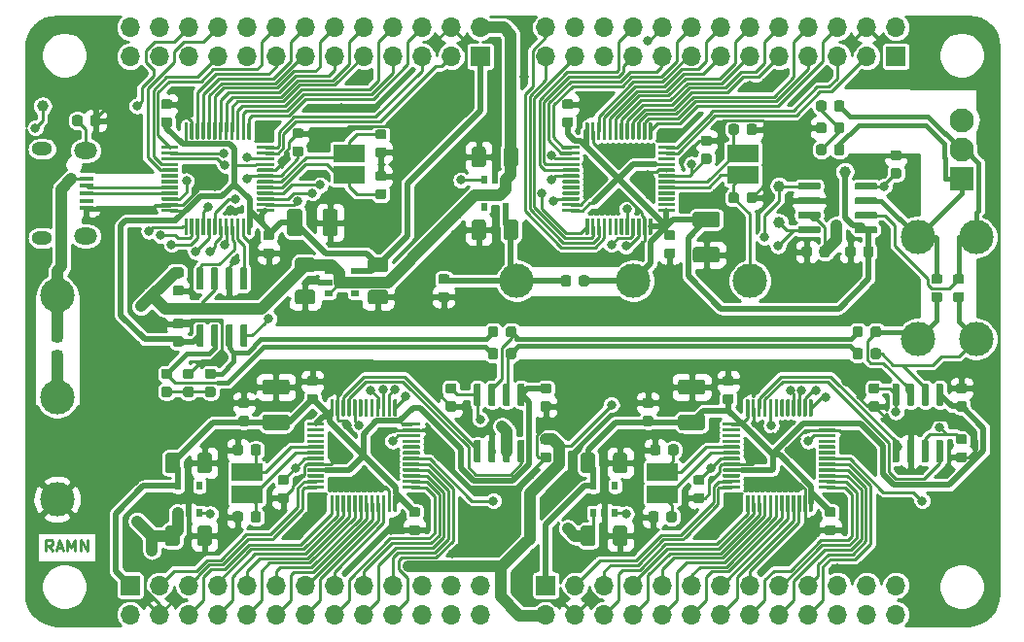
<source format=gbr>
G04 #@! TF.GenerationSoftware,KiCad,Pcbnew,(5.1.4)-1*
G04 #@! TF.CreationDate,2019-12-12T19:33:12+09:00*
G04 #@! TF.ProjectId,microevalb,6d696372-6f65-4766-916c-622e6b696361,rev?*
G04 #@! TF.SameCoordinates,Original*
G04 #@! TF.FileFunction,Copper,L1,Top*
G04 #@! TF.FilePolarity,Positive*
%FSLAX46Y46*%
G04 Gerber Fmt 4.6, Leading zero omitted, Abs format (unit mm)*
G04 Created by KiCad (PCBNEW (5.1.4)-1) date 2019-12-12 19:33:12*
%MOMM*%
%LPD*%
G04 APERTURE LIST*
%ADD10C,0.250000*%
%ADD11C,0.100000*%
%ADD12C,0.875000*%
%ADD13C,0.300000*%
%ADD14C,3.000000*%
%ADD15O,1.700000X1.700000*%
%ADD16R,1.700000X1.700000*%
%ADD17R,2.700000X1.500000*%
%ADD18C,1.000000*%
%ADD19C,0.600000*%
%ADD20R,0.510000X0.700000*%
%ADD21C,1.250000*%
%ADD22C,1.325000*%
%ADD23R,0.700000X0.510000*%
%ADD24C,2.100000*%
%ADD25R,2.100000X2.100000*%
%ADD26R,1.300000X0.450000*%
%ADD27O,2.000000X1.450000*%
%ADD28O,1.800000X1.150000*%
%ADD29C,0.800000*%
%ADD30C,1.000000*%
%ADD31C,0.450000*%
%ADD32C,0.500000*%
%ADD33C,0.254000*%
G04 APERTURE END LIST*
D10*
X43426214Y-90241380D02*
X43092880Y-89765190D01*
X42854785Y-90241380D02*
X42854785Y-89241380D01*
X43235738Y-89241380D01*
X43330976Y-89289000D01*
X43378595Y-89336619D01*
X43426214Y-89431857D01*
X43426214Y-89574714D01*
X43378595Y-89669952D01*
X43330976Y-89717571D01*
X43235738Y-89765190D01*
X42854785Y-89765190D01*
X43807166Y-89955666D02*
X44283357Y-89955666D01*
X43711928Y-90241380D02*
X44045261Y-89241380D01*
X44378595Y-90241380D01*
X44711928Y-90241380D02*
X44711928Y-89241380D01*
X45045261Y-89955666D01*
X45378595Y-89241380D01*
X45378595Y-90241380D01*
X45854785Y-90241380D02*
X45854785Y-89241380D01*
X46426214Y-90241380D01*
X46426214Y-89241380D01*
D11*
G36*
X77747691Y-67661053D02*
G01*
X77768926Y-67664203D01*
X77789750Y-67669419D01*
X77809962Y-67676651D01*
X77829368Y-67685830D01*
X77847781Y-67696866D01*
X77865024Y-67709654D01*
X77880930Y-67724070D01*
X77895346Y-67739976D01*
X77908134Y-67757219D01*
X77919170Y-67775632D01*
X77928349Y-67795038D01*
X77935581Y-67815250D01*
X77940797Y-67836074D01*
X77943947Y-67857309D01*
X77945000Y-67878750D01*
X77945000Y-68316250D01*
X77943947Y-68337691D01*
X77940797Y-68358926D01*
X77935581Y-68379750D01*
X77928349Y-68399962D01*
X77919170Y-68419368D01*
X77908134Y-68437781D01*
X77895346Y-68455024D01*
X77880930Y-68470930D01*
X77865024Y-68485346D01*
X77847781Y-68498134D01*
X77829368Y-68509170D01*
X77809962Y-68518349D01*
X77789750Y-68525581D01*
X77768926Y-68530797D01*
X77747691Y-68533947D01*
X77726250Y-68535000D01*
X77213750Y-68535000D01*
X77192309Y-68533947D01*
X77171074Y-68530797D01*
X77150250Y-68525581D01*
X77130038Y-68518349D01*
X77110632Y-68509170D01*
X77092219Y-68498134D01*
X77074976Y-68485346D01*
X77059070Y-68470930D01*
X77044654Y-68455024D01*
X77031866Y-68437781D01*
X77020830Y-68419368D01*
X77011651Y-68399962D01*
X77004419Y-68379750D01*
X76999203Y-68358926D01*
X76996053Y-68337691D01*
X76995000Y-68316250D01*
X76995000Y-67878750D01*
X76996053Y-67857309D01*
X76999203Y-67836074D01*
X77004419Y-67815250D01*
X77011651Y-67795038D01*
X77020830Y-67775632D01*
X77031866Y-67757219D01*
X77044654Y-67739976D01*
X77059070Y-67724070D01*
X77074976Y-67709654D01*
X77092219Y-67696866D01*
X77110632Y-67685830D01*
X77130038Y-67676651D01*
X77150250Y-67669419D01*
X77171074Y-67664203D01*
X77192309Y-67661053D01*
X77213750Y-67660000D01*
X77726250Y-67660000D01*
X77747691Y-67661053D01*
X77747691Y-67661053D01*
G37*
D12*
X77470000Y-68097500D03*
D11*
G36*
X77747691Y-66086053D02*
G01*
X77768926Y-66089203D01*
X77789750Y-66094419D01*
X77809962Y-66101651D01*
X77829368Y-66110830D01*
X77847781Y-66121866D01*
X77865024Y-66134654D01*
X77880930Y-66149070D01*
X77895346Y-66164976D01*
X77908134Y-66182219D01*
X77919170Y-66200632D01*
X77928349Y-66220038D01*
X77935581Y-66240250D01*
X77940797Y-66261074D01*
X77943947Y-66282309D01*
X77945000Y-66303750D01*
X77945000Y-66741250D01*
X77943947Y-66762691D01*
X77940797Y-66783926D01*
X77935581Y-66804750D01*
X77928349Y-66824962D01*
X77919170Y-66844368D01*
X77908134Y-66862781D01*
X77895346Y-66880024D01*
X77880930Y-66895930D01*
X77865024Y-66910346D01*
X77847781Y-66923134D01*
X77829368Y-66934170D01*
X77809962Y-66943349D01*
X77789750Y-66950581D01*
X77768926Y-66955797D01*
X77747691Y-66958947D01*
X77726250Y-66960000D01*
X77213750Y-66960000D01*
X77192309Y-66958947D01*
X77171074Y-66955797D01*
X77150250Y-66950581D01*
X77130038Y-66943349D01*
X77110632Y-66934170D01*
X77092219Y-66923134D01*
X77074976Y-66910346D01*
X77059070Y-66895930D01*
X77044654Y-66880024D01*
X77031866Y-66862781D01*
X77020830Y-66844368D01*
X77011651Y-66824962D01*
X77004419Y-66804750D01*
X76999203Y-66783926D01*
X76996053Y-66762691D01*
X76995000Y-66741250D01*
X76995000Y-66303750D01*
X76996053Y-66282309D01*
X76999203Y-66261074D01*
X77004419Y-66240250D01*
X77011651Y-66220038D01*
X77020830Y-66200632D01*
X77031866Y-66182219D01*
X77044654Y-66164976D01*
X77059070Y-66149070D01*
X77074976Y-66134654D01*
X77092219Y-66121866D01*
X77110632Y-66110830D01*
X77130038Y-66101651D01*
X77150250Y-66094419D01*
X77171074Y-66089203D01*
X77192309Y-66086053D01*
X77213750Y-66085000D01*
X77726250Y-66085000D01*
X77747691Y-66086053D01*
X77747691Y-66086053D01*
G37*
D12*
X77470000Y-66522500D03*
D11*
G36*
X95527691Y-76881053D02*
G01*
X95548926Y-76884203D01*
X95569750Y-76889419D01*
X95589962Y-76896651D01*
X95609368Y-76905830D01*
X95627781Y-76916866D01*
X95645024Y-76929654D01*
X95660930Y-76944070D01*
X95675346Y-76959976D01*
X95688134Y-76977219D01*
X95699170Y-76995632D01*
X95708349Y-77015038D01*
X95715581Y-77035250D01*
X95720797Y-77056074D01*
X95723947Y-77077309D01*
X95725000Y-77098750D01*
X95725000Y-77536250D01*
X95723947Y-77557691D01*
X95720797Y-77578926D01*
X95715581Y-77599750D01*
X95708349Y-77619962D01*
X95699170Y-77639368D01*
X95688134Y-77657781D01*
X95675346Y-77675024D01*
X95660930Y-77690930D01*
X95645024Y-77705346D01*
X95627781Y-77718134D01*
X95609368Y-77729170D01*
X95589962Y-77738349D01*
X95569750Y-77745581D01*
X95548926Y-77750797D01*
X95527691Y-77753947D01*
X95506250Y-77755000D01*
X94993750Y-77755000D01*
X94972309Y-77753947D01*
X94951074Y-77750797D01*
X94930250Y-77745581D01*
X94910038Y-77738349D01*
X94890632Y-77729170D01*
X94872219Y-77718134D01*
X94854976Y-77705346D01*
X94839070Y-77690930D01*
X94824654Y-77675024D01*
X94811866Y-77657781D01*
X94800830Y-77639368D01*
X94791651Y-77619962D01*
X94784419Y-77599750D01*
X94779203Y-77578926D01*
X94776053Y-77557691D01*
X94775000Y-77536250D01*
X94775000Y-77098750D01*
X94776053Y-77077309D01*
X94779203Y-77056074D01*
X94784419Y-77035250D01*
X94791651Y-77015038D01*
X94800830Y-76995632D01*
X94811866Y-76977219D01*
X94824654Y-76959976D01*
X94839070Y-76944070D01*
X94854976Y-76929654D01*
X94872219Y-76916866D01*
X94890632Y-76905830D01*
X94910038Y-76896651D01*
X94930250Y-76889419D01*
X94951074Y-76884203D01*
X94972309Y-76881053D01*
X94993750Y-76880000D01*
X95506250Y-76880000D01*
X95527691Y-76881053D01*
X95527691Y-76881053D01*
G37*
D12*
X95250000Y-77317500D03*
D11*
G36*
X95527691Y-78456053D02*
G01*
X95548926Y-78459203D01*
X95569750Y-78464419D01*
X95589962Y-78471651D01*
X95609368Y-78480830D01*
X95627781Y-78491866D01*
X95645024Y-78504654D01*
X95660930Y-78519070D01*
X95675346Y-78534976D01*
X95688134Y-78552219D01*
X95699170Y-78570632D01*
X95708349Y-78590038D01*
X95715581Y-78610250D01*
X95720797Y-78631074D01*
X95723947Y-78652309D01*
X95725000Y-78673750D01*
X95725000Y-79111250D01*
X95723947Y-79132691D01*
X95720797Y-79153926D01*
X95715581Y-79174750D01*
X95708349Y-79194962D01*
X95699170Y-79214368D01*
X95688134Y-79232781D01*
X95675346Y-79250024D01*
X95660930Y-79265930D01*
X95645024Y-79280346D01*
X95627781Y-79293134D01*
X95609368Y-79304170D01*
X95589962Y-79313349D01*
X95569750Y-79320581D01*
X95548926Y-79325797D01*
X95527691Y-79328947D01*
X95506250Y-79330000D01*
X94993750Y-79330000D01*
X94972309Y-79328947D01*
X94951074Y-79325797D01*
X94930250Y-79320581D01*
X94910038Y-79313349D01*
X94890632Y-79304170D01*
X94872219Y-79293134D01*
X94854976Y-79280346D01*
X94839070Y-79265930D01*
X94824654Y-79250024D01*
X94811866Y-79232781D01*
X94800830Y-79214368D01*
X94791651Y-79194962D01*
X94784419Y-79174750D01*
X94779203Y-79153926D01*
X94776053Y-79132691D01*
X94775000Y-79111250D01*
X94775000Y-78673750D01*
X94776053Y-78652309D01*
X94779203Y-78631074D01*
X94784419Y-78610250D01*
X94791651Y-78590038D01*
X94800830Y-78570632D01*
X94811866Y-78552219D01*
X94824654Y-78534976D01*
X94839070Y-78519070D01*
X94854976Y-78504654D01*
X94872219Y-78491866D01*
X94890632Y-78480830D01*
X94910038Y-78471651D01*
X94930250Y-78464419D01*
X94951074Y-78459203D01*
X94972309Y-78456053D01*
X94993750Y-78455000D01*
X95506250Y-78455000D01*
X95527691Y-78456053D01*
X95527691Y-78456053D01*
G37*
D12*
X95250000Y-78892500D03*
D11*
G36*
X60348691Y-76881053D02*
G01*
X60369926Y-76884203D01*
X60390750Y-76889419D01*
X60410962Y-76896651D01*
X60430368Y-76905830D01*
X60448781Y-76916866D01*
X60466024Y-76929654D01*
X60481930Y-76944070D01*
X60496346Y-76959976D01*
X60509134Y-76977219D01*
X60520170Y-76995632D01*
X60529349Y-77015038D01*
X60536581Y-77035250D01*
X60541797Y-77056074D01*
X60544947Y-77077309D01*
X60546000Y-77098750D01*
X60546000Y-77536250D01*
X60544947Y-77557691D01*
X60541797Y-77578926D01*
X60536581Y-77599750D01*
X60529349Y-77619962D01*
X60520170Y-77639368D01*
X60509134Y-77657781D01*
X60496346Y-77675024D01*
X60481930Y-77690930D01*
X60466024Y-77705346D01*
X60448781Y-77718134D01*
X60430368Y-77729170D01*
X60410962Y-77738349D01*
X60390750Y-77745581D01*
X60369926Y-77750797D01*
X60348691Y-77753947D01*
X60327250Y-77755000D01*
X59814750Y-77755000D01*
X59793309Y-77753947D01*
X59772074Y-77750797D01*
X59751250Y-77745581D01*
X59731038Y-77738349D01*
X59711632Y-77729170D01*
X59693219Y-77718134D01*
X59675976Y-77705346D01*
X59660070Y-77690930D01*
X59645654Y-77675024D01*
X59632866Y-77657781D01*
X59621830Y-77639368D01*
X59612651Y-77619962D01*
X59605419Y-77599750D01*
X59600203Y-77578926D01*
X59597053Y-77557691D01*
X59596000Y-77536250D01*
X59596000Y-77098750D01*
X59597053Y-77077309D01*
X59600203Y-77056074D01*
X59605419Y-77035250D01*
X59612651Y-77015038D01*
X59621830Y-76995632D01*
X59632866Y-76977219D01*
X59645654Y-76959976D01*
X59660070Y-76944070D01*
X59675976Y-76929654D01*
X59693219Y-76916866D01*
X59711632Y-76905830D01*
X59731038Y-76896651D01*
X59751250Y-76889419D01*
X59772074Y-76884203D01*
X59793309Y-76881053D01*
X59814750Y-76880000D01*
X60327250Y-76880000D01*
X60348691Y-76881053D01*
X60348691Y-76881053D01*
G37*
D12*
X60071000Y-77317500D03*
D11*
G36*
X60348691Y-78456053D02*
G01*
X60369926Y-78459203D01*
X60390750Y-78464419D01*
X60410962Y-78471651D01*
X60430368Y-78480830D01*
X60448781Y-78491866D01*
X60466024Y-78504654D01*
X60481930Y-78519070D01*
X60496346Y-78534976D01*
X60509134Y-78552219D01*
X60520170Y-78570632D01*
X60529349Y-78590038D01*
X60536581Y-78610250D01*
X60541797Y-78631074D01*
X60544947Y-78652309D01*
X60546000Y-78673750D01*
X60546000Y-79111250D01*
X60544947Y-79132691D01*
X60541797Y-79153926D01*
X60536581Y-79174750D01*
X60529349Y-79194962D01*
X60520170Y-79214368D01*
X60509134Y-79232781D01*
X60496346Y-79250024D01*
X60481930Y-79265930D01*
X60466024Y-79280346D01*
X60448781Y-79293134D01*
X60430368Y-79304170D01*
X60410962Y-79313349D01*
X60390750Y-79320581D01*
X60369926Y-79325797D01*
X60348691Y-79328947D01*
X60327250Y-79330000D01*
X59814750Y-79330000D01*
X59793309Y-79328947D01*
X59772074Y-79325797D01*
X59751250Y-79320581D01*
X59731038Y-79313349D01*
X59711632Y-79304170D01*
X59693219Y-79293134D01*
X59675976Y-79280346D01*
X59660070Y-79265930D01*
X59645654Y-79250024D01*
X59632866Y-79232781D01*
X59621830Y-79214368D01*
X59612651Y-79194962D01*
X59605419Y-79174750D01*
X59600203Y-79153926D01*
X59597053Y-79132691D01*
X59596000Y-79111250D01*
X59596000Y-78673750D01*
X59597053Y-78652309D01*
X59600203Y-78631074D01*
X59605419Y-78610250D01*
X59612651Y-78590038D01*
X59621830Y-78570632D01*
X59632866Y-78552219D01*
X59645654Y-78534976D01*
X59660070Y-78519070D01*
X59675976Y-78504654D01*
X59693219Y-78491866D01*
X59711632Y-78480830D01*
X59731038Y-78471651D01*
X59751250Y-78464419D01*
X59772074Y-78459203D01*
X59793309Y-78456053D01*
X59814750Y-78455000D01*
X60327250Y-78455000D01*
X60348691Y-78456053D01*
X60348691Y-78456053D01*
G37*
D12*
X60071000Y-78892500D03*
D11*
G36*
X75207691Y-87981053D02*
G01*
X75228926Y-87984203D01*
X75249750Y-87989419D01*
X75269962Y-87996651D01*
X75289368Y-88005830D01*
X75307781Y-88016866D01*
X75325024Y-88029654D01*
X75340930Y-88044070D01*
X75355346Y-88059976D01*
X75368134Y-88077219D01*
X75379170Y-88095632D01*
X75388349Y-88115038D01*
X75395581Y-88135250D01*
X75400797Y-88156074D01*
X75403947Y-88177309D01*
X75405000Y-88198750D01*
X75405000Y-88636250D01*
X75403947Y-88657691D01*
X75400797Y-88678926D01*
X75395581Y-88699750D01*
X75388349Y-88719962D01*
X75379170Y-88739368D01*
X75368134Y-88757781D01*
X75355346Y-88775024D01*
X75340930Y-88790930D01*
X75325024Y-88805346D01*
X75307781Y-88818134D01*
X75289368Y-88829170D01*
X75269962Y-88838349D01*
X75249750Y-88845581D01*
X75228926Y-88850797D01*
X75207691Y-88853947D01*
X75186250Y-88855000D01*
X74673750Y-88855000D01*
X74652309Y-88853947D01*
X74631074Y-88850797D01*
X74610250Y-88845581D01*
X74590038Y-88838349D01*
X74570632Y-88829170D01*
X74552219Y-88818134D01*
X74534976Y-88805346D01*
X74519070Y-88790930D01*
X74504654Y-88775024D01*
X74491866Y-88757781D01*
X74480830Y-88739368D01*
X74471651Y-88719962D01*
X74464419Y-88699750D01*
X74459203Y-88678926D01*
X74456053Y-88657691D01*
X74455000Y-88636250D01*
X74455000Y-88198750D01*
X74456053Y-88177309D01*
X74459203Y-88156074D01*
X74464419Y-88135250D01*
X74471651Y-88115038D01*
X74480830Y-88095632D01*
X74491866Y-88077219D01*
X74504654Y-88059976D01*
X74519070Y-88044070D01*
X74534976Y-88029654D01*
X74552219Y-88016866D01*
X74570632Y-88005830D01*
X74590038Y-87996651D01*
X74610250Y-87989419D01*
X74631074Y-87984203D01*
X74652309Y-87981053D01*
X74673750Y-87980000D01*
X75186250Y-87980000D01*
X75207691Y-87981053D01*
X75207691Y-87981053D01*
G37*
D12*
X74930000Y-88417500D03*
D11*
G36*
X75207691Y-86406053D02*
G01*
X75228926Y-86409203D01*
X75249750Y-86414419D01*
X75269962Y-86421651D01*
X75289368Y-86430830D01*
X75307781Y-86441866D01*
X75325024Y-86454654D01*
X75340930Y-86469070D01*
X75355346Y-86484976D01*
X75368134Y-86502219D01*
X75379170Y-86520632D01*
X75388349Y-86540038D01*
X75395581Y-86560250D01*
X75400797Y-86581074D01*
X75403947Y-86602309D01*
X75405000Y-86623750D01*
X75405000Y-87061250D01*
X75403947Y-87082691D01*
X75400797Y-87103926D01*
X75395581Y-87124750D01*
X75388349Y-87144962D01*
X75379170Y-87164368D01*
X75368134Y-87182781D01*
X75355346Y-87200024D01*
X75340930Y-87215930D01*
X75325024Y-87230346D01*
X75307781Y-87243134D01*
X75289368Y-87254170D01*
X75269962Y-87263349D01*
X75249750Y-87270581D01*
X75228926Y-87275797D01*
X75207691Y-87278947D01*
X75186250Y-87280000D01*
X74673750Y-87280000D01*
X74652309Y-87278947D01*
X74631074Y-87275797D01*
X74610250Y-87270581D01*
X74590038Y-87263349D01*
X74570632Y-87254170D01*
X74552219Y-87243134D01*
X74534976Y-87230346D01*
X74519070Y-87215930D01*
X74504654Y-87200024D01*
X74491866Y-87182781D01*
X74480830Y-87164368D01*
X74471651Y-87144962D01*
X74464419Y-87124750D01*
X74459203Y-87103926D01*
X74456053Y-87082691D01*
X74455000Y-87061250D01*
X74455000Y-86623750D01*
X74456053Y-86602309D01*
X74459203Y-86581074D01*
X74464419Y-86560250D01*
X74471651Y-86540038D01*
X74480830Y-86520632D01*
X74491866Y-86502219D01*
X74504654Y-86484976D01*
X74519070Y-86469070D01*
X74534976Y-86454654D01*
X74552219Y-86441866D01*
X74570632Y-86430830D01*
X74590038Y-86421651D01*
X74610250Y-86414419D01*
X74631074Y-86409203D01*
X74652309Y-86406053D01*
X74673750Y-86405000D01*
X75186250Y-86405000D01*
X75207691Y-86406053D01*
X75207691Y-86406053D01*
G37*
D12*
X74930000Y-86842500D03*
D11*
G36*
X67817351Y-77015361D02*
G01*
X67824632Y-77016441D01*
X67831771Y-77018229D01*
X67838701Y-77020709D01*
X67845355Y-77023856D01*
X67851668Y-77027640D01*
X67857579Y-77032024D01*
X67863033Y-77036967D01*
X67867976Y-77042421D01*
X67872360Y-77048332D01*
X67876144Y-77054645D01*
X67879291Y-77061299D01*
X67881771Y-77068229D01*
X67883559Y-77075368D01*
X67884639Y-77082649D01*
X67885000Y-77090000D01*
X67885000Y-78415000D01*
X67884639Y-78422351D01*
X67883559Y-78429632D01*
X67881771Y-78436771D01*
X67879291Y-78443701D01*
X67876144Y-78450355D01*
X67872360Y-78456668D01*
X67867976Y-78462579D01*
X67863033Y-78468033D01*
X67857579Y-78472976D01*
X67851668Y-78477360D01*
X67845355Y-78481144D01*
X67838701Y-78484291D01*
X67831771Y-78486771D01*
X67824632Y-78488559D01*
X67817351Y-78489639D01*
X67810000Y-78490000D01*
X67660000Y-78490000D01*
X67652649Y-78489639D01*
X67645368Y-78488559D01*
X67638229Y-78486771D01*
X67631299Y-78484291D01*
X67624645Y-78481144D01*
X67618332Y-78477360D01*
X67612421Y-78472976D01*
X67606967Y-78468033D01*
X67602024Y-78462579D01*
X67597640Y-78456668D01*
X67593856Y-78450355D01*
X67590709Y-78443701D01*
X67588229Y-78436771D01*
X67586441Y-78429632D01*
X67585361Y-78422351D01*
X67585000Y-78415000D01*
X67585000Y-77090000D01*
X67585361Y-77082649D01*
X67586441Y-77075368D01*
X67588229Y-77068229D01*
X67590709Y-77061299D01*
X67593856Y-77054645D01*
X67597640Y-77048332D01*
X67602024Y-77042421D01*
X67606967Y-77036967D01*
X67612421Y-77032024D01*
X67618332Y-77027640D01*
X67624645Y-77023856D01*
X67631299Y-77020709D01*
X67638229Y-77018229D01*
X67645368Y-77016441D01*
X67652649Y-77015361D01*
X67660000Y-77015000D01*
X67810000Y-77015000D01*
X67817351Y-77015361D01*
X67817351Y-77015361D01*
G37*
D13*
X67735000Y-77752500D03*
D11*
G36*
X68317351Y-77015361D02*
G01*
X68324632Y-77016441D01*
X68331771Y-77018229D01*
X68338701Y-77020709D01*
X68345355Y-77023856D01*
X68351668Y-77027640D01*
X68357579Y-77032024D01*
X68363033Y-77036967D01*
X68367976Y-77042421D01*
X68372360Y-77048332D01*
X68376144Y-77054645D01*
X68379291Y-77061299D01*
X68381771Y-77068229D01*
X68383559Y-77075368D01*
X68384639Y-77082649D01*
X68385000Y-77090000D01*
X68385000Y-78415000D01*
X68384639Y-78422351D01*
X68383559Y-78429632D01*
X68381771Y-78436771D01*
X68379291Y-78443701D01*
X68376144Y-78450355D01*
X68372360Y-78456668D01*
X68367976Y-78462579D01*
X68363033Y-78468033D01*
X68357579Y-78472976D01*
X68351668Y-78477360D01*
X68345355Y-78481144D01*
X68338701Y-78484291D01*
X68331771Y-78486771D01*
X68324632Y-78488559D01*
X68317351Y-78489639D01*
X68310000Y-78490000D01*
X68160000Y-78490000D01*
X68152649Y-78489639D01*
X68145368Y-78488559D01*
X68138229Y-78486771D01*
X68131299Y-78484291D01*
X68124645Y-78481144D01*
X68118332Y-78477360D01*
X68112421Y-78472976D01*
X68106967Y-78468033D01*
X68102024Y-78462579D01*
X68097640Y-78456668D01*
X68093856Y-78450355D01*
X68090709Y-78443701D01*
X68088229Y-78436771D01*
X68086441Y-78429632D01*
X68085361Y-78422351D01*
X68085000Y-78415000D01*
X68085000Y-77090000D01*
X68085361Y-77082649D01*
X68086441Y-77075368D01*
X68088229Y-77068229D01*
X68090709Y-77061299D01*
X68093856Y-77054645D01*
X68097640Y-77048332D01*
X68102024Y-77042421D01*
X68106967Y-77036967D01*
X68112421Y-77032024D01*
X68118332Y-77027640D01*
X68124645Y-77023856D01*
X68131299Y-77020709D01*
X68138229Y-77018229D01*
X68145368Y-77016441D01*
X68152649Y-77015361D01*
X68160000Y-77015000D01*
X68310000Y-77015000D01*
X68317351Y-77015361D01*
X68317351Y-77015361D01*
G37*
D13*
X68235000Y-77752500D03*
D11*
G36*
X68817351Y-77015361D02*
G01*
X68824632Y-77016441D01*
X68831771Y-77018229D01*
X68838701Y-77020709D01*
X68845355Y-77023856D01*
X68851668Y-77027640D01*
X68857579Y-77032024D01*
X68863033Y-77036967D01*
X68867976Y-77042421D01*
X68872360Y-77048332D01*
X68876144Y-77054645D01*
X68879291Y-77061299D01*
X68881771Y-77068229D01*
X68883559Y-77075368D01*
X68884639Y-77082649D01*
X68885000Y-77090000D01*
X68885000Y-78415000D01*
X68884639Y-78422351D01*
X68883559Y-78429632D01*
X68881771Y-78436771D01*
X68879291Y-78443701D01*
X68876144Y-78450355D01*
X68872360Y-78456668D01*
X68867976Y-78462579D01*
X68863033Y-78468033D01*
X68857579Y-78472976D01*
X68851668Y-78477360D01*
X68845355Y-78481144D01*
X68838701Y-78484291D01*
X68831771Y-78486771D01*
X68824632Y-78488559D01*
X68817351Y-78489639D01*
X68810000Y-78490000D01*
X68660000Y-78490000D01*
X68652649Y-78489639D01*
X68645368Y-78488559D01*
X68638229Y-78486771D01*
X68631299Y-78484291D01*
X68624645Y-78481144D01*
X68618332Y-78477360D01*
X68612421Y-78472976D01*
X68606967Y-78468033D01*
X68602024Y-78462579D01*
X68597640Y-78456668D01*
X68593856Y-78450355D01*
X68590709Y-78443701D01*
X68588229Y-78436771D01*
X68586441Y-78429632D01*
X68585361Y-78422351D01*
X68585000Y-78415000D01*
X68585000Y-77090000D01*
X68585361Y-77082649D01*
X68586441Y-77075368D01*
X68588229Y-77068229D01*
X68590709Y-77061299D01*
X68593856Y-77054645D01*
X68597640Y-77048332D01*
X68602024Y-77042421D01*
X68606967Y-77036967D01*
X68612421Y-77032024D01*
X68618332Y-77027640D01*
X68624645Y-77023856D01*
X68631299Y-77020709D01*
X68638229Y-77018229D01*
X68645368Y-77016441D01*
X68652649Y-77015361D01*
X68660000Y-77015000D01*
X68810000Y-77015000D01*
X68817351Y-77015361D01*
X68817351Y-77015361D01*
G37*
D13*
X68735000Y-77752500D03*
D11*
G36*
X69317351Y-77015361D02*
G01*
X69324632Y-77016441D01*
X69331771Y-77018229D01*
X69338701Y-77020709D01*
X69345355Y-77023856D01*
X69351668Y-77027640D01*
X69357579Y-77032024D01*
X69363033Y-77036967D01*
X69367976Y-77042421D01*
X69372360Y-77048332D01*
X69376144Y-77054645D01*
X69379291Y-77061299D01*
X69381771Y-77068229D01*
X69383559Y-77075368D01*
X69384639Y-77082649D01*
X69385000Y-77090000D01*
X69385000Y-78415000D01*
X69384639Y-78422351D01*
X69383559Y-78429632D01*
X69381771Y-78436771D01*
X69379291Y-78443701D01*
X69376144Y-78450355D01*
X69372360Y-78456668D01*
X69367976Y-78462579D01*
X69363033Y-78468033D01*
X69357579Y-78472976D01*
X69351668Y-78477360D01*
X69345355Y-78481144D01*
X69338701Y-78484291D01*
X69331771Y-78486771D01*
X69324632Y-78488559D01*
X69317351Y-78489639D01*
X69310000Y-78490000D01*
X69160000Y-78490000D01*
X69152649Y-78489639D01*
X69145368Y-78488559D01*
X69138229Y-78486771D01*
X69131299Y-78484291D01*
X69124645Y-78481144D01*
X69118332Y-78477360D01*
X69112421Y-78472976D01*
X69106967Y-78468033D01*
X69102024Y-78462579D01*
X69097640Y-78456668D01*
X69093856Y-78450355D01*
X69090709Y-78443701D01*
X69088229Y-78436771D01*
X69086441Y-78429632D01*
X69085361Y-78422351D01*
X69085000Y-78415000D01*
X69085000Y-77090000D01*
X69085361Y-77082649D01*
X69086441Y-77075368D01*
X69088229Y-77068229D01*
X69090709Y-77061299D01*
X69093856Y-77054645D01*
X69097640Y-77048332D01*
X69102024Y-77042421D01*
X69106967Y-77036967D01*
X69112421Y-77032024D01*
X69118332Y-77027640D01*
X69124645Y-77023856D01*
X69131299Y-77020709D01*
X69138229Y-77018229D01*
X69145368Y-77016441D01*
X69152649Y-77015361D01*
X69160000Y-77015000D01*
X69310000Y-77015000D01*
X69317351Y-77015361D01*
X69317351Y-77015361D01*
G37*
D13*
X69235000Y-77752500D03*
D11*
G36*
X69817351Y-77015361D02*
G01*
X69824632Y-77016441D01*
X69831771Y-77018229D01*
X69838701Y-77020709D01*
X69845355Y-77023856D01*
X69851668Y-77027640D01*
X69857579Y-77032024D01*
X69863033Y-77036967D01*
X69867976Y-77042421D01*
X69872360Y-77048332D01*
X69876144Y-77054645D01*
X69879291Y-77061299D01*
X69881771Y-77068229D01*
X69883559Y-77075368D01*
X69884639Y-77082649D01*
X69885000Y-77090000D01*
X69885000Y-78415000D01*
X69884639Y-78422351D01*
X69883559Y-78429632D01*
X69881771Y-78436771D01*
X69879291Y-78443701D01*
X69876144Y-78450355D01*
X69872360Y-78456668D01*
X69867976Y-78462579D01*
X69863033Y-78468033D01*
X69857579Y-78472976D01*
X69851668Y-78477360D01*
X69845355Y-78481144D01*
X69838701Y-78484291D01*
X69831771Y-78486771D01*
X69824632Y-78488559D01*
X69817351Y-78489639D01*
X69810000Y-78490000D01*
X69660000Y-78490000D01*
X69652649Y-78489639D01*
X69645368Y-78488559D01*
X69638229Y-78486771D01*
X69631299Y-78484291D01*
X69624645Y-78481144D01*
X69618332Y-78477360D01*
X69612421Y-78472976D01*
X69606967Y-78468033D01*
X69602024Y-78462579D01*
X69597640Y-78456668D01*
X69593856Y-78450355D01*
X69590709Y-78443701D01*
X69588229Y-78436771D01*
X69586441Y-78429632D01*
X69585361Y-78422351D01*
X69585000Y-78415000D01*
X69585000Y-77090000D01*
X69585361Y-77082649D01*
X69586441Y-77075368D01*
X69588229Y-77068229D01*
X69590709Y-77061299D01*
X69593856Y-77054645D01*
X69597640Y-77048332D01*
X69602024Y-77042421D01*
X69606967Y-77036967D01*
X69612421Y-77032024D01*
X69618332Y-77027640D01*
X69624645Y-77023856D01*
X69631299Y-77020709D01*
X69638229Y-77018229D01*
X69645368Y-77016441D01*
X69652649Y-77015361D01*
X69660000Y-77015000D01*
X69810000Y-77015000D01*
X69817351Y-77015361D01*
X69817351Y-77015361D01*
G37*
D13*
X69735000Y-77752500D03*
D11*
G36*
X70317351Y-77015361D02*
G01*
X70324632Y-77016441D01*
X70331771Y-77018229D01*
X70338701Y-77020709D01*
X70345355Y-77023856D01*
X70351668Y-77027640D01*
X70357579Y-77032024D01*
X70363033Y-77036967D01*
X70367976Y-77042421D01*
X70372360Y-77048332D01*
X70376144Y-77054645D01*
X70379291Y-77061299D01*
X70381771Y-77068229D01*
X70383559Y-77075368D01*
X70384639Y-77082649D01*
X70385000Y-77090000D01*
X70385000Y-78415000D01*
X70384639Y-78422351D01*
X70383559Y-78429632D01*
X70381771Y-78436771D01*
X70379291Y-78443701D01*
X70376144Y-78450355D01*
X70372360Y-78456668D01*
X70367976Y-78462579D01*
X70363033Y-78468033D01*
X70357579Y-78472976D01*
X70351668Y-78477360D01*
X70345355Y-78481144D01*
X70338701Y-78484291D01*
X70331771Y-78486771D01*
X70324632Y-78488559D01*
X70317351Y-78489639D01*
X70310000Y-78490000D01*
X70160000Y-78490000D01*
X70152649Y-78489639D01*
X70145368Y-78488559D01*
X70138229Y-78486771D01*
X70131299Y-78484291D01*
X70124645Y-78481144D01*
X70118332Y-78477360D01*
X70112421Y-78472976D01*
X70106967Y-78468033D01*
X70102024Y-78462579D01*
X70097640Y-78456668D01*
X70093856Y-78450355D01*
X70090709Y-78443701D01*
X70088229Y-78436771D01*
X70086441Y-78429632D01*
X70085361Y-78422351D01*
X70085000Y-78415000D01*
X70085000Y-77090000D01*
X70085361Y-77082649D01*
X70086441Y-77075368D01*
X70088229Y-77068229D01*
X70090709Y-77061299D01*
X70093856Y-77054645D01*
X70097640Y-77048332D01*
X70102024Y-77042421D01*
X70106967Y-77036967D01*
X70112421Y-77032024D01*
X70118332Y-77027640D01*
X70124645Y-77023856D01*
X70131299Y-77020709D01*
X70138229Y-77018229D01*
X70145368Y-77016441D01*
X70152649Y-77015361D01*
X70160000Y-77015000D01*
X70310000Y-77015000D01*
X70317351Y-77015361D01*
X70317351Y-77015361D01*
G37*
D13*
X70235000Y-77752500D03*
D11*
G36*
X70817351Y-77015361D02*
G01*
X70824632Y-77016441D01*
X70831771Y-77018229D01*
X70838701Y-77020709D01*
X70845355Y-77023856D01*
X70851668Y-77027640D01*
X70857579Y-77032024D01*
X70863033Y-77036967D01*
X70867976Y-77042421D01*
X70872360Y-77048332D01*
X70876144Y-77054645D01*
X70879291Y-77061299D01*
X70881771Y-77068229D01*
X70883559Y-77075368D01*
X70884639Y-77082649D01*
X70885000Y-77090000D01*
X70885000Y-78415000D01*
X70884639Y-78422351D01*
X70883559Y-78429632D01*
X70881771Y-78436771D01*
X70879291Y-78443701D01*
X70876144Y-78450355D01*
X70872360Y-78456668D01*
X70867976Y-78462579D01*
X70863033Y-78468033D01*
X70857579Y-78472976D01*
X70851668Y-78477360D01*
X70845355Y-78481144D01*
X70838701Y-78484291D01*
X70831771Y-78486771D01*
X70824632Y-78488559D01*
X70817351Y-78489639D01*
X70810000Y-78490000D01*
X70660000Y-78490000D01*
X70652649Y-78489639D01*
X70645368Y-78488559D01*
X70638229Y-78486771D01*
X70631299Y-78484291D01*
X70624645Y-78481144D01*
X70618332Y-78477360D01*
X70612421Y-78472976D01*
X70606967Y-78468033D01*
X70602024Y-78462579D01*
X70597640Y-78456668D01*
X70593856Y-78450355D01*
X70590709Y-78443701D01*
X70588229Y-78436771D01*
X70586441Y-78429632D01*
X70585361Y-78422351D01*
X70585000Y-78415000D01*
X70585000Y-77090000D01*
X70585361Y-77082649D01*
X70586441Y-77075368D01*
X70588229Y-77068229D01*
X70590709Y-77061299D01*
X70593856Y-77054645D01*
X70597640Y-77048332D01*
X70602024Y-77042421D01*
X70606967Y-77036967D01*
X70612421Y-77032024D01*
X70618332Y-77027640D01*
X70624645Y-77023856D01*
X70631299Y-77020709D01*
X70638229Y-77018229D01*
X70645368Y-77016441D01*
X70652649Y-77015361D01*
X70660000Y-77015000D01*
X70810000Y-77015000D01*
X70817351Y-77015361D01*
X70817351Y-77015361D01*
G37*
D13*
X70735000Y-77752500D03*
D11*
G36*
X71317351Y-77015361D02*
G01*
X71324632Y-77016441D01*
X71331771Y-77018229D01*
X71338701Y-77020709D01*
X71345355Y-77023856D01*
X71351668Y-77027640D01*
X71357579Y-77032024D01*
X71363033Y-77036967D01*
X71367976Y-77042421D01*
X71372360Y-77048332D01*
X71376144Y-77054645D01*
X71379291Y-77061299D01*
X71381771Y-77068229D01*
X71383559Y-77075368D01*
X71384639Y-77082649D01*
X71385000Y-77090000D01*
X71385000Y-78415000D01*
X71384639Y-78422351D01*
X71383559Y-78429632D01*
X71381771Y-78436771D01*
X71379291Y-78443701D01*
X71376144Y-78450355D01*
X71372360Y-78456668D01*
X71367976Y-78462579D01*
X71363033Y-78468033D01*
X71357579Y-78472976D01*
X71351668Y-78477360D01*
X71345355Y-78481144D01*
X71338701Y-78484291D01*
X71331771Y-78486771D01*
X71324632Y-78488559D01*
X71317351Y-78489639D01*
X71310000Y-78490000D01*
X71160000Y-78490000D01*
X71152649Y-78489639D01*
X71145368Y-78488559D01*
X71138229Y-78486771D01*
X71131299Y-78484291D01*
X71124645Y-78481144D01*
X71118332Y-78477360D01*
X71112421Y-78472976D01*
X71106967Y-78468033D01*
X71102024Y-78462579D01*
X71097640Y-78456668D01*
X71093856Y-78450355D01*
X71090709Y-78443701D01*
X71088229Y-78436771D01*
X71086441Y-78429632D01*
X71085361Y-78422351D01*
X71085000Y-78415000D01*
X71085000Y-77090000D01*
X71085361Y-77082649D01*
X71086441Y-77075368D01*
X71088229Y-77068229D01*
X71090709Y-77061299D01*
X71093856Y-77054645D01*
X71097640Y-77048332D01*
X71102024Y-77042421D01*
X71106967Y-77036967D01*
X71112421Y-77032024D01*
X71118332Y-77027640D01*
X71124645Y-77023856D01*
X71131299Y-77020709D01*
X71138229Y-77018229D01*
X71145368Y-77016441D01*
X71152649Y-77015361D01*
X71160000Y-77015000D01*
X71310000Y-77015000D01*
X71317351Y-77015361D01*
X71317351Y-77015361D01*
G37*
D13*
X71235000Y-77752500D03*
D11*
G36*
X71817351Y-77015361D02*
G01*
X71824632Y-77016441D01*
X71831771Y-77018229D01*
X71838701Y-77020709D01*
X71845355Y-77023856D01*
X71851668Y-77027640D01*
X71857579Y-77032024D01*
X71863033Y-77036967D01*
X71867976Y-77042421D01*
X71872360Y-77048332D01*
X71876144Y-77054645D01*
X71879291Y-77061299D01*
X71881771Y-77068229D01*
X71883559Y-77075368D01*
X71884639Y-77082649D01*
X71885000Y-77090000D01*
X71885000Y-78415000D01*
X71884639Y-78422351D01*
X71883559Y-78429632D01*
X71881771Y-78436771D01*
X71879291Y-78443701D01*
X71876144Y-78450355D01*
X71872360Y-78456668D01*
X71867976Y-78462579D01*
X71863033Y-78468033D01*
X71857579Y-78472976D01*
X71851668Y-78477360D01*
X71845355Y-78481144D01*
X71838701Y-78484291D01*
X71831771Y-78486771D01*
X71824632Y-78488559D01*
X71817351Y-78489639D01*
X71810000Y-78490000D01*
X71660000Y-78490000D01*
X71652649Y-78489639D01*
X71645368Y-78488559D01*
X71638229Y-78486771D01*
X71631299Y-78484291D01*
X71624645Y-78481144D01*
X71618332Y-78477360D01*
X71612421Y-78472976D01*
X71606967Y-78468033D01*
X71602024Y-78462579D01*
X71597640Y-78456668D01*
X71593856Y-78450355D01*
X71590709Y-78443701D01*
X71588229Y-78436771D01*
X71586441Y-78429632D01*
X71585361Y-78422351D01*
X71585000Y-78415000D01*
X71585000Y-77090000D01*
X71585361Y-77082649D01*
X71586441Y-77075368D01*
X71588229Y-77068229D01*
X71590709Y-77061299D01*
X71593856Y-77054645D01*
X71597640Y-77048332D01*
X71602024Y-77042421D01*
X71606967Y-77036967D01*
X71612421Y-77032024D01*
X71618332Y-77027640D01*
X71624645Y-77023856D01*
X71631299Y-77020709D01*
X71638229Y-77018229D01*
X71645368Y-77016441D01*
X71652649Y-77015361D01*
X71660000Y-77015000D01*
X71810000Y-77015000D01*
X71817351Y-77015361D01*
X71817351Y-77015361D01*
G37*
D13*
X71735000Y-77752500D03*
D11*
G36*
X72317351Y-77015361D02*
G01*
X72324632Y-77016441D01*
X72331771Y-77018229D01*
X72338701Y-77020709D01*
X72345355Y-77023856D01*
X72351668Y-77027640D01*
X72357579Y-77032024D01*
X72363033Y-77036967D01*
X72367976Y-77042421D01*
X72372360Y-77048332D01*
X72376144Y-77054645D01*
X72379291Y-77061299D01*
X72381771Y-77068229D01*
X72383559Y-77075368D01*
X72384639Y-77082649D01*
X72385000Y-77090000D01*
X72385000Y-78415000D01*
X72384639Y-78422351D01*
X72383559Y-78429632D01*
X72381771Y-78436771D01*
X72379291Y-78443701D01*
X72376144Y-78450355D01*
X72372360Y-78456668D01*
X72367976Y-78462579D01*
X72363033Y-78468033D01*
X72357579Y-78472976D01*
X72351668Y-78477360D01*
X72345355Y-78481144D01*
X72338701Y-78484291D01*
X72331771Y-78486771D01*
X72324632Y-78488559D01*
X72317351Y-78489639D01*
X72310000Y-78490000D01*
X72160000Y-78490000D01*
X72152649Y-78489639D01*
X72145368Y-78488559D01*
X72138229Y-78486771D01*
X72131299Y-78484291D01*
X72124645Y-78481144D01*
X72118332Y-78477360D01*
X72112421Y-78472976D01*
X72106967Y-78468033D01*
X72102024Y-78462579D01*
X72097640Y-78456668D01*
X72093856Y-78450355D01*
X72090709Y-78443701D01*
X72088229Y-78436771D01*
X72086441Y-78429632D01*
X72085361Y-78422351D01*
X72085000Y-78415000D01*
X72085000Y-77090000D01*
X72085361Y-77082649D01*
X72086441Y-77075368D01*
X72088229Y-77068229D01*
X72090709Y-77061299D01*
X72093856Y-77054645D01*
X72097640Y-77048332D01*
X72102024Y-77042421D01*
X72106967Y-77036967D01*
X72112421Y-77032024D01*
X72118332Y-77027640D01*
X72124645Y-77023856D01*
X72131299Y-77020709D01*
X72138229Y-77018229D01*
X72145368Y-77016441D01*
X72152649Y-77015361D01*
X72160000Y-77015000D01*
X72310000Y-77015000D01*
X72317351Y-77015361D01*
X72317351Y-77015361D01*
G37*
D13*
X72235000Y-77752500D03*
D11*
G36*
X72817351Y-77015361D02*
G01*
X72824632Y-77016441D01*
X72831771Y-77018229D01*
X72838701Y-77020709D01*
X72845355Y-77023856D01*
X72851668Y-77027640D01*
X72857579Y-77032024D01*
X72863033Y-77036967D01*
X72867976Y-77042421D01*
X72872360Y-77048332D01*
X72876144Y-77054645D01*
X72879291Y-77061299D01*
X72881771Y-77068229D01*
X72883559Y-77075368D01*
X72884639Y-77082649D01*
X72885000Y-77090000D01*
X72885000Y-78415000D01*
X72884639Y-78422351D01*
X72883559Y-78429632D01*
X72881771Y-78436771D01*
X72879291Y-78443701D01*
X72876144Y-78450355D01*
X72872360Y-78456668D01*
X72867976Y-78462579D01*
X72863033Y-78468033D01*
X72857579Y-78472976D01*
X72851668Y-78477360D01*
X72845355Y-78481144D01*
X72838701Y-78484291D01*
X72831771Y-78486771D01*
X72824632Y-78488559D01*
X72817351Y-78489639D01*
X72810000Y-78490000D01*
X72660000Y-78490000D01*
X72652649Y-78489639D01*
X72645368Y-78488559D01*
X72638229Y-78486771D01*
X72631299Y-78484291D01*
X72624645Y-78481144D01*
X72618332Y-78477360D01*
X72612421Y-78472976D01*
X72606967Y-78468033D01*
X72602024Y-78462579D01*
X72597640Y-78456668D01*
X72593856Y-78450355D01*
X72590709Y-78443701D01*
X72588229Y-78436771D01*
X72586441Y-78429632D01*
X72585361Y-78422351D01*
X72585000Y-78415000D01*
X72585000Y-77090000D01*
X72585361Y-77082649D01*
X72586441Y-77075368D01*
X72588229Y-77068229D01*
X72590709Y-77061299D01*
X72593856Y-77054645D01*
X72597640Y-77048332D01*
X72602024Y-77042421D01*
X72606967Y-77036967D01*
X72612421Y-77032024D01*
X72618332Y-77027640D01*
X72624645Y-77023856D01*
X72631299Y-77020709D01*
X72638229Y-77018229D01*
X72645368Y-77016441D01*
X72652649Y-77015361D01*
X72660000Y-77015000D01*
X72810000Y-77015000D01*
X72817351Y-77015361D01*
X72817351Y-77015361D01*
G37*
D13*
X72735000Y-77752500D03*
D11*
G36*
X73317351Y-77015361D02*
G01*
X73324632Y-77016441D01*
X73331771Y-77018229D01*
X73338701Y-77020709D01*
X73345355Y-77023856D01*
X73351668Y-77027640D01*
X73357579Y-77032024D01*
X73363033Y-77036967D01*
X73367976Y-77042421D01*
X73372360Y-77048332D01*
X73376144Y-77054645D01*
X73379291Y-77061299D01*
X73381771Y-77068229D01*
X73383559Y-77075368D01*
X73384639Y-77082649D01*
X73385000Y-77090000D01*
X73385000Y-78415000D01*
X73384639Y-78422351D01*
X73383559Y-78429632D01*
X73381771Y-78436771D01*
X73379291Y-78443701D01*
X73376144Y-78450355D01*
X73372360Y-78456668D01*
X73367976Y-78462579D01*
X73363033Y-78468033D01*
X73357579Y-78472976D01*
X73351668Y-78477360D01*
X73345355Y-78481144D01*
X73338701Y-78484291D01*
X73331771Y-78486771D01*
X73324632Y-78488559D01*
X73317351Y-78489639D01*
X73310000Y-78490000D01*
X73160000Y-78490000D01*
X73152649Y-78489639D01*
X73145368Y-78488559D01*
X73138229Y-78486771D01*
X73131299Y-78484291D01*
X73124645Y-78481144D01*
X73118332Y-78477360D01*
X73112421Y-78472976D01*
X73106967Y-78468033D01*
X73102024Y-78462579D01*
X73097640Y-78456668D01*
X73093856Y-78450355D01*
X73090709Y-78443701D01*
X73088229Y-78436771D01*
X73086441Y-78429632D01*
X73085361Y-78422351D01*
X73085000Y-78415000D01*
X73085000Y-77090000D01*
X73085361Y-77082649D01*
X73086441Y-77075368D01*
X73088229Y-77068229D01*
X73090709Y-77061299D01*
X73093856Y-77054645D01*
X73097640Y-77048332D01*
X73102024Y-77042421D01*
X73106967Y-77036967D01*
X73112421Y-77032024D01*
X73118332Y-77027640D01*
X73124645Y-77023856D01*
X73131299Y-77020709D01*
X73138229Y-77018229D01*
X73145368Y-77016441D01*
X73152649Y-77015361D01*
X73160000Y-77015000D01*
X73310000Y-77015000D01*
X73317351Y-77015361D01*
X73317351Y-77015361D01*
G37*
D13*
X73235000Y-77752500D03*
D11*
G36*
X75317351Y-79015361D02*
G01*
X75324632Y-79016441D01*
X75331771Y-79018229D01*
X75338701Y-79020709D01*
X75345355Y-79023856D01*
X75351668Y-79027640D01*
X75357579Y-79032024D01*
X75363033Y-79036967D01*
X75367976Y-79042421D01*
X75372360Y-79048332D01*
X75376144Y-79054645D01*
X75379291Y-79061299D01*
X75381771Y-79068229D01*
X75383559Y-79075368D01*
X75384639Y-79082649D01*
X75385000Y-79090000D01*
X75385000Y-79240000D01*
X75384639Y-79247351D01*
X75383559Y-79254632D01*
X75381771Y-79261771D01*
X75379291Y-79268701D01*
X75376144Y-79275355D01*
X75372360Y-79281668D01*
X75367976Y-79287579D01*
X75363033Y-79293033D01*
X75357579Y-79297976D01*
X75351668Y-79302360D01*
X75345355Y-79306144D01*
X75338701Y-79309291D01*
X75331771Y-79311771D01*
X75324632Y-79313559D01*
X75317351Y-79314639D01*
X75310000Y-79315000D01*
X73985000Y-79315000D01*
X73977649Y-79314639D01*
X73970368Y-79313559D01*
X73963229Y-79311771D01*
X73956299Y-79309291D01*
X73949645Y-79306144D01*
X73943332Y-79302360D01*
X73937421Y-79297976D01*
X73931967Y-79293033D01*
X73927024Y-79287579D01*
X73922640Y-79281668D01*
X73918856Y-79275355D01*
X73915709Y-79268701D01*
X73913229Y-79261771D01*
X73911441Y-79254632D01*
X73910361Y-79247351D01*
X73910000Y-79240000D01*
X73910000Y-79090000D01*
X73910361Y-79082649D01*
X73911441Y-79075368D01*
X73913229Y-79068229D01*
X73915709Y-79061299D01*
X73918856Y-79054645D01*
X73922640Y-79048332D01*
X73927024Y-79042421D01*
X73931967Y-79036967D01*
X73937421Y-79032024D01*
X73943332Y-79027640D01*
X73949645Y-79023856D01*
X73956299Y-79020709D01*
X73963229Y-79018229D01*
X73970368Y-79016441D01*
X73977649Y-79015361D01*
X73985000Y-79015000D01*
X75310000Y-79015000D01*
X75317351Y-79015361D01*
X75317351Y-79015361D01*
G37*
D13*
X74647500Y-79165000D03*
D11*
G36*
X75317351Y-79515361D02*
G01*
X75324632Y-79516441D01*
X75331771Y-79518229D01*
X75338701Y-79520709D01*
X75345355Y-79523856D01*
X75351668Y-79527640D01*
X75357579Y-79532024D01*
X75363033Y-79536967D01*
X75367976Y-79542421D01*
X75372360Y-79548332D01*
X75376144Y-79554645D01*
X75379291Y-79561299D01*
X75381771Y-79568229D01*
X75383559Y-79575368D01*
X75384639Y-79582649D01*
X75385000Y-79590000D01*
X75385000Y-79740000D01*
X75384639Y-79747351D01*
X75383559Y-79754632D01*
X75381771Y-79761771D01*
X75379291Y-79768701D01*
X75376144Y-79775355D01*
X75372360Y-79781668D01*
X75367976Y-79787579D01*
X75363033Y-79793033D01*
X75357579Y-79797976D01*
X75351668Y-79802360D01*
X75345355Y-79806144D01*
X75338701Y-79809291D01*
X75331771Y-79811771D01*
X75324632Y-79813559D01*
X75317351Y-79814639D01*
X75310000Y-79815000D01*
X73985000Y-79815000D01*
X73977649Y-79814639D01*
X73970368Y-79813559D01*
X73963229Y-79811771D01*
X73956299Y-79809291D01*
X73949645Y-79806144D01*
X73943332Y-79802360D01*
X73937421Y-79797976D01*
X73931967Y-79793033D01*
X73927024Y-79787579D01*
X73922640Y-79781668D01*
X73918856Y-79775355D01*
X73915709Y-79768701D01*
X73913229Y-79761771D01*
X73911441Y-79754632D01*
X73910361Y-79747351D01*
X73910000Y-79740000D01*
X73910000Y-79590000D01*
X73910361Y-79582649D01*
X73911441Y-79575368D01*
X73913229Y-79568229D01*
X73915709Y-79561299D01*
X73918856Y-79554645D01*
X73922640Y-79548332D01*
X73927024Y-79542421D01*
X73931967Y-79536967D01*
X73937421Y-79532024D01*
X73943332Y-79527640D01*
X73949645Y-79523856D01*
X73956299Y-79520709D01*
X73963229Y-79518229D01*
X73970368Y-79516441D01*
X73977649Y-79515361D01*
X73985000Y-79515000D01*
X75310000Y-79515000D01*
X75317351Y-79515361D01*
X75317351Y-79515361D01*
G37*
D13*
X74647500Y-79665000D03*
D11*
G36*
X75317351Y-80015361D02*
G01*
X75324632Y-80016441D01*
X75331771Y-80018229D01*
X75338701Y-80020709D01*
X75345355Y-80023856D01*
X75351668Y-80027640D01*
X75357579Y-80032024D01*
X75363033Y-80036967D01*
X75367976Y-80042421D01*
X75372360Y-80048332D01*
X75376144Y-80054645D01*
X75379291Y-80061299D01*
X75381771Y-80068229D01*
X75383559Y-80075368D01*
X75384639Y-80082649D01*
X75385000Y-80090000D01*
X75385000Y-80240000D01*
X75384639Y-80247351D01*
X75383559Y-80254632D01*
X75381771Y-80261771D01*
X75379291Y-80268701D01*
X75376144Y-80275355D01*
X75372360Y-80281668D01*
X75367976Y-80287579D01*
X75363033Y-80293033D01*
X75357579Y-80297976D01*
X75351668Y-80302360D01*
X75345355Y-80306144D01*
X75338701Y-80309291D01*
X75331771Y-80311771D01*
X75324632Y-80313559D01*
X75317351Y-80314639D01*
X75310000Y-80315000D01*
X73985000Y-80315000D01*
X73977649Y-80314639D01*
X73970368Y-80313559D01*
X73963229Y-80311771D01*
X73956299Y-80309291D01*
X73949645Y-80306144D01*
X73943332Y-80302360D01*
X73937421Y-80297976D01*
X73931967Y-80293033D01*
X73927024Y-80287579D01*
X73922640Y-80281668D01*
X73918856Y-80275355D01*
X73915709Y-80268701D01*
X73913229Y-80261771D01*
X73911441Y-80254632D01*
X73910361Y-80247351D01*
X73910000Y-80240000D01*
X73910000Y-80090000D01*
X73910361Y-80082649D01*
X73911441Y-80075368D01*
X73913229Y-80068229D01*
X73915709Y-80061299D01*
X73918856Y-80054645D01*
X73922640Y-80048332D01*
X73927024Y-80042421D01*
X73931967Y-80036967D01*
X73937421Y-80032024D01*
X73943332Y-80027640D01*
X73949645Y-80023856D01*
X73956299Y-80020709D01*
X73963229Y-80018229D01*
X73970368Y-80016441D01*
X73977649Y-80015361D01*
X73985000Y-80015000D01*
X75310000Y-80015000D01*
X75317351Y-80015361D01*
X75317351Y-80015361D01*
G37*
D13*
X74647500Y-80165000D03*
D11*
G36*
X75317351Y-80515361D02*
G01*
X75324632Y-80516441D01*
X75331771Y-80518229D01*
X75338701Y-80520709D01*
X75345355Y-80523856D01*
X75351668Y-80527640D01*
X75357579Y-80532024D01*
X75363033Y-80536967D01*
X75367976Y-80542421D01*
X75372360Y-80548332D01*
X75376144Y-80554645D01*
X75379291Y-80561299D01*
X75381771Y-80568229D01*
X75383559Y-80575368D01*
X75384639Y-80582649D01*
X75385000Y-80590000D01*
X75385000Y-80740000D01*
X75384639Y-80747351D01*
X75383559Y-80754632D01*
X75381771Y-80761771D01*
X75379291Y-80768701D01*
X75376144Y-80775355D01*
X75372360Y-80781668D01*
X75367976Y-80787579D01*
X75363033Y-80793033D01*
X75357579Y-80797976D01*
X75351668Y-80802360D01*
X75345355Y-80806144D01*
X75338701Y-80809291D01*
X75331771Y-80811771D01*
X75324632Y-80813559D01*
X75317351Y-80814639D01*
X75310000Y-80815000D01*
X73985000Y-80815000D01*
X73977649Y-80814639D01*
X73970368Y-80813559D01*
X73963229Y-80811771D01*
X73956299Y-80809291D01*
X73949645Y-80806144D01*
X73943332Y-80802360D01*
X73937421Y-80797976D01*
X73931967Y-80793033D01*
X73927024Y-80787579D01*
X73922640Y-80781668D01*
X73918856Y-80775355D01*
X73915709Y-80768701D01*
X73913229Y-80761771D01*
X73911441Y-80754632D01*
X73910361Y-80747351D01*
X73910000Y-80740000D01*
X73910000Y-80590000D01*
X73910361Y-80582649D01*
X73911441Y-80575368D01*
X73913229Y-80568229D01*
X73915709Y-80561299D01*
X73918856Y-80554645D01*
X73922640Y-80548332D01*
X73927024Y-80542421D01*
X73931967Y-80536967D01*
X73937421Y-80532024D01*
X73943332Y-80527640D01*
X73949645Y-80523856D01*
X73956299Y-80520709D01*
X73963229Y-80518229D01*
X73970368Y-80516441D01*
X73977649Y-80515361D01*
X73985000Y-80515000D01*
X75310000Y-80515000D01*
X75317351Y-80515361D01*
X75317351Y-80515361D01*
G37*
D13*
X74647500Y-80665000D03*
D11*
G36*
X75317351Y-81015361D02*
G01*
X75324632Y-81016441D01*
X75331771Y-81018229D01*
X75338701Y-81020709D01*
X75345355Y-81023856D01*
X75351668Y-81027640D01*
X75357579Y-81032024D01*
X75363033Y-81036967D01*
X75367976Y-81042421D01*
X75372360Y-81048332D01*
X75376144Y-81054645D01*
X75379291Y-81061299D01*
X75381771Y-81068229D01*
X75383559Y-81075368D01*
X75384639Y-81082649D01*
X75385000Y-81090000D01*
X75385000Y-81240000D01*
X75384639Y-81247351D01*
X75383559Y-81254632D01*
X75381771Y-81261771D01*
X75379291Y-81268701D01*
X75376144Y-81275355D01*
X75372360Y-81281668D01*
X75367976Y-81287579D01*
X75363033Y-81293033D01*
X75357579Y-81297976D01*
X75351668Y-81302360D01*
X75345355Y-81306144D01*
X75338701Y-81309291D01*
X75331771Y-81311771D01*
X75324632Y-81313559D01*
X75317351Y-81314639D01*
X75310000Y-81315000D01*
X73985000Y-81315000D01*
X73977649Y-81314639D01*
X73970368Y-81313559D01*
X73963229Y-81311771D01*
X73956299Y-81309291D01*
X73949645Y-81306144D01*
X73943332Y-81302360D01*
X73937421Y-81297976D01*
X73931967Y-81293033D01*
X73927024Y-81287579D01*
X73922640Y-81281668D01*
X73918856Y-81275355D01*
X73915709Y-81268701D01*
X73913229Y-81261771D01*
X73911441Y-81254632D01*
X73910361Y-81247351D01*
X73910000Y-81240000D01*
X73910000Y-81090000D01*
X73910361Y-81082649D01*
X73911441Y-81075368D01*
X73913229Y-81068229D01*
X73915709Y-81061299D01*
X73918856Y-81054645D01*
X73922640Y-81048332D01*
X73927024Y-81042421D01*
X73931967Y-81036967D01*
X73937421Y-81032024D01*
X73943332Y-81027640D01*
X73949645Y-81023856D01*
X73956299Y-81020709D01*
X73963229Y-81018229D01*
X73970368Y-81016441D01*
X73977649Y-81015361D01*
X73985000Y-81015000D01*
X75310000Y-81015000D01*
X75317351Y-81015361D01*
X75317351Y-81015361D01*
G37*
D13*
X74647500Y-81165000D03*
D11*
G36*
X75317351Y-81515361D02*
G01*
X75324632Y-81516441D01*
X75331771Y-81518229D01*
X75338701Y-81520709D01*
X75345355Y-81523856D01*
X75351668Y-81527640D01*
X75357579Y-81532024D01*
X75363033Y-81536967D01*
X75367976Y-81542421D01*
X75372360Y-81548332D01*
X75376144Y-81554645D01*
X75379291Y-81561299D01*
X75381771Y-81568229D01*
X75383559Y-81575368D01*
X75384639Y-81582649D01*
X75385000Y-81590000D01*
X75385000Y-81740000D01*
X75384639Y-81747351D01*
X75383559Y-81754632D01*
X75381771Y-81761771D01*
X75379291Y-81768701D01*
X75376144Y-81775355D01*
X75372360Y-81781668D01*
X75367976Y-81787579D01*
X75363033Y-81793033D01*
X75357579Y-81797976D01*
X75351668Y-81802360D01*
X75345355Y-81806144D01*
X75338701Y-81809291D01*
X75331771Y-81811771D01*
X75324632Y-81813559D01*
X75317351Y-81814639D01*
X75310000Y-81815000D01*
X73985000Y-81815000D01*
X73977649Y-81814639D01*
X73970368Y-81813559D01*
X73963229Y-81811771D01*
X73956299Y-81809291D01*
X73949645Y-81806144D01*
X73943332Y-81802360D01*
X73937421Y-81797976D01*
X73931967Y-81793033D01*
X73927024Y-81787579D01*
X73922640Y-81781668D01*
X73918856Y-81775355D01*
X73915709Y-81768701D01*
X73913229Y-81761771D01*
X73911441Y-81754632D01*
X73910361Y-81747351D01*
X73910000Y-81740000D01*
X73910000Y-81590000D01*
X73910361Y-81582649D01*
X73911441Y-81575368D01*
X73913229Y-81568229D01*
X73915709Y-81561299D01*
X73918856Y-81554645D01*
X73922640Y-81548332D01*
X73927024Y-81542421D01*
X73931967Y-81536967D01*
X73937421Y-81532024D01*
X73943332Y-81527640D01*
X73949645Y-81523856D01*
X73956299Y-81520709D01*
X73963229Y-81518229D01*
X73970368Y-81516441D01*
X73977649Y-81515361D01*
X73985000Y-81515000D01*
X75310000Y-81515000D01*
X75317351Y-81515361D01*
X75317351Y-81515361D01*
G37*
D13*
X74647500Y-81665000D03*
D11*
G36*
X75317351Y-82015361D02*
G01*
X75324632Y-82016441D01*
X75331771Y-82018229D01*
X75338701Y-82020709D01*
X75345355Y-82023856D01*
X75351668Y-82027640D01*
X75357579Y-82032024D01*
X75363033Y-82036967D01*
X75367976Y-82042421D01*
X75372360Y-82048332D01*
X75376144Y-82054645D01*
X75379291Y-82061299D01*
X75381771Y-82068229D01*
X75383559Y-82075368D01*
X75384639Y-82082649D01*
X75385000Y-82090000D01*
X75385000Y-82240000D01*
X75384639Y-82247351D01*
X75383559Y-82254632D01*
X75381771Y-82261771D01*
X75379291Y-82268701D01*
X75376144Y-82275355D01*
X75372360Y-82281668D01*
X75367976Y-82287579D01*
X75363033Y-82293033D01*
X75357579Y-82297976D01*
X75351668Y-82302360D01*
X75345355Y-82306144D01*
X75338701Y-82309291D01*
X75331771Y-82311771D01*
X75324632Y-82313559D01*
X75317351Y-82314639D01*
X75310000Y-82315000D01*
X73985000Y-82315000D01*
X73977649Y-82314639D01*
X73970368Y-82313559D01*
X73963229Y-82311771D01*
X73956299Y-82309291D01*
X73949645Y-82306144D01*
X73943332Y-82302360D01*
X73937421Y-82297976D01*
X73931967Y-82293033D01*
X73927024Y-82287579D01*
X73922640Y-82281668D01*
X73918856Y-82275355D01*
X73915709Y-82268701D01*
X73913229Y-82261771D01*
X73911441Y-82254632D01*
X73910361Y-82247351D01*
X73910000Y-82240000D01*
X73910000Y-82090000D01*
X73910361Y-82082649D01*
X73911441Y-82075368D01*
X73913229Y-82068229D01*
X73915709Y-82061299D01*
X73918856Y-82054645D01*
X73922640Y-82048332D01*
X73927024Y-82042421D01*
X73931967Y-82036967D01*
X73937421Y-82032024D01*
X73943332Y-82027640D01*
X73949645Y-82023856D01*
X73956299Y-82020709D01*
X73963229Y-82018229D01*
X73970368Y-82016441D01*
X73977649Y-82015361D01*
X73985000Y-82015000D01*
X75310000Y-82015000D01*
X75317351Y-82015361D01*
X75317351Y-82015361D01*
G37*
D13*
X74647500Y-82165000D03*
D11*
G36*
X75317351Y-82515361D02*
G01*
X75324632Y-82516441D01*
X75331771Y-82518229D01*
X75338701Y-82520709D01*
X75345355Y-82523856D01*
X75351668Y-82527640D01*
X75357579Y-82532024D01*
X75363033Y-82536967D01*
X75367976Y-82542421D01*
X75372360Y-82548332D01*
X75376144Y-82554645D01*
X75379291Y-82561299D01*
X75381771Y-82568229D01*
X75383559Y-82575368D01*
X75384639Y-82582649D01*
X75385000Y-82590000D01*
X75385000Y-82740000D01*
X75384639Y-82747351D01*
X75383559Y-82754632D01*
X75381771Y-82761771D01*
X75379291Y-82768701D01*
X75376144Y-82775355D01*
X75372360Y-82781668D01*
X75367976Y-82787579D01*
X75363033Y-82793033D01*
X75357579Y-82797976D01*
X75351668Y-82802360D01*
X75345355Y-82806144D01*
X75338701Y-82809291D01*
X75331771Y-82811771D01*
X75324632Y-82813559D01*
X75317351Y-82814639D01*
X75310000Y-82815000D01*
X73985000Y-82815000D01*
X73977649Y-82814639D01*
X73970368Y-82813559D01*
X73963229Y-82811771D01*
X73956299Y-82809291D01*
X73949645Y-82806144D01*
X73943332Y-82802360D01*
X73937421Y-82797976D01*
X73931967Y-82793033D01*
X73927024Y-82787579D01*
X73922640Y-82781668D01*
X73918856Y-82775355D01*
X73915709Y-82768701D01*
X73913229Y-82761771D01*
X73911441Y-82754632D01*
X73910361Y-82747351D01*
X73910000Y-82740000D01*
X73910000Y-82590000D01*
X73910361Y-82582649D01*
X73911441Y-82575368D01*
X73913229Y-82568229D01*
X73915709Y-82561299D01*
X73918856Y-82554645D01*
X73922640Y-82548332D01*
X73927024Y-82542421D01*
X73931967Y-82536967D01*
X73937421Y-82532024D01*
X73943332Y-82527640D01*
X73949645Y-82523856D01*
X73956299Y-82520709D01*
X73963229Y-82518229D01*
X73970368Y-82516441D01*
X73977649Y-82515361D01*
X73985000Y-82515000D01*
X75310000Y-82515000D01*
X75317351Y-82515361D01*
X75317351Y-82515361D01*
G37*
D13*
X74647500Y-82665000D03*
D11*
G36*
X75317351Y-83015361D02*
G01*
X75324632Y-83016441D01*
X75331771Y-83018229D01*
X75338701Y-83020709D01*
X75345355Y-83023856D01*
X75351668Y-83027640D01*
X75357579Y-83032024D01*
X75363033Y-83036967D01*
X75367976Y-83042421D01*
X75372360Y-83048332D01*
X75376144Y-83054645D01*
X75379291Y-83061299D01*
X75381771Y-83068229D01*
X75383559Y-83075368D01*
X75384639Y-83082649D01*
X75385000Y-83090000D01*
X75385000Y-83240000D01*
X75384639Y-83247351D01*
X75383559Y-83254632D01*
X75381771Y-83261771D01*
X75379291Y-83268701D01*
X75376144Y-83275355D01*
X75372360Y-83281668D01*
X75367976Y-83287579D01*
X75363033Y-83293033D01*
X75357579Y-83297976D01*
X75351668Y-83302360D01*
X75345355Y-83306144D01*
X75338701Y-83309291D01*
X75331771Y-83311771D01*
X75324632Y-83313559D01*
X75317351Y-83314639D01*
X75310000Y-83315000D01*
X73985000Y-83315000D01*
X73977649Y-83314639D01*
X73970368Y-83313559D01*
X73963229Y-83311771D01*
X73956299Y-83309291D01*
X73949645Y-83306144D01*
X73943332Y-83302360D01*
X73937421Y-83297976D01*
X73931967Y-83293033D01*
X73927024Y-83287579D01*
X73922640Y-83281668D01*
X73918856Y-83275355D01*
X73915709Y-83268701D01*
X73913229Y-83261771D01*
X73911441Y-83254632D01*
X73910361Y-83247351D01*
X73910000Y-83240000D01*
X73910000Y-83090000D01*
X73910361Y-83082649D01*
X73911441Y-83075368D01*
X73913229Y-83068229D01*
X73915709Y-83061299D01*
X73918856Y-83054645D01*
X73922640Y-83048332D01*
X73927024Y-83042421D01*
X73931967Y-83036967D01*
X73937421Y-83032024D01*
X73943332Y-83027640D01*
X73949645Y-83023856D01*
X73956299Y-83020709D01*
X73963229Y-83018229D01*
X73970368Y-83016441D01*
X73977649Y-83015361D01*
X73985000Y-83015000D01*
X75310000Y-83015000D01*
X75317351Y-83015361D01*
X75317351Y-83015361D01*
G37*
D13*
X74647500Y-83165000D03*
D11*
G36*
X75317351Y-83515361D02*
G01*
X75324632Y-83516441D01*
X75331771Y-83518229D01*
X75338701Y-83520709D01*
X75345355Y-83523856D01*
X75351668Y-83527640D01*
X75357579Y-83532024D01*
X75363033Y-83536967D01*
X75367976Y-83542421D01*
X75372360Y-83548332D01*
X75376144Y-83554645D01*
X75379291Y-83561299D01*
X75381771Y-83568229D01*
X75383559Y-83575368D01*
X75384639Y-83582649D01*
X75385000Y-83590000D01*
X75385000Y-83740000D01*
X75384639Y-83747351D01*
X75383559Y-83754632D01*
X75381771Y-83761771D01*
X75379291Y-83768701D01*
X75376144Y-83775355D01*
X75372360Y-83781668D01*
X75367976Y-83787579D01*
X75363033Y-83793033D01*
X75357579Y-83797976D01*
X75351668Y-83802360D01*
X75345355Y-83806144D01*
X75338701Y-83809291D01*
X75331771Y-83811771D01*
X75324632Y-83813559D01*
X75317351Y-83814639D01*
X75310000Y-83815000D01*
X73985000Y-83815000D01*
X73977649Y-83814639D01*
X73970368Y-83813559D01*
X73963229Y-83811771D01*
X73956299Y-83809291D01*
X73949645Y-83806144D01*
X73943332Y-83802360D01*
X73937421Y-83797976D01*
X73931967Y-83793033D01*
X73927024Y-83787579D01*
X73922640Y-83781668D01*
X73918856Y-83775355D01*
X73915709Y-83768701D01*
X73913229Y-83761771D01*
X73911441Y-83754632D01*
X73910361Y-83747351D01*
X73910000Y-83740000D01*
X73910000Y-83590000D01*
X73910361Y-83582649D01*
X73911441Y-83575368D01*
X73913229Y-83568229D01*
X73915709Y-83561299D01*
X73918856Y-83554645D01*
X73922640Y-83548332D01*
X73927024Y-83542421D01*
X73931967Y-83536967D01*
X73937421Y-83532024D01*
X73943332Y-83527640D01*
X73949645Y-83523856D01*
X73956299Y-83520709D01*
X73963229Y-83518229D01*
X73970368Y-83516441D01*
X73977649Y-83515361D01*
X73985000Y-83515000D01*
X75310000Y-83515000D01*
X75317351Y-83515361D01*
X75317351Y-83515361D01*
G37*
D13*
X74647500Y-83665000D03*
D11*
G36*
X75317351Y-84015361D02*
G01*
X75324632Y-84016441D01*
X75331771Y-84018229D01*
X75338701Y-84020709D01*
X75345355Y-84023856D01*
X75351668Y-84027640D01*
X75357579Y-84032024D01*
X75363033Y-84036967D01*
X75367976Y-84042421D01*
X75372360Y-84048332D01*
X75376144Y-84054645D01*
X75379291Y-84061299D01*
X75381771Y-84068229D01*
X75383559Y-84075368D01*
X75384639Y-84082649D01*
X75385000Y-84090000D01*
X75385000Y-84240000D01*
X75384639Y-84247351D01*
X75383559Y-84254632D01*
X75381771Y-84261771D01*
X75379291Y-84268701D01*
X75376144Y-84275355D01*
X75372360Y-84281668D01*
X75367976Y-84287579D01*
X75363033Y-84293033D01*
X75357579Y-84297976D01*
X75351668Y-84302360D01*
X75345355Y-84306144D01*
X75338701Y-84309291D01*
X75331771Y-84311771D01*
X75324632Y-84313559D01*
X75317351Y-84314639D01*
X75310000Y-84315000D01*
X73985000Y-84315000D01*
X73977649Y-84314639D01*
X73970368Y-84313559D01*
X73963229Y-84311771D01*
X73956299Y-84309291D01*
X73949645Y-84306144D01*
X73943332Y-84302360D01*
X73937421Y-84297976D01*
X73931967Y-84293033D01*
X73927024Y-84287579D01*
X73922640Y-84281668D01*
X73918856Y-84275355D01*
X73915709Y-84268701D01*
X73913229Y-84261771D01*
X73911441Y-84254632D01*
X73910361Y-84247351D01*
X73910000Y-84240000D01*
X73910000Y-84090000D01*
X73910361Y-84082649D01*
X73911441Y-84075368D01*
X73913229Y-84068229D01*
X73915709Y-84061299D01*
X73918856Y-84054645D01*
X73922640Y-84048332D01*
X73927024Y-84042421D01*
X73931967Y-84036967D01*
X73937421Y-84032024D01*
X73943332Y-84027640D01*
X73949645Y-84023856D01*
X73956299Y-84020709D01*
X73963229Y-84018229D01*
X73970368Y-84016441D01*
X73977649Y-84015361D01*
X73985000Y-84015000D01*
X75310000Y-84015000D01*
X75317351Y-84015361D01*
X75317351Y-84015361D01*
G37*
D13*
X74647500Y-84165000D03*
D11*
G36*
X75317351Y-84515361D02*
G01*
X75324632Y-84516441D01*
X75331771Y-84518229D01*
X75338701Y-84520709D01*
X75345355Y-84523856D01*
X75351668Y-84527640D01*
X75357579Y-84532024D01*
X75363033Y-84536967D01*
X75367976Y-84542421D01*
X75372360Y-84548332D01*
X75376144Y-84554645D01*
X75379291Y-84561299D01*
X75381771Y-84568229D01*
X75383559Y-84575368D01*
X75384639Y-84582649D01*
X75385000Y-84590000D01*
X75385000Y-84740000D01*
X75384639Y-84747351D01*
X75383559Y-84754632D01*
X75381771Y-84761771D01*
X75379291Y-84768701D01*
X75376144Y-84775355D01*
X75372360Y-84781668D01*
X75367976Y-84787579D01*
X75363033Y-84793033D01*
X75357579Y-84797976D01*
X75351668Y-84802360D01*
X75345355Y-84806144D01*
X75338701Y-84809291D01*
X75331771Y-84811771D01*
X75324632Y-84813559D01*
X75317351Y-84814639D01*
X75310000Y-84815000D01*
X73985000Y-84815000D01*
X73977649Y-84814639D01*
X73970368Y-84813559D01*
X73963229Y-84811771D01*
X73956299Y-84809291D01*
X73949645Y-84806144D01*
X73943332Y-84802360D01*
X73937421Y-84797976D01*
X73931967Y-84793033D01*
X73927024Y-84787579D01*
X73922640Y-84781668D01*
X73918856Y-84775355D01*
X73915709Y-84768701D01*
X73913229Y-84761771D01*
X73911441Y-84754632D01*
X73910361Y-84747351D01*
X73910000Y-84740000D01*
X73910000Y-84590000D01*
X73910361Y-84582649D01*
X73911441Y-84575368D01*
X73913229Y-84568229D01*
X73915709Y-84561299D01*
X73918856Y-84554645D01*
X73922640Y-84548332D01*
X73927024Y-84542421D01*
X73931967Y-84536967D01*
X73937421Y-84532024D01*
X73943332Y-84527640D01*
X73949645Y-84523856D01*
X73956299Y-84520709D01*
X73963229Y-84518229D01*
X73970368Y-84516441D01*
X73977649Y-84515361D01*
X73985000Y-84515000D01*
X75310000Y-84515000D01*
X75317351Y-84515361D01*
X75317351Y-84515361D01*
G37*
D13*
X74647500Y-84665000D03*
D11*
G36*
X73317351Y-85340361D02*
G01*
X73324632Y-85341441D01*
X73331771Y-85343229D01*
X73338701Y-85345709D01*
X73345355Y-85348856D01*
X73351668Y-85352640D01*
X73357579Y-85357024D01*
X73363033Y-85361967D01*
X73367976Y-85367421D01*
X73372360Y-85373332D01*
X73376144Y-85379645D01*
X73379291Y-85386299D01*
X73381771Y-85393229D01*
X73383559Y-85400368D01*
X73384639Y-85407649D01*
X73385000Y-85415000D01*
X73385000Y-86740000D01*
X73384639Y-86747351D01*
X73383559Y-86754632D01*
X73381771Y-86761771D01*
X73379291Y-86768701D01*
X73376144Y-86775355D01*
X73372360Y-86781668D01*
X73367976Y-86787579D01*
X73363033Y-86793033D01*
X73357579Y-86797976D01*
X73351668Y-86802360D01*
X73345355Y-86806144D01*
X73338701Y-86809291D01*
X73331771Y-86811771D01*
X73324632Y-86813559D01*
X73317351Y-86814639D01*
X73310000Y-86815000D01*
X73160000Y-86815000D01*
X73152649Y-86814639D01*
X73145368Y-86813559D01*
X73138229Y-86811771D01*
X73131299Y-86809291D01*
X73124645Y-86806144D01*
X73118332Y-86802360D01*
X73112421Y-86797976D01*
X73106967Y-86793033D01*
X73102024Y-86787579D01*
X73097640Y-86781668D01*
X73093856Y-86775355D01*
X73090709Y-86768701D01*
X73088229Y-86761771D01*
X73086441Y-86754632D01*
X73085361Y-86747351D01*
X73085000Y-86740000D01*
X73085000Y-85415000D01*
X73085361Y-85407649D01*
X73086441Y-85400368D01*
X73088229Y-85393229D01*
X73090709Y-85386299D01*
X73093856Y-85379645D01*
X73097640Y-85373332D01*
X73102024Y-85367421D01*
X73106967Y-85361967D01*
X73112421Y-85357024D01*
X73118332Y-85352640D01*
X73124645Y-85348856D01*
X73131299Y-85345709D01*
X73138229Y-85343229D01*
X73145368Y-85341441D01*
X73152649Y-85340361D01*
X73160000Y-85340000D01*
X73310000Y-85340000D01*
X73317351Y-85340361D01*
X73317351Y-85340361D01*
G37*
D13*
X73235000Y-86077500D03*
D11*
G36*
X72817351Y-85340361D02*
G01*
X72824632Y-85341441D01*
X72831771Y-85343229D01*
X72838701Y-85345709D01*
X72845355Y-85348856D01*
X72851668Y-85352640D01*
X72857579Y-85357024D01*
X72863033Y-85361967D01*
X72867976Y-85367421D01*
X72872360Y-85373332D01*
X72876144Y-85379645D01*
X72879291Y-85386299D01*
X72881771Y-85393229D01*
X72883559Y-85400368D01*
X72884639Y-85407649D01*
X72885000Y-85415000D01*
X72885000Y-86740000D01*
X72884639Y-86747351D01*
X72883559Y-86754632D01*
X72881771Y-86761771D01*
X72879291Y-86768701D01*
X72876144Y-86775355D01*
X72872360Y-86781668D01*
X72867976Y-86787579D01*
X72863033Y-86793033D01*
X72857579Y-86797976D01*
X72851668Y-86802360D01*
X72845355Y-86806144D01*
X72838701Y-86809291D01*
X72831771Y-86811771D01*
X72824632Y-86813559D01*
X72817351Y-86814639D01*
X72810000Y-86815000D01*
X72660000Y-86815000D01*
X72652649Y-86814639D01*
X72645368Y-86813559D01*
X72638229Y-86811771D01*
X72631299Y-86809291D01*
X72624645Y-86806144D01*
X72618332Y-86802360D01*
X72612421Y-86797976D01*
X72606967Y-86793033D01*
X72602024Y-86787579D01*
X72597640Y-86781668D01*
X72593856Y-86775355D01*
X72590709Y-86768701D01*
X72588229Y-86761771D01*
X72586441Y-86754632D01*
X72585361Y-86747351D01*
X72585000Y-86740000D01*
X72585000Y-85415000D01*
X72585361Y-85407649D01*
X72586441Y-85400368D01*
X72588229Y-85393229D01*
X72590709Y-85386299D01*
X72593856Y-85379645D01*
X72597640Y-85373332D01*
X72602024Y-85367421D01*
X72606967Y-85361967D01*
X72612421Y-85357024D01*
X72618332Y-85352640D01*
X72624645Y-85348856D01*
X72631299Y-85345709D01*
X72638229Y-85343229D01*
X72645368Y-85341441D01*
X72652649Y-85340361D01*
X72660000Y-85340000D01*
X72810000Y-85340000D01*
X72817351Y-85340361D01*
X72817351Y-85340361D01*
G37*
D13*
X72735000Y-86077500D03*
D11*
G36*
X72317351Y-85340361D02*
G01*
X72324632Y-85341441D01*
X72331771Y-85343229D01*
X72338701Y-85345709D01*
X72345355Y-85348856D01*
X72351668Y-85352640D01*
X72357579Y-85357024D01*
X72363033Y-85361967D01*
X72367976Y-85367421D01*
X72372360Y-85373332D01*
X72376144Y-85379645D01*
X72379291Y-85386299D01*
X72381771Y-85393229D01*
X72383559Y-85400368D01*
X72384639Y-85407649D01*
X72385000Y-85415000D01*
X72385000Y-86740000D01*
X72384639Y-86747351D01*
X72383559Y-86754632D01*
X72381771Y-86761771D01*
X72379291Y-86768701D01*
X72376144Y-86775355D01*
X72372360Y-86781668D01*
X72367976Y-86787579D01*
X72363033Y-86793033D01*
X72357579Y-86797976D01*
X72351668Y-86802360D01*
X72345355Y-86806144D01*
X72338701Y-86809291D01*
X72331771Y-86811771D01*
X72324632Y-86813559D01*
X72317351Y-86814639D01*
X72310000Y-86815000D01*
X72160000Y-86815000D01*
X72152649Y-86814639D01*
X72145368Y-86813559D01*
X72138229Y-86811771D01*
X72131299Y-86809291D01*
X72124645Y-86806144D01*
X72118332Y-86802360D01*
X72112421Y-86797976D01*
X72106967Y-86793033D01*
X72102024Y-86787579D01*
X72097640Y-86781668D01*
X72093856Y-86775355D01*
X72090709Y-86768701D01*
X72088229Y-86761771D01*
X72086441Y-86754632D01*
X72085361Y-86747351D01*
X72085000Y-86740000D01*
X72085000Y-85415000D01*
X72085361Y-85407649D01*
X72086441Y-85400368D01*
X72088229Y-85393229D01*
X72090709Y-85386299D01*
X72093856Y-85379645D01*
X72097640Y-85373332D01*
X72102024Y-85367421D01*
X72106967Y-85361967D01*
X72112421Y-85357024D01*
X72118332Y-85352640D01*
X72124645Y-85348856D01*
X72131299Y-85345709D01*
X72138229Y-85343229D01*
X72145368Y-85341441D01*
X72152649Y-85340361D01*
X72160000Y-85340000D01*
X72310000Y-85340000D01*
X72317351Y-85340361D01*
X72317351Y-85340361D01*
G37*
D13*
X72235000Y-86077500D03*
D11*
G36*
X71817351Y-85340361D02*
G01*
X71824632Y-85341441D01*
X71831771Y-85343229D01*
X71838701Y-85345709D01*
X71845355Y-85348856D01*
X71851668Y-85352640D01*
X71857579Y-85357024D01*
X71863033Y-85361967D01*
X71867976Y-85367421D01*
X71872360Y-85373332D01*
X71876144Y-85379645D01*
X71879291Y-85386299D01*
X71881771Y-85393229D01*
X71883559Y-85400368D01*
X71884639Y-85407649D01*
X71885000Y-85415000D01*
X71885000Y-86740000D01*
X71884639Y-86747351D01*
X71883559Y-86754632D01*
X71881771Y-86761771D01*
X71879291Y-86768701D01*
X71876144Y-86775355D01*
X71872360Y-86781668D01*
X71867976Y-86787579D01*
X71863033Y-86793033D01*
X71857579Y-86797976D01*
X71851668Y-86802360D01*
X71845355Y-86806144D01*
X71838701Y-86809291D01*
X71831771Y-86811771D01*
X71824632Y-86813559D01*
X71817351Y-86814639D01*
X71810000Y-86815000D01*
X71660000Y-86815000D01*
X71652649Y-86814639D01*
X71645368Y-86813559D01*
X71638229Y-86811771D01*
X71631299Y-86809291D01*
X71624645Y-86806144D01*
X71618332Y-86802360D01*
X71612421Y-86797976D01*
X71606967Y-86793033D01*
X71602024Y-86787579D01*
X71597640Y-86781668D01*
X71593856Y-86775355D01*
X71590709Y-86768701D01*
X71588229Y-86761771D01*
X71586441Y-86754632D01*
X71585361Y-86747351D01*
X71585000Y-86740000D01*
X71585000Y-85415000D01*
X71585361Y-85407649D01*
X71586441Y-85400368D01*
X71588229Y-85393229D01*
X71590709Y-85386299D01*
X71593856Y-85379645D01*
X71597640Y-85373332D01*
X71602024Y-85367421D01*
X71606967Y-85361967D01*
X71612421Y-85357024D01*
X71618332Y-85352640D01*
X71624645Y-85348856D01*
X71631299Y-85345709D01*
X71638229Y-85343229D01*
X71645368Y-85341441D01*
X71652649Y-85340361D01*
X71660000Y-85340000D01*
X71810000Y-85340000D01*
X71817351Y-85340361D01*
X71817351Y-85340361D01*
G37*
D13*
X71735000Y-86077500D03*
D11*
G36*
X71317351Y-85340361D02*
G01*
X71324632Y-85341441D01*
X71331771Y-85343229D01*
X71338701Y-85345709D01*
X71345355Y-85348856D01*
X71351668Y-85352640D01*
X71357579Y-85357024D01*
X71363033Y-85361967D01*
X71367976Y-85367421D01*
X71372360Y-85373332D01*
X71376144Y-85379645D01*
X71379291Y-85386299D01*
X71381771Y-85393229D01*
X71383559Y-85400368D01*
X71384639Y-85407649D01*
X71385000Y-85415000D01*
X71385000Y-86740000D01*
X71384639Y-86747351D01*
X71383559Y-86754632D01*
X71381771Y-86761771D01*
X71379291Y-86768701D01*
X71376144Y-86775355D01*
X71372360Y-86781668D01*
X71367976Y-86787579D01*
X71363033Y-86793033D01*
X71357579Y-86797976D01*
X71351668Y-86802360D01*
X71345355Y-86806144D01*
X71338701Y-86809291D01*
X71331771Y-86811771D01*
X71324632Y-86813559D01*
X71317351Y-86814639D01*
X71310000Y-86815000D01*
X71160000Y-86815000D01*
X71152649Y-86814639D01*
X71145368Y-86813559D01*
X71138229Y-86811771D01*
X71131299Y-86809291D01*
X71124645Y-86806144D01*
X71118332Y-86802360D01*
X71112421Y-86797976D01*
X71106967Y-86793033D01*
X71102024Y-86787579D01*
X71097640Y-86781668D01*
X71093856Y-86775355D01*
X71090709Y-86768701D01*
X71088229Y-86761771D01*
X71086441Y-86754632D01*
X71085361Y-86747351D01*
X71085000Y-86740000D01*
X71085000Y-85415000D01*
X71085361Y-85407649D01*
X71086441Y-85400368D01*
X71088229Y-85393229D01*
X71090709Y-85386299D01*
X71093856Y-85379645D01*
X71097640Y-85373332D01*
X71102024Y-85367421D01*
X71106967Y-85361967D01*
X71112421Y-85357024D01*
X71118332Y-85352640D01*
X71124645Y-85348856D01*
X71131299Y-85345709D01*
X71138229Y-85343229D01*
X71145368Y-85341441D01*
X71152649Y-85340361D01*
X71160000Y-85340000D01*
X71310000Y-85340000D01*
X71317351Y-85340361D01*
X71317351Y-85340361D01*
G37*
D13*
X71235000Y-86077500D03*
D11*
G36*
X70817351Y-85340361D02*
G01*
X70824632Y-85341441D01*
X70831771Y-85343229D01*
X70838701Y-85345709D01*
X70845355Y-85348856D01*
X70851668Y-85352640D01*
X70857579Y-85357024D01*
X70863033Y-85361967D01*
X70867976Y-85367421D01*
X70872360Y-85373332D01*
X70876144Y-85379645D01*
X70879291Y-85386299D01*
X70881771Y-85393229D01*
X70883559Y-85400368D01*
X70884639Y-85407649D01*
X70885000Y-85415000D01*
X70885000Y-86740000D01*
X70884639Y-86747351D01*
X70883559Y-86754632D01*
X70881771Y-86761771D01*
X70879291Y-86768701D01*
X70876144Y-86775355D01*
X70872360Y-86781668D01*
X70867976Y-86787579D01*
X70863033Y-86793033D01*
X70857579Y-86797976D01*
X70851668Y-86802360D01*
X70845355Y-86806144D01*
X70838701Y-86809291D01*
X70831771Y-86811771D01*
X70824632Y-86813559D01*
X70817351Y-86814639D01*
X70810000Y-86815000D01*
X70660000Y-86815000D01*
X70652649Y-86814639D01*
X70645368Y-86813559D01*
X70638229Y-86811771D01*
X70631299Y-86809291D01*
X70624645Y-86806144D01*
X70618332Y-86802360D01*
X70612421Y-86797976D01*
X70606967Y-86793033D01*
X70602024Y-86787579D01*
X70597640Y-86781668D01*
X70593856Y-86775355D01*
X70590709Y-86768701D01*
X70588229Y-86761771D01*
X70586441Y-86754632D01*
X70585361Y-86747351D01*
X70585000Y-86740000D01*
X70585000Y-85415000D01*
X70585361Y-85407649D01*
X70586441Y-85400368D01*
X70588229Y-85393229D01*
X70590709Y-85386299D01*
X70593856Y-85379645D01*
X70597640Y-85373332D01*
X70602024Y-85367421D01*
X70606967Y-85361967D01*
X70612421Y-85357024D01*
X70618332Y-85352640D01*
X70624645Y-85348856D01*
X70631299Y-85345709D01*
X70638229Y-85343229D01*
X70645368Y-85341441D01*
X70652649Y-85340361D01*
X70660000Y-85340000D01*
X70810000Y-85340000D01*
X70817351Y-85340361D01*
X70817351Y-85340361D01*
G37*
D13*
X70735000Y-86077500D03*
D11*
G36*
X70317351Y-85340361D02*
G01*
X70324632Y-85341441D01*
X70331771Y-85343229D01*
X70338701Y-85345709D01*
X70345355Y-85348856D01*
X70351668Y-85352640D01*
X70357579Y-85357024D01*
X70363033Y-85361967D01*
X70367976Y-85367421D01*
X70372360Y-85373332D01*
X70376144Y-85379645D01*
X70379291Y-85386299D01*
X70381771Y-85393229D01*
X70383559Y-85400368D01*
X70384639Y-85407649D01*
X70385000Y-85415000D01*
X70385000Y-86740000D01*
X70384639Y-86747351D01*
X70383559Y-86754632D01*
X70381771Y-86761771D01*
X70379291Y-86768701D01*
X70376144Y-86775355D01*
X70372360Y-86781668D01*
X70367976Y-86787579D01*
X70363033Y-86793033D01*
X70357579Y-86797976D01*
X70351668Y-86802360D01*
X70345355Y-86806144D01*
X70338701Y-86809291D01*
X70331771Y-86811771D01*
X70324632Y-86813559D01*
X70317351Y-86814639D01*
X70310000Y-86815000D01*
X70160000Y-86815000D01*
X70152649Y-86814639D01*
X70145368Y-86813559D01*
X70138229Y-86811771D01*
X70131299Y-86809291D01*
X70124645Y-86806144D01*
X70118332Y-86802360D01*
X70112421Y-86797976D01*
X70106967Y-86793033D01*
X70102024Y-86787579D01*
X70097640Y-86781668D01*
X70093856Y-86775355D01*
X70090709Y-86768701D01*
X70088229Y-86761771D01*
X70086441Y-86754632D01*
X70085361Y-86747351D01*
X70085000Y-86740000D01*
X70085000Y-85415000D01*
X70085361Y-85407649D01*
X70086441Y-85400368D01*
X70088229Y-85393229D01*
X70090709Y-85386299D01*
X70093856Y-85379645D01*
X70097640Y-85373332D01*
X70102024Y-85367421D01*
X70106967Y-85361967D01*
X70112421Y-85357024D01*
X70118332Y-85352640D01*
X70124645Y-85348856D01*
X70131299Y-85345709D01*
X70138229Y-85343229D01*
X70145368Y-85341441D01*
X70152649Y-85340361D01*
X70160000Y-85340000D01*
X70310000Y-85340000D01*
X70317351Y-85340361D01*
X70317351Y-85340361D01*
G37*
D13*
X70235000Y-86077500D03*
D11*
G36*
X69817351Y-85340361D02*
G01*
X69824632Y-85341441D01*
X69831771Y-85343229D01*
X69838701Y-85345709D01*
X69845355Y-85348856D01*
X69851668Y-85352640D01*
X69857579Y-85357024D01*
X69863033Y-85361967D01*
X69867976Y-85367421D01*
X69872360Y-85373332D01*
X69876144Y-85379645D01*
X69879291Y-85386299D01*
X69881771Y-85393229D01*
X69883559Y-85400368D01*
X69884639Y-85407649D01*
X69885000Y-85415000D01*
X69885000Y-86740000D01*
X69884639Y-86747351D01*
X69883559Y-86754632D01*
X69881771Y-86761771D01*
X69879291Y-86768701D01*
X69876144Y-86775355D01*
X69872360Y-86781668D01*
X69867976Y-86787579D01*
X69863033Y-86793033D01*
X69857579Y-86797976D01*
X69851668Y-86802360D01*
X69845355Y-86806144D01*
X69838701Y-86809291D01*
X69831771Y-86811771D01*
X69824632Y-86813559D01*
X69817351Y-86814639D01*
X69810000Y-86815000D01*
X69660000Y-86815000D01*
X69652649Y-86814639D01*
X69645368Y-86813559D01*
X69638229Y-86811771D01*
X69631299Y-86809291D01*
X69624645Y-86806144D01*
X69618332Y-86802360D01*
X69612421Y-86797976D01*
X69606967Y-86793033D01*
X69602024Y-86787579D01*
X69597640Y-86781668D01*
X69593856Y-86775355D01*
X69590709Y-86768701D01*
X69588229Y-86761771D01*
X69586441Y-86754632D01*
X69585361Y-86747351D01*
X69585000Y-86740000D01*
X69585000Y-85415000D01*
X69585361Y-85407649D01*
X69586441Y-85400368D01*
X69588229Y-85393229D01*
X69590709Y-85386299D01*
X69593856Y-85379645D01*
X69597640Y-85373332D01*
X69602024Y-85367421D01*
X69606967Y-85361967D01*
X69612421Y-85357024D01*
X69618332Y-85352640D01*
X69624645Y-85348856D01*
X69631299Y-85345709D01*
X69638229Y-85343229D01*
X69645368Y-85341441D01*
X69652649Y-85340361D01*
X69660000Y-85340000D01*
X69810000Y-85340000D01*
X69817351Y-85340361D01*
X69817351Y-85340361D01*
G37*
D13*
X69735000Y-86077500D03*
D11*
G36*
X69317351Y-85340361D02*
G01*
X69324632Y-85341441D01*
X69331771Y-85343229D01*
X69338701Y-85345709D01*
X69345355Y-85348856D01*
X69351668Y-85352640D01*
X69357579Y-85357024D01*
X69363033Y-85361967D01*
X69367976Y-85367421D01*
X69372360Y-85373332D01*
X69376144Y-85379645D01*
X69379291Y-85386299D01*
X69381771Y-85393229D01*
X69383559Y-85400368D01*
X69384639Y-85407649D01*
X69385000Y-85415000D01*
X69385000Y-86740000D01*
X69384639Y-86747351D01*
X69383559Y-86754632D01*
X69381771Y-86761771D01*
X69379291Y-86768701D01*
X69376144Y-86775355D01*
X69372360Y-86781668D01*
X69367976Y-86787579D01*
X69363033Y-86793033D01*
X69357579Y-86797976D01*
X69351668Y-86802360D01*
X69345355Y-86806144D01*
X69338701Y-86809291D01*
X69331771Y-86811771D01*
X69324632Y-86813559D01*
X69317351Y-86814639D01*
X69310000Y-86815000D01*
X69160000Y-86815000D01*
X69152649Y-86814639D01*
X69145368Y-86813559D01*
X69138229Y-86811771D01*
X69131299Y-86809291D01*
X69124645Y-86806144D01*
X69118332Y-86802360D01*
X69112421Y-86797976D01*
X69106967Y-86793033D01*
X69102024Y-86787579D01*
X69097640Y-86781668D01*
X69093856Y-86775355D01*
X69090709Y-86768701D01*
X69088229Y-86761771D01*
X69086441Y-86754632D01*
X69085361Y-86747351D01*
X69085000Y-86740000D01*
X69085000Y-85415000D01*
X69085361Y-85407649D01*
X69086441Y-85400368D01*
X69088229Y-85393229D01*
X69090709Y-85386299D01*
X69093856Y-85379645D01*
X69097640Y-85373332D01*
X69102024Y-85367421D01*
X69106967Y-85361967D01*
X69112421Y-85357024D01*
X69118332Y-85352640D01*
X69124645Y-85348856D01*
X69131299Y-85345709D01*
X69138229Y-85343229D01*
X69145368Y-85341441D01*
X69152649Y-85340361D01*
X69160000Y-85340000D01*
X69310000Y-85340000D01*
X69317351Y-85340361D01*
X69317351Y-85340361D01*
G37*
D13*
X69235000Y-86077500D03*
D11*
G36*
X68817351Y-85340361D02*
G01*
X68824632Y-85341441D01*
X68831771Y-85343229D01*
X68838701Y-85345709D01*
X68845355Y-85348856D01*
X68851668Y-85352640D01*
X68857579Y-85357024D01*
X68863033Y-85361967D01*
X68867976Y-85367421D01*
X68872360Y-85373332D01*
X68876144Y-85379645D01*
X68879291Y-85386299D01*
X68881771Y-85393229D01*
X68883559Y-85400368D01*
X68884639Y-85407649D01*
X68885000Y-85415000D01*
X68885000Y-86740000D01*
X68884639Y-86747351D01*
X68883559Y-86754632D01*
X68881771Y-86761771D01*
X68879291Y-86768701D01*
X68876144Y-86775355D01*
X68872360Y-86781668D01*
X68867976Y-86787579D01*
X68863033Y-86793033D01*
X68857579Y-86797976D01*
X68851668Y-86802360D01*
X68845355Y-86806144D01*
X68838701Y-86809291D01*
X68831771Y-86811771D01*
X68824632Y-86813559D01*
X68817351Y-86814639D01*
X68810000Y-86815000D01*
X68660000Y-86815000D01*
X68652649Y-86814639D01*
X68645368Y-86813559D01*
X68638229Y-86811771D01*
X68631299Y-86809291D01*
X68624645Y-86806144D01*
X68618332Y-86802360D01*
X68612421Y-86797976D01*
X68606967Y-86793033D01*
X68602024Y-86787579D01*
X68597640Y-86781668D01*
X68593856Y-86775355D01*
X68590709Y-86768701D01*
X68588229Y-86761771D01*
X68586441Y-86754632D01*
X68585361Y-86747351D01*
X68585000Y-86740000D01*
X68585000Y-85415000D01*
X68585361Y-85407649D01*
X68586441Y-85400368D01*
X68588229Y-85393229D01*
X68590709Y-85386299D01*
X68593856Y-85379645D01*
X68597640Y-85373332D01*
X68602024Y-85367421D01*
X68606967Y-85361967D01*
X68612421Y-85357024D01*
X68618332Y-85352640D01*
X68624645Y-85348856D01*
X68631299Y-85345709D01*
X68638229Y-85343229D01*
X68645368Y-85341441D01*
X68652649Y-85340361D01*
X68660000Y-85340000D01*
X68810000Y-85340000D01*
X68817351Y-85340361D01*
X68817351Y-85340361D01*
G37*
D13*
X68735000Y-86077500D03*
D11*
G36*
X68317351Y-85340361D02*
G01*
X68324632Y-85341441D01*
X68331771Y-85343229D01*
X68338701Y-85345709D01*
X68345355Y-85348856D01*
X68351668Y-85352640D01*
X68357579Y-85357024D01*
X68363033Y-85361967D01*
X68367976Y-85367421D01*
X68372360Y-85373332D01*
X68376144Y-85379645D01*
X68379291Y-85386299D01*
X68381771Y-85393229D01*
X68383559Y-85400368D01*
X68384639Y-85407649D01*
X68385000Y-85415000D01*
X68385000Y-86740000D01*
X68384639Y-86747351D01*
X68383559Y-86754632D01*
X68381771Y-86761771D01*
X68379291Y-86768701D01*
X68376144Y-86775355D01*
X68372360Y-86781668D01*
X68367976Y-86787579D01*
X68363033Y-86793033D01*
X68357579Y-86797976D01*
X68351668Y-86802360D01*
X68345355Y-86806144D01*
X68338701Y-86809291D01*
X68331771Y-86811771D01*
X68324632Y-86813559D01*
X68317351Y-86814639D01*
X68310000Y-86815000D01*
X68160000Y-86815000D01*
X68152649Y-86814639D01*
X68145368Y-86813559D01*
X68138229Y-86811771D01*
X68131299Y-86809291D01*
X68124645Y-86806144D01*
X68118332Y-86802360D01*
X68112421Y-86797976D01*
X68106967Y-86793033D01*
X68102024Y-86787579D01*
X68097640Y-86781668D01*
X68093856Y-86775355D01*
X68090709Y-86768701D01*
X68088229Y-86761771D01*
X68086441Y-86754632D01*
X68085361Y-86747351D01*
X68085000Y-86740000D01*
X68085000Y-85415000D01*
X68085361Y-85407649D01*
X68086441Y-85400368D01*
X68088229Y-85393229D01*
X68090709Y-85386299D01*
X68093856Y-85379645D01*
X68097640Y-85373332D01*
X68102024Y-85367421D01*
X68106967Y-85361967D01*
X68112421Y-85357024D01*
X68118332Y-85352640D01*
X68124645Y-85348856D01*
X68131299Y-85345709D01*
X68138229Y-85343229D01*
X68145368Y-85341441D01*
X68152649Y-85340361D01*
X68160000Y-85340000D01*
X68310000Y-85340000D01*
X68317351Y-85340361D01*
X68317351Y-85340361D01*
G37*
D13*
X68235000Y-86077500D03*
D11*
G36*
X67817351Y-85340361D02*
G01*
X67824632Y-85341441D01*
X67831771Y-85343229D01*
X67838701Y-85345709D01*
X67845355Y-85348856D01*
X67851668Y-85352640D01*
X67857579Y-85357024D01*
X67863033Y-85361967D01*
X67867976Y-85367421D01*
X67872360Y-85373332D01*
X67876144Y-85379645D01*
X67879291Y-85386299D01*
X67881771Y-85393229D01*
X67883559Y-85400368D01*
X67884639Y-85407649D01*
X67885000Y-85415000D01*
X67885000Y-86740000D01*
X67884639Y-86747351D01*
X67883559Y-86754632D01*
X67881771Y-86761771D01*
X67879291Y-86768701D01*
X67876144Y-86775355D01*
X67872360Y-86781668D01*
X67867976Y-86787579D01*
X67863033Y-86793033D01*
X67857579Y-86797976D01*
X67851668Y-86802360D01*
X67845355Y-86806144D01*
X67838701Y-86809291D01*
X67831771Y-86811771D01*
X67824632Y-86813559D01*
X67817351Y-86814639D01*
X67810000Y-86815000D01*
X67660000Y-86815000D01*
X67652649Y-86814639D01*
X67645368Y-86813559D01*
X67638229Y-86811771D01*
X67631299Y-86809291D01*
X67624645Y-86806144D01*
X67618332Y-86802360D01*
X67612421Y-86797976D01*
X67606967Y-86793033D01*
X67602024Y-86787579D01*
X67597640Y-86781668D01*
X67593856Y-86775355D01*
X67590709Y-86768701D01*
X67588229Y-86761771D01*
X67586441Y-86754632D01*
X67585361Y-86747351D01*
X67585000Y-86740000D01*
X67585000Y-85415000D01*
X67585361Y-85407649D01*
X67586441Y-85400368D01*
X67588229Y-85393229D01*
X67590709Y-85386299D01*
X67593856Y-85379645D01*
X67597640Y-85373332D01*
X67602024Y-85367421D01*
X67606967Y-85361967D01*
X67612421Y-85357024D01*
X67618332Y-85352640D01*
X67624645Y-85348856D01*
X67631299Y-85345709D01*
X67638229Y-85343229D01*
X67645368Y-85341441D01*
X67652649Y-85340361D01*
X67660000Y-85340000D01*
X67810000Y-85340000D01*
X67817351Y-85340361D01*
X67817351Y-85340361D01*
G37*
D13*
X67735000Y-86077500D03*
D11*
G36*
X66992351Y-84515361D02*
G01*
X66999632Y-84516441D01*
X67006771Y-84518229D01*
X67013701Y-84520709D01*
X67020355Y-84523856D01*
X67026668Y-84527640D01*
X67032579Y-84532024D01*
X67038033Y-84536967D01*
X67042976Y-84542421D01*
X67047360Y-84548332D01*
X67051144Y-84554645D01*
X67054291Y-84561299D01*
X67056771Y-84568229D01*
X67058559Y-84575368D01*
X67059639Y-84582649D01*
X67060000Y-84590000D01*
X67060000Y-84740000D01*
X67059639Y-84747351D01*
X67058559Y-84754632D01*
X67056771Y-84761771D01*
X67054291Y-84768701D01*
X67051144Y-84775355D01*
X67047360Y-84781668D01*
X67042976Y-84787579D01*
X67038033Y-84793033D01*
X67032579Y-84797976D01*
X67026668Y-84802360D01*
X67020355Y-84806144D01*
X67013701Y-84809291D01*
X67006771Y-84811771D01*
X66999632Y-84813559D01*
X66992351Y-84814639D01*
X66985000Y-84815000D01*
X65660000Y-84815000D01*
X65652649Y-84814639D01*
X65645368Y-84813559D01*
X65638229Y-84811771D01*
X65631299Y-84809291D01*
X65624645Y-84806144D01*
X65618332Y-84802360D01*
X65612421Y-84797976D01*
X65606967Y-84793033D01*
X65602024Y-84787579D01*
X65597640Y-84781668D01*
X65593856Y-84775355D01*
X65590709Y-84768701D01*
X65588229Y-84761771D01*
X65586441Y-84754632D01*
X65585361Y-84747351D01*
X65585000Y-84740000D01*
X65585000Y-84590000D01*
X65585361Y-84582649D01*
X65586441Y-84575368D01*
X65588229Y-84568229D01*
X65590709Y-84561299D01*
X65593856Y-84554645D01*
X65597640Y-84548332D01*
X65602024Y-84542421D01*
X65606967Y-84536967D01*
X65612421Y-84532024D01*
X65618332Y-84527640D01*
X65624645Y-84523856D01*
X65631299Y-84520709D01*
X65638229Y-84518229D01*
X65645368Y-84516441D01*
X65652649Y-84515361D01*
X65660000Y-84515000D01*
X66985000Y-84515000D01*
X66992351Y-84515361D01*
X66992351Y-84515361D01*
G37*
D13*
X66322500Y-84665000D03*
D11*
G36*
X66992351Y-84015361D02*
G01*
X66999632Y-84016441D01*
X67006771Y-84018229D01*
X67013701Y-84020709D01*
X67020355Y-84023856D01*
X67026668Y-84027640D01*
X67032579Y-84032024D01*
X67038033Y-84036967D01*
X67042976Y-84042421D01*
X67047360Y-84048332D01*
X67051144Y-84054645D01*
X67054291Y-84061299D01*
X67056771Y-84068229D01*
X67058559Y-84075368D01*
X67059639Y-84082649D01*
X67060000Y-84090000D01*
X67060000Y-84240000D01*
X67059639Y-84247351D01*
X67058559Y-84254632D01*
X67056771Y-84261771D01*
X67054291Y-84268701D01*
X67051144Y-84275355D01*
X67047360Y-84281668D01*
X67042976Y-84287579D01*
X67038033Y-84293033D01*
X67032579Y-84297976D01*
X67026668Y-84302360D01*
X67020355Y-84306144D01*
X67013701Y-84309291D01*
X67006771Y-84311771D01*
X66999632Y-84313559D01*
X66992351Y-84314639D01*
X66985000Y-84315000D01*
X65660000Y-84315000D01*
X65652649Y-84314639D01*
X65645368Y-84313559D01*
X65638229Y-84311771D01*
X65631299Y-84309291D01*
X65624645Y-84306144D01*
X65618332Y-84302360D01*
X65612421Y-84297976D01*
X65606967Y-84293033D01*
X65602024Y-84287579D01*
X65597640Y-84281668D01*
X65593856Y-84275355D01*
X65590709Y-84268701D01*
X65588229Y-84261771D01*
X65586441Y-84254632D01*
X65585361Y-84247351D01*
X65585000Y-84240000D01*
X65585000Y-84090000D01*
X65585361Y-84082649D01*
X65586441Y-84075368D01*
X65588229Y-84068229D01*
X65590709Y-84061299D01*
X65593856Y-84054645D01*
X65597640Y-84048332D01*
X65602024Y-84042421D01*
X65606967Y-84036967D01*
X65612421Y-84032024D01*
X65618332Y-84027640D01*
X65624645Y-84023856D01*
X65631299Y-84020709D01*
X65638229Y-84018229D01*
X65645368Y-84016441D01*
X65652649Y-84015361D01*
X65660000Y-84015000D01*
X66985000Y-84015000D01*
X66992351Y-84015361D01*
X66992351Y-84015361D01*
G37*
D13*
X66322500Y-84165000D03*
D11*
G36*
X66992351Y-83515361D02*
G01*
X66999632Y-83516441D01*
X67006771Y-83518229D01*
X67013701Y-83520709D01*
X67020355Y-83523856D01*
X67026668Y-83527640D01*
X67032579Y-83532024D01*
X67038033Y-83536967D01*
X67042976Y-83542421D01*
X67047360Y-83548332D01*
X67051144Y-83554645D01*
X67054291Y-83561299D01*
X67056771Y-83568229D01*
X67058559Y-83575368D01*
X67059639Y-83582649D01*
X67060000Y-83590000D01*
X67060000Y-83740000D01*
X67059639Y-83747351D01*
X67058559Y-83754632D01*
X67056771Y-83761771D01*
X67054291Y-83768701D01*
X67051144Y-83775355D01*
X67047360Y-83781668D01*
X67042976Y-83787579D01*
X67038033Y-83793033D01*
X67032579Y-83797976D01*
X67026668Y-83802360D01*
X67020355Y-83806144D01*
X67013701Y-83809291D01*
X67006771Y-83811771D01*
X66999632Y-83813559D01*
X66992351Y-83814639D01*
X66985000Y-83815000D01*
X65660000Y-83815000D01*
X65652649Y-83814639D01*
X65645368Y-83813559D01*
X65638229Y-83811771D01*
X65631299Y-83809291D01*
X65624645Y-83806144D01*
X65618332Y-83802360D01*
X65612421Y-83797976D01*
X65606967Y-83793033D01*
X65602024Y-83787579D01*
X65597640Y-83781668D01*
X65593856Y-83775355D01*
X65590709Y-83768701D01*
X65588229Y-83761771D01*
X65586441Y-83754632D01*
X65585361Y-83747351D01*
X65585000Y-83740000D01*
X65585000Y-83590000D01*
X65585361Y-83582649D01*
X65586441Y-83575368D01*
X65588229Y-83568229D01*
X65590709Y-83561299D01*
X65593856Y-83554645D01*
X65597640Y-83548332D01*
X65602024Y-83542421D01*
X65606967Y-83536967D01*
X65612421Y-83532024D01*
X65618332Y-83527640D01*
X65624645Y-83523856D01*
X65631299Y-83520709D01*
X65638229Y-83518229D01*
X65645368Y-83516441D01*
X65652649Y-83515361D01*
X65660000Y-83515000D01*
X66985000Y-83515000D01*
X66992351Y-83515361D01*
X66992351Y-83515361D01*
G37*
D13*
X66322500Y-83665000D03*
D11*
G36*
X66992351Y-83015361D02*
G01*
X66999632Y-83016441D01*
X67006771Y-83018229D01*
X67013701Y-83020709D01*
X67020355Y-83023856D01*
X67026668Y-83027640D01*
X67032579Y-83032024D01*
X67038033Y-83036967D01*
X67042976Y-83042421D01*
X67047360Y-83048332D01*
X67051144Y-83054645D01*
X67054291Y-83061299D01*
X67056771Y-83068229D01*
X67058559Y-83075368D01*
X67059639Y-83082649D01*
X67060000Y-83090000D01*
X67060000Y-83240000D01*
X67059639Y-83247351D01*
X67058559Y-83254632D01*
X67056771Y-83261771D01*
X67054291Y-83268701D01*
X67051144Y-83275355D01*
X67047360Y-83281668D01*
X67042976Y-83287579D01*
X67038033Y-83293033D01*
X67032579Y-83297976D01*
X67026668Y-83302360D01*
X67020355Y-83306144D01*
X67013701Y-83309291D01*
X67006771Y-83311771D01*
X66999632Y-83313559D01*
X66992351Y-83314639D01*
X66985000Y-83315000D01*
X65660000Y-83315000D01*
X65652649Y-83314639D01*
X65645368Y-83313559D01*
X65638229Y-83311771D01*
X65631299Y-83309291D01*
X65624645Y-83306144D01*
X65618332Y-83302360D01*
X65612421Y-83297976D01*
X65606967Y-83293033D01*
X65602024Y-83287579D01*
X65597640Y-83281668D01*
X65593856Y-83275355D01*
X65590709Y-83268701D01*
X65588229Y-83261771D01*
X65586441Y-83254632D01*
X65585361Y-83247351D01*
X65585000Y-83240000D01*
X65585000Y-83090000D01*
X65585361Y-83082649D01*
X65586441Y-83075368D01*
X65588229Y-83068229D01*
X65590709Y-83061299D01*
X65593856Y-83054645D01*
X65597640Y-83048332D01*
X65602024Y-83042421D01*
X65606967Y-83036967D01*
X65612421Y-83032024D01*
X65618332Y-83027640D01*
X65624645Y-83023856D01*
X65631299Y-83020709D01*
X65638229Y-83018229D01*
X65645368Y-83016441D01*
X65652649Y-83015361D01*
X65660000Y-83015000D01*
X66985000Y-83015000D01*
X66992351Y-83015361D01*
X66992351Y-83015361D01*
G37*
D13*
X66322500Y-83165000D03*
D11*
G36*
X66992351Y-82515361D02*
G01*
X66999632Y-82516441D01*
X67006771Y-82518229D01*
X67013701Y-82520709D01*
X67020355Y-82523856D01*
X67026668Y-82527640D01*
X67032579Y-82532024D01*
X67038033Y-82536967D01*
X67042976Y-82542421D01*
X67047360Y-82548332D01*
X67051144Y-82554645D01*
X67054291Y-82561299D01*
X67056771Y-82568229D01*
X67058559Y-82575368D01*
X67059639Y-82582649D01*
X67060000Y-82590000D01*
X67060000Y-82740000D01*
X67059639Y-82747351D01*
X67058559Y-82754632D01*
X67056771Y-82761771D01*
X67054291Y-82768701D01*
X67051144Y-82775355D01*
X67047360Y-82781668D01*
X67042976Y-82787579D01*
X67038033Y-82793033D01*
X67032579Y-82797976D01*
X67026668Y-82802360D01*
X67020355Y-82806144D01*
X67013701Y-82809291D01*
X67006771Y-82811771D01*
X66999632Y-82813559D01*
X66992351Y-82814639D01*
X66985000Y-82815000D01*
X65660000Y-82815000D01*
X65652649Y-82814639D01*
X65645368Y-82813559D01*
X65638229Y-82811771D01*
X65631299Y-82809291D01*
X65624645Y-82806144D01*
X65618332Y-82802360D01*
X65612421Y-82797976D01*
X65606967Y-82793033D01*
X65602024Y-82787579D01*
X65597640Y-82781668D01*
X65593856Y-82775355D01*
X65590709Y-82768701D01*
X65588229Y-82761771D01*
X65586441Y-82754632D01*
X65585361Y-82747351D01*
X65585000Y-82740000D01*
X65585000Y-82590000D01*
X65585361Y-82582649D01*
X65586441Y-82575368D01*
X65588229Y-82568229D01*
X65590709Y-82561299D01*
X65593856Y-82554645D01*
X65597640Y-82548332D01*
X65602024Y-82542421D01*
X65606967Y-82536967D01*
X65612421Y-82532024D01*
X65618332Y-82527640D01*
X65624645Y-82523856D01*
X65631299Y-82520709D01*
X65638229Y-82518229D01*
X65645368Y-82516441D01*
X65652649Y-82515361D01*
X65660000Y-82515000D01*
X66985000Y-82515000D01*
X66992351Y-82515361D01*
X66992351Y-82515361D01*
G37*
D13*
X66322500Y-82665000D03*
D11*
G36*
X66992351Y-82015361D02*
G01*
X66999632Y-82016441D01*
X67006771Y-82018229D01*
X67013701Y-82020709D01*
X67020355Y-82023856D01*
X67026668Y-82027640D01*
X67032579Y-82032024D01*
X67038033Y-82036967D01*
X67042976Y-82042421D01*
X67047360Y-82048332D01*
X67051144Y-82054645D01*
X67054291Y-82061299D01*
X67056771Y-82068229D01*
X67058559Y-82075368D01*
X67059639Y-82082649D01*
X67060000Y-82090000D01*
X67060000Y-82240000D01*
X67059639Y-82247351D01*
X67058559Y-82254632D01*
X67056771Y-82261771D01*
X67054291Y-82268701D01*
X67051144Y-82275355D01*
X67047360Y-82281668D01*
X67042976Y-82287579D01*
X67038033Y-82293033D01*
X67032579Y-82297976D01*
X67026668Y-82302360D01*
X67020355Y-82306144D01*
X67013701Y-82309291D01*
X67006771Y-82311771D01*
X66999632Y-82313559D01*
X66992351Y-82314639D01*
X66985000Y-82315000D01*
X65660000Y-82315000D01*
X65652649Y-82314639D01*
X65645368Y-82313559D01*
X65638229Y-82311771D01*
X65631299Y-82309291D01*
X65624645Y-82306144D01*
X65618332Y-82302360D01*
X65612421Y-82297976D01*
X65606967Y-82293033D01*
X65602024Y-82287579D01*
X65597640Y-82281668D01*
X65593856Y-82275355D01*
X65590709Y-82268701D01*
X65588229Y-82261771D01*
X65586441Y-82254632D01*
X65585361Y-82247351D01*
X65585000Y-82240000D01*
X65585000Y-82090000D01*
X65585361Y-82082649D01*
X65586441Y-82075368D01*
X65588229Y-82068229D01*
X65590709Y-82061299D01*
X65593856Y-82054645D01*
X65597640Y-82048332D01*
X65602024Y-82042421D01*
X65606967Y-82036967D01*
X65612421Y-82032024D01*
X65618332Y-82027640D01*
X65624645Y-82023856D01*
X65631299Y-82020709D01*
X65638229Y-82018229D01*
X65645368Y-82016441D01*
X65652649Y-82015361D01*
X65660000Y-82015000D01*
X66985000Y-82015000D01*
X66992351Y-82015361D01*
X66992351Y-82015361D01*
G37*
D13*
X66322500Y-82165000D03*
D11*
G36*
X66992351Y-81515361D02*
G01*
X66999632Y-81516441D01*
X67006771Y-81518229D01*
X67013701Y-81520709D01*
X67020355Y-81523856D01*
X67026668Y-81527640D01*
X67032579Y-81532024D01*
X67038033Y-81536967D01*
X67042976Y-81542421D01*
X67047360Y-81548332D01*
X67051144Y-81554645D01*
X67054291Y-81561299D01*
X67056771Y-81568229D01*
X67058559Y-81575368D01*
X67059639Y-81582649D01*
X67060000Y-81590000D01*
X67060000Y-81740000D01*
X67059639Y-81747351D01*
X67058559Y-81754632D01*
X67056771Y-81761771D01*
X67054291Y-81768701D01*
X67051144Y-81775355D01*
X67047360Y-81781668D01*
X67042976Y-81787579D01*
X67038033Y-81793033D01*
X67032579Y-81797976D01*
X67026668Y-81802360D01*
X67020355Y-81806144D01*
X67013701Y-81809291D01*
X67006771Y-81811771D01*
X66999632Y-81813559D01*
X66992351Y-81814639D01*
X66985000Y-81815000D01*
X65660000Y-81815000D01*
X65652649Y-81814639D01*
X65645368Y-81813559D01*
X65638229Y-81811771D01*
X65631299Y-81809291D01*
X65624645Y-81806144D01*
X65618332Y-81802360D01*
X65612421Y-81797976D01*
X65606967Y-81793033D01*
X65602024Y-81787579D01*
X65597640Y-81781668D01*
X65593856Y-81775355D01*
X65590709Y-81768701D01*
X65588229Y-81761771D01*
X65586441Y-81754632D01*
X65585361Y-81747351D01*
X65585000Y-81740000D01*
X65585000Y-81590000D01*
X65585361Y-81582649D01*
X65586441Y-81575368D01*
X65588229Y-81568229D01*
X65590709Y-81561299D01*
X65593856Y-81554645D01*
X65597640Y-81548332D01*
X65602024Y-81542421D01*
X65606967Y-81536967D01*
X65612421Y-81532024D01*
X65618332Y-81527640D01*
X65624645Y-81523856D01*
X65631299Y-81520709D01*
X65638229Y-81518229D01*
X65645368Y-81516441D01*
X65652649Y-81515361D01*
X65660000Y-81515000D01*
X66985000Y-81515000D01*
X66992351Y-81515361D01*
X66992351Y-81515361D01*
G37*
D13*
X66322500Y-81665000D03*
D11*
G36*
X66992351Y-81015361D02*
G01*
X66999632Y-81016441D01*
X67006771Y-81018229D01*
X67013701Y-81020709D01*
X67020355Y-81023856D01*
X67026668Y-81027640D01*
X67032579Y-81032024D01*
X67038033Y-81036967D01*
X67042976Y-81042421D01*
X67047360Y-81048332D01*
X67051144Y-81054645D01*
X67054291Y-81061299D01*
X67056771Y-81068229D01*
X67058559Y-81075368D01*
X67059639Y-81082649D01*
X67060000Y-81090000D01*
X67060000Y-81240000D01*
X67059639Y-81247351D01*
X67058559Y-81254632D01*
X67056771Y-81261771D01*
X67054291Y-81268701D01*
X67051144Y-81275355D01*
X67047360Y-81281668D01*
X67042976Y-81287579D01*
X67038033Y-81293033D01*
X67032579Y-81297976D01*
X67026668Y-81302360D01*
X67020355Y-81306144D01*
X67013701Y-81309291D01*
X67006771Y-81311771D01*
X66999632Y-81313559D01*
X66992351Y-81314639D01*
X66985000Y-81315000D01*
X65660000Y-81315000D01*
X65652649Y-81314639D01*
X65645368Y-81313559D01*
X65638229Y-81311771D01*
X65631299Y-81309291D01*
X65624645Y-81306144D01*
X65618332Y-81302360D01*
X65612421Y-81297976D01*
X65606967Y-81293033D01*
X65602024Y-81287579D01*
X65597640Y-81281668D01*
X65593856Y-81275355D01*
X65590709Y-81268701D01*
X65588229Y-81261771D01*
X65586441Y-81254632D01*
X65585361Y-81247351D01*
X65585000Y-81240000D01*
X65585000Y-81090000D01*
X65585361Y-81082649D01*
X65586441Y-81075368D01*
X65588229Y-81068229D01*
X65590709Y-81061299D01*
X65593856Y-81054645D01*
X65597640Y-81048332D01*
X65602024Y-81042421D01*
X65606967Y-81036967D01*
X65612421Y-81032024D01*
X65618332Y-81027640D01*
X65624645Y-81023856D01*
X65631299Y-81020709D01*
X65638229Y-81018229D01*
X65645368Y-81016441D01*
X65652649Y-81015361D01*
X65660000Y-81015000D01*
X66985000Y-81015000D01*
X66992351Y-81015361D01*
X66992351Y-81015361D01*
G37*
D13*
X66322500Y-81165000D03*
D11*
G36*
X66992351Y-80515361D02*
G01*
X66999632Y-80516441D01*
X67006771Y-80518229D01*
X67013701Y-80520709D01*
X67020355Y-80523856D01*
X67026668Y-80527640D01*
X67032579Y-80532024D01*
X67038033Y-80536967D01*
X67042976Y-80542421D01*
X67047360Y-80548332D01*
X67051144Y-80554645D01*
X67054291Y-80561299D01*
X67056771Y-80568229D01*
X67058559Y-80575368D01*
X67059639Y-80582649D01*
X67060000Y-80590000D01*
X67060000Y-80740000D01*
X67059639Y-80747351D01*
X67058559Y-80754632D01*
X67056771Y-80761771D01*
X67054291Y-80768701D01*
X67051144Y-80775355D01*
X67047360Y-80781668D01*
X67042976Y-80787579D01*
X67038033Y-80793033D01*
X67032579Y-80797976D01*
X67026668Y-80802360D01*
X67020355Y-80806144D01*
X67013701Y-80809291D01*
X67006771Y-80811771D01*
X66999632Y-80813559D01*
X66992351Y-80814639D01*
X66985000Y-80815000D01*
X65660000Y-80815000D01*
X65652649Y-80814639D01*
X65645368Y-80813559D01*
X65638229Y-80811771D01*
X65631299Y-80809291D01*
X65624645Y-80806144D01*
X65618332Y-80802360D01*
X65612421Y-80797976D01*
X65606967Y-80793033D01*
X65602024Y-80787579D01*
X65597640Y-80781668D01*
X65593856Y-80775355D01*
X65590709Y-80768701D01*
X65588229Y-80761771D01*
X65586441Y-80754632D01*
X65585361Y-80747351D01*
X65585000Y-80740000D01*
X65585000Y-80590000D01*
X65585361Y-80582649D01*
X65586441Y-80575368D01*
X65588229Y-80568229D01*
X65590709Y-80561299D01*
X65593856Y-80554645D01*
X65597640Y-80548332D01*
X65602024Y-80542421D01*
X65606967Y-80536967D01*
X65612421Y-80532024D01*
X65618332Y-80527640D01*
X65624645Y-80523856D01*
X65631299Y-80520709D01*
X65638229Y-80518229D01*
X65645368Y-80516441D01*
X65652649Y-80515361D01*
X65660000Y-80515000D01*
X66985000Y-80515000D01*
X66992351Y-80515361D01*
X66992351Y-80515361D01*
G37*
D13*
X66322500Y-80665000D03*
D11*
G36*
X66992351Y-80015361D02*
G01*
X66999632Y-80016441D01*
X67006771Y-80018229D01*
X67013701Y-80020709D01*
X67020355Y-80023856D01*
X67026668Y-80027640D01*
X67032579Y-80032024D01*
X67038033Y-80036967D01*
X67042976Y-80042421D01*
X67047360Y-80048332D01*
X67051144Y-80054645D01*
X67054291Y-80061299D01*
X67056771Y-80068229D01*
X67058559Y-80075368D01*
X67059639Y-80082649D01*
X67060000Y-80090000D01*
X67060000Y-80240000D01*
X67059639Y-80247351D01*
X67058559Y-80254632D01*
X67056771Y-80261771D01*
X67054291Y-80268701D01*
X67051144Y-80275355D01*
X67047360Y-80281668D01*
X67042976Y-80287579D01*
X67038033Y-80293033D01*
X67032579Y-80297976D01*
X67026668Y-80302360D01*
X67020355Y-80306144D01*
X67013701Y-80309291D01*
X67006771Y-80311771D01*
X66999632Y-80313559D01*
X66992351Y-80314639D01*
X66985000Y-80315000D01*
X65660000Y-80315000D01*
X65652649Y-80314639D01*
X65645368Y-80313559D01*
X65638229Y-80311771D01*
X65631299Y-80309291D01*
X65624645Y-80306144D01*
X65618332Y-80302360D01*
X65612421Y-80297976D01*
X65606967Y-80293033D01*
X65602024Y-80287579D01*
X65597640Y-80281668D01*
X65593856Y-80275355D01*
X65590709Y-80268701D01*
X65588229Y-80261771D01*
X65586441Y-80254632D01*
X65585361Y-80247351D01*
X65585000Y-80240000D01*
X65585000Y-80090000D01*
X65585361Y-80082649D01*
X65586441Y-80075368D01*
X65588229Y-80068229D01*
X65590709Y-80061299D01*
X65593856Y-80054645D01*
X65597640Y-80048332D01*
X65602024Y-80042421D01*
X65606967Y-80036967D01*
X65612421Y-80032024D01*
X65618332Y-80027640D01*
X65624645Y-80023856D01*
X65631299Y-80020709D01*
X65638229Y-80018229D01*
X65645368Y-80016441D01*
X65652649Y-80015361D01*
X65660000Y-80015000D01*
X66985000Y-80015000D01*
X66992351Y-80015361D01*
X66992351Y-80015361D01*
G37*
D13*
X66322500Y-80165000D03*
D11*
G36*
X66992351Y-79515361D02*
G01*
X66999632Y-79516441D01*
X67006771Y-79518229D01*
X67013701Y-79520709D01*
X67020355Y-79523856D01*
X67026668Y-79527640D01*
X67032579Y-79532024D01*
X67038033Y-79536967D01*
X67042976Y-79542421D01*
X67047360Y-79548332D01*
X67051144Y-79554645D01*
X67054291Y-79561299D01*
X67056771Y-79568229D01*
X67058559Y-79575368D01*
X67059639Y-79582649D01*
X67060000Y-79590000D01*
X67060000Y-79740000D01*
X67059639Y-79747351D01*
X67058559Y-79754632D01*
X67056771Y-79761771D01*
X67054291Y-79768701D01*
X67051144Y-79775355D01*
X67047360Y-79781668D01*
X67042976Y-79787579D01*
X67038033Y-79793033D01*
X67032579Y-79797976D01*
X67026668Y-79802360D01*
X67020355Y-79806144D01*
X67013701Y-79809291D01*
X67006771Y-79811771D01*
X66999632Y-79813559D01*
X66992351Y-79814639D01*
X66985000Y-79815000D01*
X65660000Y-79815000D01*
X65652649Y-79814639D01*
X65645368Y-79813559D01*
X65638229Y-79811771D01*
X65631299Y-79809291D01*
X65624645Y-79806144D01*
X65618332Y-79802360D01*
X65612421Y-79797976D01*
X65606967Y-79793033D01*
X65602024Y-79787579D01*
X65597640Y-79781668D01*
X65593856Y-79775355D01*
X65590709Y-79768701D01*
X65588229Y-79761771D01*
X65586441Y-79754632D01*
X65585361Y-79747351D01*
X65585000Y-79740000D01*
X65585000Y-79590000D01*
X65585361Y-79582649D01*
X65586441Y-79575368D01*
X65588229Y-79568229D01*
X65590709Y-79561299D01*
X65593856Y-79554645D01*
X65597640Y-79548332D01*
X65602024Y-79542421D01*
X65606967Y-79536967D01*
X65612421Y-79532024D01*
X65618332Y-79527640D01*
X65624645Y-79523856D01*
X65631299Y-79520709D01*
X65638229Y-79518229D01*
X65645368Y-79516441D01*
X65652649Y-79515361D01*
X65660000Y-79515000D01*
X66985000Y-79515000D01*
X66992351Y-79515361D01*
X66992351Y-79515361D01*
G37*
D13*
X66322500Y-79665000D03*
D11*
G36*
X66992351Y-79015361D02*
G01*
X66999632Y-79016441D01*
X67006771Y-79018229D01*
X67013701Y-79020709D01*
X67020355Y-79023856D01*
X67026668Y-79027640D01*
X67032579Y-79032024D01*
X67038033Y-79036967D01*
X67042976Y-79042421D01*
X67047360Y-79048332D01*
X67051144Y-79054645D01*
X67054291Y-79061299D01*
X67056771Y-79068229D01*
X67058559Y-79075368D01*
X67059639Y-79082649D01*
X67060000Y-79090000D01*
X67060000Y-79240000D01*
X67059639Y-79247351D01*
X67058559Y-79254632D01*
X67056771Y-79261771D01*
X67054291Y-79268701D01*
X67051144Y-79275355D01*
X67047360Y-79281668D01*
X67042976Y-79287579D01*
X67038033Y-79293033D01*
X67032579Y-79297976D01*
X67026668Y-79302360D01*
X67020355Y-79306144D01*
X67013701Y-79309291D01*
X67006771Y-79311771D01*
X66999632Y-79313559D01*
X66992351Y-79314639D01*
X66985000Y-79315000D01*
X65660000Y-79315000D01*
X65652649Y-79314639D01*
X65645368Y-79313559D01*
X65638229Y-79311771D01*
X65631299Y-79309291D01*
X65624645Y-79306144D01*
X65618332Y-79302360D01*
X65612421Y-79297976D01*
X65606967Y-79293033D01*
X65602024Y-79287579D01*
X65597640Y-79281668D01*
X65593856Y-79275355D01*
X65590709Y-79268701D01*
X65588229Y-79261771D01*
X65586441Y-79254632D01*
X65585361Y-79247351D01*
X65585000Y-79240000D01*
X65585000Y-79090000D01*
X65585361Y-79082649D01*
X65586441Y-79075368D01*
X65588229Y-79068229D01*
X65590709Y-79061299D01*
X65593856Y-79054645D01*
X65597640Y-79048332D01*
X65602024Y-79042421D01*
X65606967Y-79036967D01*
X65612421Y-79032024D01*
X65618332Y-79027640D01*
X65624645Y-79023856D01*
X65631299Y-79020709D01*
X65638229Y-79018229D01*
X65645368Y-79016441D01*
X65652649Y-79015361D01*
X65660000Y-79015000D01*
X66985000Y-79015000D01*
X66992351Y-79015361D01*
X66992351Y-79015361D01*
G37*
D13*
X66322500Y-79165000D03*
D14*
X43815000Y-85725000D03*
D15*
X116840000Y-95758000D03*
X116840000Y-93218000D03*
X114300000Y-95758000D03*
X114300000Y-93218000D03*
X111760000Y-95758000D03*
X111760000Y-93218000D03*
X109220000Y-95758000D03*
X109220000Y-93218000D03*
X106680000Y-95758000D03*
X106680000Y-93218000D03*
X104140000Y-95758000D03*
X104140000Y-93218000D03*
X101600000Y-95758000D03*
X101600000Y-93218000D03*
X99060000Y-95758000D03*
X99060000Y-93218000D03*
X96520000Y-95758000D03*
X96520000Y-93218000D03*
X93980000Y-95758000D03*
X93980000Y-93218000D03*
X91440000Y-95758000D03*
X91440000Y-93218000D03*
X88900000Y-95758000D03*
X88900000Y-93218000D03*
X86360000Y-95758000D03*
D16*
X86360000Y-93218000D03*
D15*
X80645000Y-95758000D03*
X80645000Y-93218000D03*
X78105000Y-95758000D03*
X78105000Y-93218000D03*
X75565000Y-95758000D03*
X75565000Y-93218000D03*
X73025000Y-95758000D03*
X73025000Y-93218000D03*
X70485000Y-95758000D03*
X70485000Y-93218000D03*
X67945000Y-95758000D03*
X67945000Y-93218000D03*
X65405000Y-95758000D03*
X65405000Y-93218000D03*
X62865000Y-95758000D03*
X62865000Y-93218000D03*
X60325000Y-95758000D03*
X60325000Y-93218000D03*
X57785000Y-95758000D03*
X57785000Y-93218000D03*
X55245000Y-95758000D03*
X55245000Y-93218000D03*
X52705000Y-95758000D03*
X52705000Y-93218000D03*
X50165000Y-95758000D03*
D16*
X50165000Y-93218000D03*
D15*
X86360000Y-44577000D03*
X86360000Y-47117000D03*
X88900000Y-44577000D03*
X88900000Y-47117000D03*
X91440000Y-44577000D03*
X91440000Y-47117000D03*
X93980000Y-44577000D03*
X93980000Y-47117000D03*
X96520000Y-44577000D03*
X96520000Y-47117000D03*
X99060000Y-44577000D03*
X99060000Y-47117000D03*
X101600000Y-44577000D03*
X101600000Y-47117000D03*
X104140000Y-44577000D03*
X104140000Y-47117000D03*
X106680000Y-44577000D03*
X106680000Y-47117000D03*
X109220000Y-44577000D03*
X109220000Y-47117000D03*
X111760000Y-44577000D03*
X111760000Y-47117000D03*
X114300000Y-44577000D03*
X114300000Y-47117000D03*
X116840000Y-44577000D03*
D16*
X116840000Y-47117000D03*
X80645000Y-47117000D03*
D15*
X80645000Y-44577000D03*
X78105000Y-47117000D03*
X78105000Y-44577000D03*
X75565000Y-47117000D03*
X75565000Y-44577000D03*
X73025000Y-47117000D03*
X73025000Y-44577000D03*
X70485000Y-47117000D03*
X70485000Y-44577000D03*
X67945000Y-47117000D03*
X67945000Y-44577000D03*
X65405000Y-47117000D03*
X65405000Y-44577000D03*
X62865000Y-47117000D03*
X62865000Y-44577000D03*
X60325000Y-47117000D03*
X60325000Y-44577000D03*
X57785000Y-47117000D03*
X57785000Y-44577000D03*
X55245000Y-47117000D03*
X55245000Y-44577000D03*
X52705000Y-47117000D03*
X52705000Y-44577000D03*
X50165000Y-47117000D03*
X50165000Y-44577000D03*
D17*
X103505000Y-57465000D03*
X103505000Y-55565000D03*
X96520000Y-83378000D03*
X96520000Y-85278000D03*
X60325000Y-83378000D03*
X60325000Y-85278000D03*
X69215000Y-57465000D03*
X69215000Y-55565000D03*
D18*
X106680000Y-61595000D03*
X106680000Y-58420000D03*
D11*
G36*
X104012351Y-77015361D02*
G01*
X104019632Y-77016441D01*
X104026771Y-77018229D01*
X104033701Y-77020709D01*
X104040355Y-77023856D01*
X104046668Y-77027640D01*
X104052579Y-77032024D01*
X104058033Y-77036967D01*
X104062976Y-77042421D01*
X104067360Y-77048332D01*
X104071144Y-77054645D01*
X104074291Y-77061299D01*
X104076771Y-77068229D01*
X104078559Y-77075368D01*
X104079639Y-77082649D01*
X104080000Y-77090000D01*
X104080000Y-78415000D01*
X104079639Y-78422351D01*
X104078559Y-78429632D01*
X104076771Y-78436771D01*
X104074291Y-78443701D01*
X104071144Y-78450355D01*
X104067360Y-78456668D01*
X104062976Y-78462579D01*
X104058033Y-78468033D01*
X104052579Y-78472976D01*
X104046668Y-78477360D01*
X104040355Y-78481144D01*
X104033701Y-78484291D01*
X104026771Y-78486771D01*
X104019632Y-78488559D01*
X104012351Y-78489639D01*
X104005000Y-78490000D01*
X103855000Y-78490000D01*
X103847649Y-78489639D01*
X103840368Y-78488559D01*
X103833229Y-78486771D01*
X103826299Y-78484291D01*
X103819645Y-78481144D01*
X103813332Y-78477360D01*
X103807421Y-78472976D01*
X103801967Y-78468033D01*
X103797024Y-78462579D01*
X103792640Y-78456668D01*
X103788856Y-78450355D01*
X103785709Y-78443701D01*
X103783229Y-78436771D01*
X103781441Y-78429632D01*
X103780361Y-78422351D01*
X103780000Y-78415000D01*
X103780000Y-77090000D01*
X103780361Y-77082649D01*
X103781441Y-77075368D01*
X103783229Y-77068229D01*
X103785709Y-77061299D01*
X103788856Y-77054645D01*
X103792640Y-77048332D01*
X103797024Y-77042421D01*
X103801967Y-77036967D01*
X103807421Y-77032024D01*
X103813332Y-77027640D01*
X103819645Y-77023856D01*
X103826299Y-77020709D01*
X103833229Y-77018229D01*
X103840368Y-77016441D01*
X103847649Y-77015361D01*
X103855000Y-77015000D01*
X104005000Y-77015000D01*
X104012351Y-77015361D01*
X104012351Y-77015361D01*
G37*
D13*
X103930000Y-77752500D03*
D11*
G36*
X104512351Y-77015361D02*
G01*
X104519632Y-77016441D01*
X104526771Y-77018229D01*
X104533701Y-77020709D01*
X104540355Y-77023856D01*
X104546668Y-77027640D01*
X104552579Y-77032024D01*
X104558033Y-77036967D01*
X104562976Y-77042421D01*
X104567360Y-77048332D01*
X104571144Y-77054645D01*
X104574291Y-77061299D01*
X104576771Y-77068229D01*
X104578559Y-77075368D01*
X104579639Y-77082649D01*
X104580000Y-77090000D01*
X104580000Y-78415000D01*
X104579639Y-78422351D01*
X104578559Y-78429632D01*
X104576771Y-78436771D01*
X104574291Y-78443701D01*
X104571144Y-78450355D01*
X104567360Y-78456668D01*
X104562976Y-78462579D01*
X104558033Y-78468033D01*
X104552579Y-78472976D01*
X104546668Y-78477360D01*
X104540355Y-78481144D01*
X104533701Y-78484291D01*
X104526771Y-78486771D01*
X104519632Y-78488559D01*
X104512351Y-78489639D01*
X104505000Y-78490000D01*
X104355000Y-78490000D01*
X104347649Y-78489639D01*
X104340368Y-78488559D01*
X104333229Y-78486771D01*
X104326299Y-78484291D01*
X104319645Y-78481144D01*
X104313332Y-78477360D01*
X104307421Y-78472976D01*
X104301967Y-78468033D01*
X104297024Y-78462579D01*
X104292640Y-78456668D01*
X104288856Y-78450355D01*
X104285709Y-78443701D01*
X104283229Y-78436771D01*
X104281441Y-78429632D01*
X104280361Y-78422351D01*
X104280000Y-78415000D01*
X104280000Y-77090000D01*
X104280361Y-77082649D01*
X104281441Y-77075368D01*
X104283229Y-77068229D01*
X104285709Y-77061299D01*
X104288856Y-77054645D01*
X104292640Y-77048332D01*
X104297024Y-77042421D01*
X104301967Y-77036967D01*
X104307421Y-77032024D01*
X104313332Y-77027640D01*
X104319645Y-77023856D01*
X104326299Y-77020709D01*
X104333229Y-77018229D01*
X104340368Y-77016441D01*
X104347649Y-77015361D01*
X104355000Y-77015000D01*
X104505000Y-77015000D01*
X104512351Y-77015361D01*
X104512351Y-77015361D01*
G37*
D13*
X104430000Y-77752500D03*
D11*
G36*
X105012351Y-77015361D02*
G01*
X105019632Y-77016441D01*
X105026771Y-77018229D01*
X105033701Y-77020709D01*
X105040355Y-77023856D01*
X105046668Y-77027640D01*
X105052579Y-77032024D01*
X105058033Y-77036967D01*
X105062976Y-77042421D01*
X105067360Y-77048332D01*
X105071144Y-77054645D01*
X105074291Y-77061299D01*
X105076771Y-77068229D01*
X105078559Y-77075368D01*
X105079639Y-77082649D01*
X105080000Y-77090000D01*
X105080000Y-78415000D01*
X105079639Y-78422351D01*
X105078559Y-78429632D01*
X105076771Y-78436771D01*
X105074291Y-78443701D01*
X105071144Y-78450355D01*
X105067360Y-78456668D01*
X105062976Y-78462579D01*
X105058033Y-78468033D01*
X105052579Y-78472976D01*
X105046668Y-78477360D01*
X105040355Y-78481144D01*
X105033701Y-78484291D01*
X105026771Y-78486771D01*
X105019632Y-78488559D01*
X105012351Y-78489639D01*
X105005000Y-78490000D01*
X104855000Y-78490000D01*
X104847649Y-78489639D01*
X104840368Y-78488559D01*
X104833229Y-78486771D01*
X104826299Y-78484291D01*
X104819645Y-78481144D01*
X104813332Y-78477360D01*
X104807421Y-78472976D01*
X104801967Y-78468033D01*
X104797024Y-78462579D01*
X104792640Y-78456668D01*
X104788856Y-78450355D01*
X104785709Y-78443701D01*
X104783229Y-78436771D01*
X104781441Y-78429632D01*
X104780361Y-78422351D01*
X104780000Y-78415000D01*
X104780000Y-77090000D01*
X104780361Y-77082649D01*
X104781441Y-77075368D01*
X104783229Y-77068229D01*
X104785709Y-77061299D01*
X104788856Y-77054645D01*
X104792640Y-77048332D01*
X104797024Y-77042421D01*
X104801967Y-77036967D01*
X104807421Y-77032024D01*
X104813332Y-77027640D01*
X104819645Y-77023856D01*
X104826299Y-77020709D01*
X104833229Y-77018229D01*
X104840368Y-77016441D01*
X104847649Y-77015361D01*
X104855000Y-77015000D01*
X105005000Y-77015000D01*
X105012351Y-77015361D01*
X105012351Y-77015361D01*
G37*
D13*
X104930000Y-77752500D03*
D11*
G36*
X105512351Y-77015361D02*
G01*
X105519632Y-77016441D01*
X105526771Y-77018229D01*
X105533701Y-77020709D01*
X105540355Y-77023856D01*
X105546668Y-77027640D01*
X105552579Y-77032024D01*
X105558033Y-77036967D01*
X105562976Y-77042421D01*
X105567360Y-77048332D01*
X105571144Y-77054645D01*
X105574291Y-77061299D01*
X105576771Y-77068229D01*
X105578559Y-77075368D01*
X105579639Y-77082649D01*
X105580000Y-77090000D01*
X105580000Y-78415000D01*
X105579639Y-78422351D01*
X105578559Y-78429632D01*
X105576771Y-78436771D01*
X105574291Y-78443701D01*
X105571144Y-78450355D01*
X105567360Y-78456668D01*
X105562976Y-78462579D01*
X105558033Y-78468033D01*
X105552579Y-78472976D01*
X105546668Y-78477360D01*
X105540355Y-78481144D01*
X105533701Y-78484291D01*
X105526771Y-78486771D01*
X105519632Y-78488559D01*
X105512351Y-78489639D01*
X105505000Y-78490000D01*
X105355000Y-78490000D01*
X105347649Y-78489639D01*
X105340368Y-78488559D01*
X105333229Y-78486771D01*
X105326299Y-78484291D01*
X105319645Y-78481144D01*
X105313332Y-78477360D01*
X105307421Y-78472976D01*
X105301967Y-78468033D01*
X105297024Y-78462579D01*
X105292640Y-78456668D01*
X105288856Y-78450355D01*
X105285709Y-78443701D01*
X105283229Y-78436771D01*
X105281441Y-78429632D01*
X105280361Y-78422351D01*
X105280000Y-78415000D01*
X105280000Y-77090000D01*
X105280361Y-77082649D01*
X105281441Y-77075368D01*
X105283229Y-77068229D01*
X105285709Y-77061299D01*
X105288856Y-77054645D01*
X105292640Y-77048332D01*
X105297024Y-77042421D01*
X105301967Y-77036967D01*
X105307421Y-77032024D01*
X105313332Y-77027640D01*
X105319645Y-77023856D01*
X105326299Y-77020709D01*
X105333229Y-77018229D01*
X105340368Y-77016441D01*
X105347649Y-77015361D01*
X105355000Y-77015000D01*
X105505000Y-77015000D01*
X105512351Y-77015361D01*
X105512351Y-77015361D01*
G37*
D13*
X105430000Y-77752500D03*
D11*
G36*
X106012351Y-77015361D02*
G01*
X106019632Y-77016441D01*
X106026771Y-77018229D01*
X106033701Y-77020709D01*
X106040355Y-77023856D01*
X106046668Y-77027640D01*
X106052579Y-77032024D01*
X106058033Y-77036967D01*
X106062976Y-77042421D01*
X106067360Y-77048332D01*
X106071144Y-77054645D01*
X106074291Y-77061299D01*
X106076771Y-77068229D01*
X106078559Y-77075368D01*
X106079639Y-77082649D01*
X106080000Y-77090000D01*
X106080000Y-78415000D01*
X106079639Y-78422351D01*
X106078559Y-78429632D01*
X106076771Y-78436771D01*
X106074291Y-78443701D01*
X106071144Y-78450355D01*
X106067360Y-78456668D01*
X106062976Y-78462579D01*
X106058033Y-78468033D01*
X106052579Y-78472976D01*
X106046668Y-78477360D01*
X106040355Y-78481144D01*
X106033701Y-78484291D01*
X106026771Y-78486771D01*
X106019632Y-78488559D01*
X106012351Y-78489639D01*
X106005000Y-78490000D01*
X105855000Y-78490000D01*
X105847649Y-78489639D01*
X105840368Y-78488559D01*
X105833229Y-78486771D01*
X105826299Y-78484291D01*
X105819645Y-78481144D01*
X105813332Y-78477360D01*
X105807421Y-78472976D01*
X105801967Y-78468033D01*
X105797024Y-78462579D01*
X105792640Y-78456668D01*
X105788856Y-78450355D01*
X105785709Y-78443701D01*
X105783229Y-78436771D01*
X105781441Y-78429632D01*
X105780361Y-78422351D01*
X105780000Y-78415000D01*
X105780000Y-77090000D01*
X105780361Y-77082649D01*
X105781441Y-77075368D01*
X105783229Y-77068229D01*
X105785709Y-77061299D01*
X105788856Y-77054645D01*
X105792640Y-77048332D01*
X105797024Y-77042421D01*
X105801967Y-77036967D01*
X105807421Y-77032024D01*
X105813332Y-77027640D01*
X105819645Y-77023856D01*
X105826299Y-77020709D01*
X105833229Y-77018229D01*
X105840368Y-77016441D01*
X105847649Y-77015361D01*
X105855000Y-77015000D01*
X106005000Y-77015000D01*
X106012351Y-77015361D01*
X106012351Y-77015361D01*
G37*
D13*
X105930000Y-77752500D03*
D11*
G36*
X106512351Y-77015361D02*
G01*
X106519632Y-77016441D01*
X106526771Y-77018229D01*
X106533701Y-77020709D01*
X106540355Y-77023856D01*
X106546668Y-77027640D01*
X106552579Y-77032024D01*
X106558033Y-77036967D01*
X106562976Y-77042421D01*
X106567360Y-77048332D01*
X106571144Y-77054645D01*
X106574291Y-77061299D01*
X106576771Y-77068229D01*
X106578559Y-77075368D01*
X106579639Y-77082649D01*
X106580000Y-77090000D01*
X106580000Y-78415000D01*
X106579639Y-78422351D01*
X106578559Y-78429632D01*
X106576771Y-78436771D01*
X106574291Y-78443701D01*
X106571144Y-78450355D01*
X106567360Y-78456668D01*
X106562976Y-78462579D01*
X106558033Y-78468033D01*
X106552579Y-78472976D01*
X106546668Y-78477360D01*
X106540355Y-78481144D01*
X106533701Y-78484291D01*
X106526771Y-78486771D01*
X106519632Y-78488559D01*
X106512351Y-78489639D01*
X106505000Y-78490000D01*
X106355000Y-78490000D01*
X106347649Y-78489639D01*
X106340368Y-78488559D01*
X106333229Y-78486771D01*
X106326299Y-78484291D01*
X106319645Y-78481144D01*
X106313332Y-78477360D01*
X106307421Y-78472976D01*
X106301967Y-78468033D01*
X106297024Y-78462579D01*
X106292640Y-78456668D01*
X106288856Y-78450355D01*
X106285709Y-78443701D01*
X106283229Y-78436771D01*
X106281441Y-78429632D01*
X106280361Y-78422351D01*
X106280000Y-78415000D01*
X106280000Y-77090000D01*
X106280361Y-77082649D01*
X106281441Y-77075368D01*
X106283229Y-77068229D01*
X106285709Y-77061299D01*
X106288856Y-77054645D01*
X106292640Y-77048332D01*
X106297024Y-77042421D01*
X106301967Y-77036967D01*
X106307421Y-77032024D01*
X106313332Y-77027640D01*
X106319645Y-77023856D01*
X106326299Y-77020709D01*
X106333229Y-77018229D01*
X106340368Y-77016441D01*
X106347649Y-77015361D01*
X106355000Y-77015000D01*
X106505000Y-77015000D01*
X106512351Y-77015361D01*
X106512351Y-77015361D01*
G37*
D13*
X106430000Y-77752500D03*
D11*
G36*
X107012351Y-77015361D02*
G01*
X107019632Y-77016441D01*
X107026771Y-77018229D01*
X107033701Y-77020709D01*
X107040355Y-77023856D01*
X107046668Y-77027640D01*
X107052579Y-77032024D01*
X107058033Y-77036967D01*
X107062976Y-77042421D01*
X107067360Y-77048332D01*
X107071144Y-77054645D01*
X107074291Y-77061299D01*
X107076771Y-77068229D01*
X107078559Y-77075368D01*
X107079639Y-77082649D01*
X107080000Y-77090000D01*
X107080000Y-78415000D01*
X107079639Y-78422351D01*
X107078559Y-78429632D01*
X107076771Y-78436771D01*
X107074291Y-78443701D01*
X107071144Y-78450355D01*
X107067360Y-78456668D01*
X107062976Y-78462579D01*
X107058033Y-78468033D01*
X107052579Y-78472976D01*
X107046668Y-78477360D01*
X107040355Y-78481144D01*
X107033701Y-78484291D01*
X107026771Y-78486771D01*
X107019632Y-78488559D01*
X107012351Y-78489639D01*
X107005000Y-78490000D01*
X106855000Y-78490000D01*
X106847649Y-78489639D01*
X106840368Y-78488559D01*
X106833229Y-78486771D01*
X106826299Y-78484291D01*
X106819645Y-78481144D01*
X106813332Y-78477360D01*
X106807421Y-78472976D01*
X106801967Y-78468033D01*
X106797024Y-78462579D01*
X106792640Y-78456668D01*
X106788856Y-78450355D01*
X106785709Y-78443701D01*
X106783229Y-78436771D01*
X106781441Y-78429632D01*
X106780361Y-78422351D01*
X106780000Y-78415000D01*
X106780000Y-77090000D01*
X106780361Y-77082649D01*
X106781441Y-77075368D01*
X106783229Y-77068229D01*
X106785709Y-77061299D01*
X106788856Y-77054645D01*
X106792640Y-77048332D01*
X106797024Y-77042421D01*
X106801967Y-77036967D01*
X106807421Y-77032024D01*
X106813332Y-77027640D01*
X106819645Y-77023856D01*
X106826299Y-77020709D01*
X106833229Y-77018229D01*
X106840368Y-77016441D01*
X106847649Y-77015361D01*
X106855000Y-77015000D01*
X107005000Y-77015000D01*
X107012351Y-77015361D01*
X107012351Y-77015361D01*
G37*
D13*
X106930000Y-77752500D03*
D11*
G36*
X107512351Y-77015361D02*
G01*
X107519632Y-77016441D01*
X107526771Y-77018229D01*
X107533701Y-77020709D01*
X107540355Y-77023856D01*
X107546668Y-77027640D01*
X107552579Y-77032024D01*
X107558033Y-77036967D01*
X107562976Y-77042421D01*
X107567360Y-77048332D01*
X107571144Y-77054645D01*
X107574291Y-77061299D01*
X107576771Y-77068229D01*
X107578559Y-77075368D01*
X107579639Y-77082649D01*
X107580000Y-77090000D01*
X107580000Y-78415000D01*
X107579639Y-78422351D01*
X107578559Y-78429632D01*
X107576771Y-78436771D01*
X107574291Y-78443701D01*
X107571144Y-78450355D01*
X107567360Y-78456668D01*
X107562976Y-78462579D01*
X107558033Y-78468033D01*
X107552579Y-78472976D01*
X107546668Y-78477360D01*
X107540355Y-78481144D01*
X107533701Y-78484291D01*
X107526771Y-78486771D01*
X107519632Y-78488559D01*
X107512351Y-78489639D01*
X107505000Y-78490000D01*
X107355000Y-78490000D01*
X107347649Y-78489639D01*
X107340368Y-78488559D01*
X107333229Y-78486771D01*
X107326299Y-78484291D01*
X107319645Y-78481144D01*
X107313332Y-78477360D01*
X107307421Y-78472976D01*
X107301967Y-78468033D01*
X107297024Y-78462579D01*
X107292640Y-78456668D01*
X107288856Y-78450355D01*
X107285709Y-78443701D01*
X107283229Y-78436771D01*
X107281441Y-78429632D01*
X107280361Y-78422351D01*
X107280000Y-78415000D01*
X107280000Y-77090000D01*
X107280361Y-77082649D01*
X107281441Y-77075368D01*
X107283229Y-77068229D01*
X107285709Y-77061299D01*
X107288856Y-77054645D01*
X107292640Y-77048332D01*
X107297024Y-77042421D01*
X107301967Y-77036967D01*
X107307421Y-77032024D01*
X107313332Y-77027640D01*
X107319645Y-77023856D01*
X107326299Y-77020709D01*
X107333229Y-77018229D01*
X107340368Y-77016441D01*
X107347649Y-77015361D01*
X107355000Y-77015000D01*
X107505000Y-77015000D01*
X107512351Y-77015361D01*
X107512351Y-77015361D01*
G37*
D13*
X107430000Y-77752500D03*
D11*
G36*
X108012351Y-77015361D02*
G01*
X108019632Y-77016441D01*
X108026771Y-77018229D01*
X108033701Y-77020709D01*
X108040355Y-77023856D01*
X108046668Y-77027640D01*
X108052579Y-77032024D01*
X108058033Y-77036967D01*
X108062976Y-77042421D01*
X108067360Y-77048332D01*
X108071144Y-77054645D01*
X108074291Y-77061299D01*
X108076771Y-77068229D01*
X108078559Y-77075368D01*
X108079639Y-77082649D01*
X108080000Y-77090000D01*
X108080000Y-78415000D01*
X108079639Y-78422351D01*
X108078559Y-78429632D01*
X108076771Y-78436771D01*
X108074291Y-78443701D01*
X108071144Y-78450355D01*
X108067360Y-78456668D01*
X108062976Y-78462579D01*
X108058033Y-78468033D01*
X108052579Y-78472976D01*
X108046668Y-78477360D01*
X108040355Y-78481144D01*
X108033701Y-78484291D01*
X108026771Y-78486771D01*
X108019632Y-78488559D01*
X108012351Y-78489639D01*
X108005000Y-78490000D01*
X107855000Y-78490000D01*
X107847649Y-78489639D01*
X107840368Y-78488559D01*
X107833229Y-78486771D01*
X107826299Y-78484291D01*
X107819645Y-78481144D01*
X107813332Y-78477360D01*
X107807421Y-78472976D01*
X107801967Y-78468033D01*
X107797024Y-78462579D01*
X107792640Y-78456668D01*
X107788856Y-78450355D01*
X107785709Y-78443701D01*
X107783229Y-78436771D01*
X107781441Y-78429632D01*
X107780361Y-78422351D01*
X107780000Y-78415000D01*
X107780000Y-77090000D01*
X107780361Y-77082649D01*
X107781441Y-77075368D01*
X107783229Y-77068229D01*
X107785709Y-77061299D01*
X107788856Y-77054645D01*
X107792640Y-77048332D01*
X107797024Y-77042421D01*
X107801967Y-77036967D01*
X107807421Y-77032024D01*
X107813332Y-77027640D01*
X107819645Y-77023856D01*
X107826299Y-77020709D01*
X107833229Y-77018229D01*
X107840368Y-77016441D01*
X107847649Y-77015361D01*
X107855000Y-77015000D01*
X108005000Y-77015000D01*
X108012351Y-77015361D01*
X108012351Y-77015361D01*
G37*
D13*
X107930000Y-77752500D03*
D11*
G36*
X108512351Y-77015361D02*
G01*
X108519632Y-77016441D01*
X108526771Y-77018229D01*
X108533701Y-77020709D01*
X108540355Y-77023856D01*
X108546668Y-77027640D01*
X108552579Y-77032024D01*
X108558033Y-77036967D01*
X108562976Y-77042421D01*
X108567360Y-77048332D01*
X108571144Y-77054645D01*
X108574291Y-77061299D01*
X108576771Y-77068229D01*
X108578559Y-77075368D01*
X108579639Y-77082649D01*
X108580000Y-77090000D01*
X108580000Y-78415000D01*
X108579639Y-78422351D01*
X108578559Y-78429632D01*
X108576771Y-78436771D01*
X108574291Y-78443701D01*
X108571144Y-78450355D01*
X108567360Y-78456668D01*
X108562976Y-78462579D01*
X108558033Y-78468033D01*
X108552579Y-78472976D01*
X108546668Y-78477360D01*
X108540355Y-78481144D01*
X108533701Y-78484291D01*
X108526771Y-78486771D01*
X108519632Y-78488559D01*
X108512351Y-78489639D01*
X108505000Y-78490000D01*
X108355000Y-78490000D01*
X108347649Y-78489639D01*
X108340368Y-78488559D01*
X108333229Y-78486771D01*
X108326299Y-78484291D01*
X108319645Y-78481144D01*
X108313332Y-78477360D01*
X108307421Y-78472976D01*
X108301967Y-78468033D01*
X108297024Y-78462579D01*
X108292640Y-78456668D01*
X108288856Y-78450355D01*
X108285709Y-78443701D01*
X108283229Y-78436771D01*
X108281441Y-78429632D01*
X108280361Y-78422351D01*
X108280000Y-78415000D01*
X108280000Y-77090000D01*
X108280361Y-77082649D01*
X108281441Y-77075368D01*
X108283229Y-77068229D01*
X108285709Y-77061299D01*
X108288856Y-77054645D01*
X108292640Y-77048332D01*
X108297024Y-77042421D01*
X108301967Y-77036967D01*
X108307421Y-77032024D01*
X108313332Y-77027640D01*
X108319645Y-77023856D01*
X108326299Y-77020709D01*
X108333229Y-77018229D01*
X108340368Y-77016441D01*
X108347649Y-77015361D01*
X108355000Y-77015000D01*
X108505000Y-77015000D01*
X108512351Y-77015361D01*
X108512351Y-77015361D01*
G37*
D13*
X108430000Y-77752500D03*
D11*
G36*
X109012351Y-77015361D02*
G01*
X109019632Y-77016441D01*
X109026771Y-77018229D01*
X109033701Y-77020709D01*
X109040355Y-77023856D01*
X109046668Y-77027640D01*
X109052579Y-77032024D01*
X109058033Y-77036967D01*
X109062976Y-77042421D01*
X109067360Y-77048332D01*
X109071144Y-77054645D01*
X109074291Y-77061299D01*
X109076771Y-77068229D01*
X109078559Y-77075368D01*
X109079639Y-77082649D01*
X109080000Y-77090000D01*
X109080000Y-78415000D01*
X109079639Y-78422351D01*
X109078559Y-78429632D01*
X109076771Y-78436771D01*
X109074291Y-78443701D01*
X109071144Y-78450355D01*
X109067360Y-78456668D01*
X109062976Y-78462579D01*
X109058033Y-78468033D01*
X109052579Y-78472976D01*
X109046668Y-78477360D01*
X109040355Y-78481144D01*
X109033701Y-78484291D01*
X109026771Y-78486771D01*
X109019632Y-78488559D01*
X109012351Y-78489639D01*
X109005000Y-78490000D01*
X108855000Y-78490000D01*
X108847649Y-78489639D01*
X108840368Y-78488559D01*
X108833229Y-78486771D01*
X108826299Y-78484291D01*
X108819645Y-78481144D01*
X108813332Y-78477360D01*
X108807421Y-78472976D01*
X108801967Y-78468033D01*
X108797024Y-78462579D01*
X108792640Y-78456668D01*
X108788856Y-78450355D01*
X108785709Y-78443701D01*
X108783229Y-78436771D01*
X108781441Y-78429632D01*
X108780361Y-78422351D01*
X108780000Y-78415000D01*
X108780000Y-77090000D01*
X108780361Y-77082649D01*
X108781441Y-77075368D01*
X108783229Y-77068229D01*
X108785709Y-77061299D01*
X108788856Y-77054645D01*
X108792640Y-77048332D01*
X108797024Y-77042421D01*
X108801967Y-77036967D01*
X108807421Y-77032024D01*
X108813332Y-77027640D01*
X108819645Y-77023856D01*
X108826299Y-77020709D01*
X108833229Y-77018229D01*
X108840368Y-77016441D01*
X108847649Y-77015361D01*
X108855000Y-77015000D01*
X109005000Y-77015000D01*
X109012351Y-77015361D01*
X109012351Y-77015361D01*
G37*
D13*
X108930000Y-77752500D03*
D11*
G36*
X109512351Y-77015361D02*
G01*
X109519632Y-77016441D01*
X109526771Y-77018229D01*
X109533701Y-77020709D01*
X109540355Y-77023856D01*
X109546668Y-77027640D01*
X109552579Y-77032024D01*
X109558033Y-77036967D01*
X109562976Y-77042421D01*
X109567360Y-77048332D01*
X109571144Y-77054645D01*
X109574291Y-77061299D01*
X109576771Y-77068229D01*
X109578559Y-77075368D01*
X109579639Y-77082649D01*
X109580000Y-77090000D01*
X109580000Y-78415000D01*
X109579639Y-78422351D01*
X109578559Y-78429632D01*
X109576771Y-78436771D01*
X109574291Y-78443701D01*
X109571144Y-78450355D01*
X109567360Y-78456668D01*
X109562976Y-78462579D01*
X109558033Y-78468033D01*
X109552579Y-78472976D01*
X109546668Y-78477360D01*
X109540355Y-78481144D01*
X109533701Y-78484291D01*
X109526771Y-78486771D01*
X109519632Y-78488559D01*
X109512351Y-78489639D01*
X109505000Y-78490000D01*
X109355000Y-78490000D01*
X109347649Y-78489639D01*
X109340368Y-78488559D01*
X109333229Y-78486771D01*
X109326299Y-78484291D01*
X109319645Y-78481144D01*
X109313332Y-78477360D01*
X109307421Y-78472976D01*
X109301967Y-78468033D01*
X109297024Y-78462579D01*
X109292640Y-78456668D01*
X109288856Y-78450355D01*
X109285709Y-78443701D01*
X109283229Y-78436771D01*
X109281441Y-78429632D01*
X109280361Y-78422351D01*
X109280000Y-78415000D01*
X109280000Y-77090000D01*
X109280361Y-77082649D01*
X109281441Y-77075368D01*
X109283229Y-77068229D01*
X109285709Y-77061299D01*
X109288856Y-77054645D01*
X109292640Y-77048332D01*
X109297024Y-77042421D01*
X109301967Y-77036967D01*
X109307421Y-77032024D01*
X109313332Y-77027640D01*
X109319645Y-77023856D01*
X109326299Y-77020709D01*
X109333229Y-77018229D01*
X109340368Y-77016441D01*
X109347649Y-77015361D01*
X109355000Y-77015000D01*
X109505000Y-77015000D01*
X109512351Y-77015361D01*
X109512351Y-77015361D01*
G37*
D13*
X109430000Y-77752500D03*
D11*
G36*
X111512351Y-79015361D02*
G01*
X111519632Y-79016441D01*
X111526771Y-79018229D01*
X111533701Y-79020709D01*
X111540355Y-79023856D01*
X111546668Y-79027640D01*
X111552579Y-79032024D01*
X111558033Y-79036967D01*
X111562976Y-79042421D01*
X111567360Y-79048332D01*
X111571144Y-79054645D01*
X111574291Y-79061299D01*
X111576771Y-79068229D01*
X111578559Y-79075368D01*
X111579639Y-79082649D01*
X111580000Y-79090000D01*
X111580000Y-79240000D01*
X111579639Y-79247351D01*
X111578559Y-79254632D01*
X111576771Y-79261771D01*
X111574291Y-79268701D01*
X111571144Y-79275355D01*
X111567360Y-79281668D01*
X111562976Y-79287579D01*
X111558033Y-79293033D01*
X111552579Y-79297976D01*
X111546668Y-79302360D01*
X111540355Y-79306144D01*
X111533701Y-79309291D01*
X111526771Y-79311771D01*
X111519632Y-79313559D01*
X111512351Y-79314639D01*
X111505000Y-79315000D01*
X110180000Y-79315000D01*
X110172649Y-79314639D01*
X110165368Y-79313559D01*
X110158229Y-79311771D01*
X110151299Y-79309291D01*
X110144645Y-79306144D01*
X110138332Y-79302360D01*
X110132421Y-79297976D01*
X110126967Y-79293033D01*
X110122024Y-79287579D01*
X110117640Y-79281668D01*
X110113856Y-79275355D01*
X110110709Y-79268701D01*
X110108229Y-79261771D01*
X110106441Y-79254632D01*
X110105361Y-79247351D01*
X110105000Y-79240000D01*
X110105000Y-79090000D01*
X110105361Y-79082649D01*
X110106441Y-79075368D01*
X110108229Y-79068229D01*
X110110709Y-79061299D01*
X110113856Y-79054645D01*
X110117640Y-79048332D01*
X110122024Y-79042421D01*
X110126967Y-79036967D01*
X110132421Y-79032024D01*
X110138332Y-79027640D01*
X110144645Y-79023856D01*
X110151299Y-79020709D01*
X110158229Y-79018229D01*
X110165368Y-79016441D01*
X110172649Y-79015361D01*
X110180000Y-79015000D01*
X111505000Y-79015000D01*
X111512351Y-79015361D01*
X111512351Y-79015361D01*
G37*
D13*
X110842500Y-79165000D03*
D11*
G36*
X111512351Y-79515361D02*
G01*
X111519632Y-79516441D01*
X111526771Y-79518229D01*
X111533701Y-79520709D01*
X111540355Y-79523856D01*
X111546668Y-79527640D01*
X111552579Y-79532024D01*
X111558033Y-79536967D01*
X111562976Y-79542421D01*
X111567360Y-79548332D01*
X111571144Y-79554645D01*
X111574291Y-79561299D01*
X111576771Y-79568229D01*
X111578559Y-79575368D01*
X111579639Y-79582649D01*
X111580000Y-79590000D01*
X111580000Y-79740000D01*
X111579639Y-79747351D01*
X111578559Y-79754632D01*
X111576771Y-79761771D01*
X111574291Y-79768701D01*
X111571144Y-79775355D01*
X111567360Y-79781668D01*
X111562976Y-79787579D01*
X111558033Y-79793033D01*
X111552579Y-79797976D01*
X111546668Y-79802360D01*
X111540355Y-79806144D01*
X111533701Y-79809291D01*
X111526771Y-79811771D01*
X111519632Y-79813559D01*
X111512351Y-79814639D01*
X111505000Y-79815000D01*
X110180000Y-79815000D01*
X110172649Y-79814639D01*
X110165368Y-79813559D01*
X110158229Y-79811771D01*
X110151299Y-79809291D01*
X110144645Y-79806144D01*
X110138332Y-79802360D01*
X110132421Y-79797976D01*
X110126967Y-79793033D01*
X110122024Y-79787579D01*
X110117640Y-79781668D01*
X110113856Y-79775355D01*
X110110709Y-79768701D01*
X110108229Y-79761771D01*
X110106441Y-79754632D01*
X110105361Y-79747351D01*
X110105000Y-79740000D01*
X110105000Y-79590000D01*
X110105361Y-79582649D01*
X110106441Y-79575368D01*
X110108229Y-79568229D01*
X110110709Y-79561299D01*
X110113856Y-79554645D01*
X110117640Y-79548332D01*
X110122024Y-79542421D01*
X110126967Y-79536967D01*
X110132421Y-79532024D01*
X110138332Y-79527640D01*
X110144645Y-79523856D01*
X110151299Y-79520709D01*
X110158229Y-79518229D01*
X110165368Y-79516441D01*
X110172649Y-79515361D01*
X110180000Y-79515000D01*
X111505000Y-79515000D01*
X111512351Y-79515361D01*
X111512351Y-79515361D01*
G37*
D13*
X110842500Y-79665000D03*
D11*
G36*
X111512351Y-80015361D02*
G01*
X111519632Y-80016441D01*
X111526771Y-80018229D01*
X111533701Y-80020709D01*
X111540355Y-80023856D01*
X111546668Y-80027640D01*
X111552579Y-80032024D01*
X111558033Y-80036967D01*
X111562976Y-80042421D01*
X111567360Y-80048332D01*
X111571144Y-80054645D01*
X111574291Y-80061299D01*
X111576771Y-80068229D01*
X111578559Y-80075368D01*
X111579639Y-80082649D01*
X111580000Y-80090000D01*
X111580000Y-80240000D01*
X111579639Y-80247351D01*
X111578559Y-80254632D01*
X111576771Y-80261771D01*
X111574291Y-80268701D01*
X111571144Y-80275355D01*
X111567360Y-80281668D01*
X111562976Y-80287579D01*
X111558033Y-80293033D01*
X111552579Y-80297976D01*
X111546668Y-80302360D01*
X111540355Y-80306144D01*
X111533701Y-80309291D01*
X111526771Y-80311771D01*
X111519632Y-80313559D01*
X111512351Y-80314639D01*
X111505000Y-80315000D01*
X110180000Y-80315000D01*
X110172649Y-80314639D01*
X110165368Y-80313559D01*
X110158229Y-80311771D01*
X110151299Y-80309291D01*
X110144645Y-80306144D01*
X110138332Y-80302360D01*
X110132421Y-80297976D01*
X110126967Y-80293033D01*
X110122024Y-80287579D01*
X110117640Y-80281668D01*
X110113856Y-80275355D01*
X110110709Y-80268701D01*
X110108229Y-80261771D01*
X110106441Y-80254632D01*
X110105361Y-80247351D01*
X110105000Y-80240000D01*
X110105000Y-80090000D01*
X110105361Y-80082649D01*
X110106441Y-80075368D01*
X110108229Y-80068229D01*
X110110709Y-80061299D01*
X110113856Y-80054645D01*
X110117640Y-80048332D01*
X110122024Y-80042421D01*
X110126967Y-80036967D01*
X110132421Y-80032024D01*
X110138332Y-80027640D01*
X110144645Y-80023856D01*
X110151299Y-80020709D01*
X110158229Y-80018229D01*
X110165368Y-80016441D01*
X110172649Y-80015361D01*
X110180000Y-80015000D01*
X111505000Y-80015000D01*
X111512351Y-80015361D01*
X111512351Y-80015361D01*
G37*
D13*
X110842500Y-80165000D03*
D11*
G36*
X111512351Y-80515361D02*
G01*
X111519632Y-80516441D01*
X111526771Y-80518229D01*
X111533701Y-80520709D01*
X111540355Y-80523856D01*
X111546668Y-80527640D01*
X111552579Y-80532024D01*
X111558033Y-80536967D01*
X111562976Y-80542421D01*
X111567360Y-80548332D01*
X111571144Y-80554645D01*
X111574291Y-80561299D01*
X111576771Y-80568229D01*
X111578559Y-80575368D01*
X111579639Y-80582649D01*
X111580000Y-80590000D01*
X111580000Y-80740000D01*
X111579639Y-80747351D01*
X111578559Y-80754632D01*
X111576771Y-80761771D01*
X111574291Y-80768701D01*
X111571144Y-80775355D01*
X111567360Y-80781668D01*
X111562976Y-80787579D01*
X111558033Y-80793033D01*
X111552579Y-80797976D01*
X111546668Y-80802360D01*
X111540355Y-80806144D01*
X111533701Y-80809291D01*
X111526771Y-80811771D01*
X111519632Y-80813559D01*
X111512351Y-80814639D01*
X111505000Y-80815000D01*
X110180000Y-80815000D01*
X110172649Y-80814639D01*
X110165368Y-80813559D01*
X110158229Y-80811771D01*
X110151299Y-80809291D01*
X110144645Y-80806144D01*
X110138332Y-80802360D01*
X110132421Y-80797976D01*
X110126967Y-80793033D01*
X110122024Y-80787579D01*
X110117640Y-80781668D01*
X110113856Y-80775355D01*
X110110709Y-80768701D01*
X110108229Y-80761771D01*
X110106441Y-80754632D01*
X110105361Y-80747351D01*
X110105000Y-80740000D01*
X110105000Y-80590000D01*
X110105361Y-80582649D01*
X110106441Y-80575368D01*
X110108229Y-80568229D01*
X110110709Y-80561299D01*
X110113856Y-80554645D01*
X110117640Y-80548332D01*
X110122024Y-80542421D01*
X110126967Y-80536967D01*
X110132421Y-80532024D01*
X110138332Y-80527640D01*
X110144645Y-80523856D01*
X110151299Y-80520709D01*
X110158229Y-80518229D01*
X110165368Y-80516441D01*
X110172649Y-80515361D01*
X110180000Y-80515000D01*
X111505000Y-80515000D01*
X111512351Y-80515361D01*
X111512351Y-80515361D01*
G37*
D13*
X110842500Y-80665000D03*
D11*
G36*
X111512351Y-81015361D02*
G01*
X111519632Y-81016441D01*
X111526771Y-81018229D01*
X111533701Y-81020709D01*
X111540355Y-81023856D01*
X111546668Y-81027640D01*
X111552579Y-81032024D01*
X111558033Y-81036967D01*
X111562976Y-81042421D01*
X111567360Y-81048332D01*
X111571144Y-81054645D01*
X111574291Y-81061299D01*
X111576771Y-81068229D01*
X111578559Y-81075368D01*
X111579639Y-81082649D01*
X111580000Y-81090000D01*
X111580000Y-81240000D01*
X111579639Y-81247351D01*
X111578559Y-81254632D01*
X111576771Y-81261771D01*
X111574291Y-81268701D01*
X111571144Y-81275355D01*
X111567360Y-81281668D01*
X111562976Y-81287579D01*
X111558033Y-81293033D01*
X111552579Y-81297976D01*
X111546668Y-81302360D01*
X111540355Y-81306144D01*
X111533701Y-81309291D01*
X111526771Y-81311771D01*
X111519632Y-81313559D01*
X111512351Y-81314639D01*
X111505000Y-81315000D01*
X110180000Y-81315000D01*
X110172649Y-81314639D01*
X110165368Y-81313559D01*
X110158229Y-81311771D01*
X110151299Y-81309291D01*
X110144645Y-81306144D01*
X110138332Y-81302360D01*
X110132421Y-81297976D01*
X110126967Y-81293033D01*
X110122024Y-81287579D01*
X110117640Y-81281668D01*
X110113856Y-81275355D01*
X110110709Y-81268701D01*
X110108229Y-81261771D01*
X110106441Y-81254632D01*
X110105361Y-81247351D01*
X110105000Y-81240000D01*
X110105000Y-81090000D01*
X110105361Y-81082649D01*
X110106441Y-81075368D01*
X110108229Y-81068229D01*
X110110709Y-81061299D01*
X110113856Y-81054645D01*
X110117640Y-81048332D01*
X110122024Y-81042421D01*
X110126967Y-81036967D01*
X110132421Y-81032024D01*
X110138332Y-81027640D01*
X110144645Y-81023856D01*
X110151299Y-81020709D01*
X110158229Y-81018229D01*
X110165368Y-81016441D01*
X110172649Y-81015361D01*
X110180000Y-81015000D01*
X111505000Y-81015000D01*
X111512351Y-81015361D01*
X111512351Y-81015361D01*
G37*
D13*
X110842500Y-81165000D03*
D11*
G36*
X111512351Y-81515361D02*
G01*
X111519632Y-81516441D01*
X111526771Y-81518229D01*
X111533701Y-81520709D01*
X111540355Y-81523856D01*
X111546668Y-81527640D01*
X111552579Y-81532024D01*
X111558033Y-81536967D01*
X111562976Y-81542421D01*
X111567360Y-81548332D01*
X111571144Y-81554645D01*
X111574291Y-81561299D01*
X111576771Y-81568229D01*
X111578559Y-81575368D01*
X111579639Y-81582649D01*
X111580000Y-81590000D01*
X111580000Y-81740000D01*
X111579639Y-81747351D01*
X111578559Y-81754632D01*
X111576771Y-81761771D01*
X111574291Y-81768701D01*
X111571144Y-81775355D01*
X111567360Y-81781668D01*
X111562976Y-81787579D01*
X111558033Y-81793033D01*
X111552579Y-81797976D01*
X111546668Y-81802360D01*
X111540355Y-81806144D01*
X111533701Y-81809291D01*
X111526771Y-81811771D01*
X111519632Y-81813559D01*
X111512351Y-81814639D01*
X111505000Y-81815000D01*
X110180000Y-81815000D01*
X110172649Y-81814639D01*
X110165368Y-81813559D01*
X110158229Y-81811771D01*
X110151299Y-81809291D01*
X110144645Y-81806144D01*
X110138332Y-81802360D01*
X110132421Y-81797976D01*
X110126967Y-81793033D01*
X110122024Y-81787579D01*
X110117640Y-81781668D01*
X110113856Y-81775355D01*
X110110709Y-81768701D01*
X110108229Y-81761771D01*
X110106441Y-81754632D01*
X110105361Y-81747351D01*
X110105000Y-81740000D01*
X110105000Y-81590000D01*
X110105361Y-81582649D01*
X110106441Y-81575368D01*
X110108229Y-81568229D01*
X110110709Y-81561299D01*
X110113856Y-81554645D01*
X110117640Y-81548332D01*
X110122024Y-81542421D01*
X110126967Y-81536967D01*
X110132421Y-81532024D01*
X110138332Y-81527640D01*
X110144645Y-81523856D01*
X110151299Y-81520709D01*
X110158229Y-81518229D01*
X110165368Y-81516441D01*
X110172649Y-81515361D01*
X110180000Y-81515000D01*
X111505000Y-81515000D01*
X111512351Y-81515361D01*
X111512351Y-81515361D01*
G37*
D13*
X110842500Y-81665000D03*
D11*
G36*
X111512351Y-82015361D02*
G01*
X111519632Y-82016441D01*
X111526771Y-82018229D01*
X111533701Y-82020709D01*
X111540355Y-82023856D01*
X111546668Y-82027640D01*
X111552579Y-82032024D01*
X111558033Y-82036967D01*
X111562976Y-82042421D01*
X111567360Y-82048332D01*
X111571144Y-82054645D01*
X111574291Y-82061299D01*
X111576771Y-82068229D01*
X111578559Y-82075368D01*
X111579639Y-82082649D01*
X111580000Y-82090000D01*
X111580000Y-82240000D01*
X111579639Y-82247351D01*
X111578559Y-82254632D01*
X111576771Y-82261771D01*
X111574291Y-82268701D01*
X111571144Y-82275355D01*
X111567360Y-82281668D01*
X111562976Y-82287579D01*
X111558033Y-82293033D01*
X111552579Y-82297976D01*
X111546668Y-82302360D01*
X111540355Y-82306144D01*
X111533701Y-82309291D01*
X111526771Y-82311771D01*
X111519632Y-82313559D01*
X111512351Y-82314639D01*
X111505000Y-82315000D01*
X110180000Y-82315000D01*
X110172649Y-82314639D01*
X110165368Y-82313559D01*
X110158229Y-82311771D01*
X110151299Y-82309291D01*
X110144645Y-82306144D01*
X110138332Y-82302360D01*
X110132421Y-82297976D01*
X110126967Y-82293033D01*
X110122024Y-82287579D01*
X110117640Y-82281668D01*
X110113856Y-82275355D01*
X110110709Y-82268701D01*
X110108229Y-82261771D01*
X110106441Y-82254632D01*
X110105361Y-82247351D01*
X110105000Y-82240000D01*
X110105000Y-82090000D01*
X110105361Y-82082649D01*
X110106441Y-82075368D01*
X110108229Y-82068229D01*
X110110709Y-82061299D01*
X110113856Y-82054645D01*
X110117640Y-82048332D01*
X110122024Y-82042421D01*
X110126967Y-82036967D01*
X110132421Y-82032024D01*
X110138332Y-82027640D01*
X110144645Y-82023856D01*
X110151299Y-82020709D01*
X110158229Y-82018229D01*
X110165368Y-82016441D01*
X110172649Y-82015361D01*
X110180000Y-82015000D01*
X111505000Y-82015000D01*
X111512351Y-82015361D01*
X111512351Y-82015361D01*
G37*
D13*
X110842500Y-82165000D03*
D11*
G36*
X111512351Y-82515361D02*
G01*
X111519632Y-82516441D01*
X111526771Y-82518229D01*
X111533701Y-82520709D01*
X111540355Y-82523856D01*
X111546668Y-82527640D01*
X111552579Y-82532024D01*
X111558033Y-82536967D01*
X111562976Y-82542421D01*
X111567360Y-82548332D01*
X111571144Y-82554645D01*
X111574291Y-82561299D01*
X111576771Y-82568229D01*
X111578559Y-82575368D01*
X111579639Y-82582649D01*
X111580000Y-82590000D01*
X111580000Y-82740000D01*
X111579639Y-82747351D01*
X111578559Y-82754632D01*
X111576771Y-82761771D01*
X111574291Y-82768701D01*
X111571144Y-82775355D01*
X111567360Y-82781668D01*
X111562976Y-82787579D01*
X111558033Y-82793033D01*
X111552579Y-82797976D01*
X111546668Y-82802360D01*
X111540355Y-82806144D01*
X111533701Y-82809291D01*
X111526771Y-82811771D01*
X111519632Y-82813559D01*
X111512351Y-82814639D01*
X111505000Y-82815000D01*
X110180000Y-82815000D01*
X110172649Y-82814639D01*
X110165368Y-82813559D01*
X110158229Y-82811771D01*
X110151299Y-82809291D01*
X110144645Y-82806144D01*
X110138332Y-82802360D01*
X110132421Y-82797976D01*
X110126967Y-82793033D01*
X110122024Y-82787579D01*
X110117640Y-82781668D01*
X110113856Y-82775355D01*
X110110709Y-82768701D01*
X110108229Y-82761771D01*
X110106441Y-82754632D01*
X110105361Y-82747351D01*
X110105000Y-82740000D01*
X110105000Y-82590000D01*
X110105361Y-82582649D01*
X110106441Y-82575368D01*
X110108229Y-82568229D01*
X110110709Y-82561299D01*
X110113856Y-82554645D01*
X110117640Y-82548332D01*
X110122024Y-82542421D01*
X110126967Y-82536967D01*
X110132421Y-82532024D01*
X110138332Y-82527640D01*
X110144645Y-82523856D01*
X110151299Y-82520709D01*
X110158229Y-82518229D01*
X110165368Y-82516441D01*
X110172649Y-82515361D01*
X110180000Y-82515000D01*
X111505000Y-82515000D01*
X111512351Y-82515361D01*
X111512351Y-82515361D01*
G37*
D13*
X110842500Y-82665000D03*
D11*
G36*
X111512351Y-83015361D02*
G01*
X111519632Y-83016441D01*
X111526771Y-83018229D01*
X111533701Y-83020709D01*
X111540355Y-83023856D01*
X111546668Y-83027640D01*
X111552579Y-83032024D01*
X111558033Y-83036967D01*
X111562976Y-83042421D01*
X111567360Y-83048332D01*
X111571144Y-83054645D01*
X111574291Y-83061299D01*
X111576771Y-83068229D01*
X111578559Y-83075368D01*
X111579639Y-83082649D01*
X111580000Y-83090000D01*
X111580000Y-83240000D01*
X111579639Y-83247351D01*
X111578559Y-83254632D01*
X111576771Y-83261771D01*
X111574291Y-83268701D01*
X111571144Y-83275355D01*
X111567360Y-83281668D01*
X111562976Y-83287579D01*
X111558033Y-83293033D01*
X111552579Y-83297976D01*
X111546668Y-83302360D01*
X111540355Y-83306144D01*
X111533701Y-83309291D01*
X111526771Y-83311771D01*
X111519632Y-83313559D01*
X111512351Y-83314639D01*
X111505000Y-83315000D01*
X110180000Y-83315000D01*
X110172649Y-83314639D01*
X110165368Y-83313559D01*
X110158229Y-83311771D01*
X110151299Y-83309291D01*
X110144645Y-83306144D01*
X110138332Y-83302360D01*
X110132421Y-83297976D01*
X110126967Y-83293033D01*
X110122024Y-83287579D01*
X110117640Y-83281668D01*
X110113856Y-83275355D01*
X110110709Y-83268701D01*
X110108229Y-83261771D01*
X110106441Y-83254632D01*
X110105361Y-83247351D01*
X110105000Y-83240000D01*
X110105000Y-83090000D01*
X110105361Y-83082649D01*
X110106441Y-83075368D01*
X110108229Y-83068229D01*
X110110709Y-83061299D01*
X110113856Y-83054645D01*
X110117640Y-83048332D01*
X110122024Y-83042421D01*
X110126967Y-83036967D01*
X110132421Y-83032024D01*
X110138332Y-83027640D01*
X110144645Y-83023856D01*
X110151299Y-83020709D01*
X110158229Y-83018229D01*
X110165368Y-83016441D01*
X110172649Y-83015361D01*
X110180000Y-83015000D01*
X111505000Y-83015000D01*
X111512351Y-83015361D01*
X111512351Y-83015361D01*
G37*
D13*
X110842500Y-83165000D03*
D11*
G36*
X111512351Y-83515361D02*
G01*
X111519632Y-83516441D01*
X111526771Y-83518229D01*
X111533701Y-83520709D01*
X111540355Y-83523856D01*
X111546668Y-83527640D01*
X111552579Y-83532024D01*
X111558033Y-83536967D01*
X111562976Y-83542421D01*
X111567360Y-83548332D01*
X111571144Y-83554645D01*
X111574291Y-83561299D01*
X111576771Y-83568229D01*
X111578559Y-83575368D01*
X111579639Y-83582649D01*
X111580000Y-83590000D01*
X111580000Y-83740000D01*
X111579639Y-83747351D01*
X111578559Y-83754632D01*
X111576771Y-83761771D01*
X111574291Y-83768701D01*
X111571144Y-83775355D01*
X111567360Y-83781668D01*
X111562976Y-83787579D01*
X111558033Y-83793033D01*
X111552579Y-83797976D01*
X111546668Y-83802360D01*
X111540355Y-83806144D01*
X111533701Y-83809291D01*
X111526771Y-83811771D01*
X111519632Y-83813559D01*
X111512351Y-83814639D01*
X111505000Y-83815000D01*
X110180000Y-83815000D01*
X110172649Y-83814639D01*
X110165368Y-83813559D01*
X110158229Y-83811771D01*
X110151299Y-83809291D01*
X110144645Y-83806144D01*
X110138332Y-83802360D01*
X110132421Y-83797976D01*
X110126967Y-83793033D01*
X110122024Y-83787579D01*
X110117640Y-83781668D01*
X110113856Y-83775355D01*
X110110709Y-83768701D01*
X110108229Y-83761771D01*
X110106441Y-83754632D01*
X110105361Y-83747351D01*
X110105000Y-83740000D01*
X110105000Y-83590000D01*
X110105361Y-83582649D01*
X110106441Y-83575368D01*
X110108229Y-83568229D01*
X110110709Y-83561299D01*
X110113856Y-83554645D01*
X110117640Y-83548332D01*
X110122024Y-83542421D01*
X110126967Y-83536967D01*
X110132421Y-83532024D01*
X110138332Y-83527640D01*
X110144645Y-83523856D01*
X110151299Y-83520709D01*
X110158229Y-83518229D01*
X110165368Y-83516441D01*
X110172649Y-83515361D01*
X110180000Y-83515000D01*
X111505000Y-83515000D01*
X111512351Y-83515361D01*
X111512351Y-83515361D01*
G37*
D13*
X110842500Y-83665000D03*
D11*
G36*
X111512351Y-84015361D02*
G01*
X111519632Y-84016441D01*
X111526771Y-84018229D01*
X111533701Y-84020709D01*
X111540355Y-84023856D01*
X111546668Y-84027640D01*
X111552579Y-84032024D01*
X111558033Y-84036967D01*
X111562976Y-84042421D01*
X111567360Y-84048332D01*
X111571144Y-84054645D01*
X111574291Y-84061299D01*
X111576771Y-84068229D01*
X111578559Y-84075368D01*
X111579639Y-84082649D01*
X111580000Y-84090000D01*
X111580000Y-84240000D01*
X111579639Y-84247351D01*
X111578559Y-84254632D01*
X111576771Y-84261771D01*
X111574291Y-84268701D01*
X111571144Y-84275355D01*
X111567360Y-84281668D01*
X111562976Y-84287579D01*
X111558033Y-84293033D01*
X111552579Y-84297976D01*
X111546668Y-84302360D01*
X111540355Y-84306144D01*
X111533701Y-84309291D01*
X111526771Y-84311771D01*
X111519632Y-84313559D01*
X111512351Y-84314639D01*
X111505000Y-84315000D01*
X110180000Y-84315000D01*
X110172649Y-84314639D01*
X110165368Y-84313559D01*
X110158229Y-84311771D01*
X110151299Y-84309291D01*
X110144645Y-84306144D01*
X110138332Y-84302360D01*
X110132421Y-84297976D01*
X110126967Y-84293033D01*
X110122024Y-84287579D01*
X110117640Y-84281668D01*
X110113856Y-84275355D01*
X110110709Y-84268701D01*
X110108229Y-84261771D01*
X110106441Y-84254632D01*
X110105361Y-84247351D01*
X110105000Y-84240000D01*
X110105000Y-84090000D01*
X110105361Y-84082649D01*
X110106441Y-84075368D01*
X110108229Y-84068229D01*
X110110709Y-84061299D01*
X110113856Y-84054645D01*
X110117640Y-84048332D01*
X110122024Y-84042421D01*
X110126967Y-84036967D01*
X110132421Y-84032024D01*
X110138332Y-84027640D01*
X110144645Y-84023856D01*
X110151299Y-84020709D01*
X110158229Y-84018229D01*
X110165368Y-84016441D01*
X110172649Y-84015361D01*
X110180000Y-84015000D01*
X111505000Y-84015000D01*
X111512351Y-84015361D01*
X111512351Y-84015361D01*
G37*
D13*
X110842500Y-84165000D03*
D11*
G36*
X111512351Y-84515361D02*
G01*
X111519632Y-84516441D01*
X111526771Y-84518229D01*
X111533701Y-84520709D01*
X111540355Y-84523856D01*
X111546668Y-84527640D01*
X111552579Y-84532024D01*
X111558033Y-84536967D01*
X111562976Y-84542421D01*
X111567360Y-84548332D01*
X111571144Y-84554645D01*
X111574291Y-84561299D01*
X111576771Y-84568229D01*
X111578559Y-84575368D01*
X111579639Y-84582649D01*
X111580000Y-84590000D01*
X111580000Y-84740000D01*
X111579639Y-84747351D01*
X111578559Y-84754632D01*
X111576771Y-84761771D01*
X111574291Y-84768701D01*
X111571144Y-84775355D01*
X111567360Y-84781668D01*
X111562976Y-84787579D01*
X111558033Y-84793033D01*
X111552579Y-84797976D01*
X111546668Y-84802360D01*
X111540355Y-84806144D01*
X111533701Y-84809291D01*
X111526771Y-84811771D01*
X111519632Y-84813559D01*
X111512351Y-84814639D01*
X111505000Y-84815000D01*
X110180000Y-84815000D01*
X110172649Y-84814639D01*
X110165368Y-84813559D01*
X110158229Y-84811771D01*
X110151299Y-84809291D01*
X110144645Y-84806144D01*
X110138332Y-84802360D01*
X110132421Y-84797976D01*
X110126967Y-84793033D01*
X110122024Y-84787579D01*
X110117640Y-84781668D01*
X110113856Y-84775355D01*
X110110709Y-84768701D01*
X110108229Y-84761771D01*
X110106441Y-84754632D01*
X110105361Y-84747351D01*
X110105000Y-84740000D01*
X110105000Y-84590000D01*
X110105361Y-84582649D01*
X110106441Y-84575368D01*
X110108229Y-84568229D01*
X110110709Y-84561299D01*
X110113856Y-84554645D01*
X110117640Y-84548332D01*
X110122024Y-84542421D01*
X110126967Y-84536967D01*
X110132421Y-84532024D01*
X110138332Y-84527640D01*
X110144645Y-84523856D01*
X110151299Y-84520709D01*
X110158229Y-84518229D01*
X110165368Y-84516441D01*
X110172649Y-84515361D01*
X110180000Y-84515000D01*
X111505000Y-84515000D01*
X111512351Y-84515361D01*
X111512351Y-84515361D01*
G37*
D13*
X110842500Y-84665000D03*
D11*
G36*
X109512351Y-85340361D02*
G01*
X109519632Y-85341441D01*
X109526771Y-85343229D01*
X109533701Y-85345709D01*
X109540355Y-85348856D01*
X109546668Y-85352640D01*
X109552579Y-85357024D01*
X109558033Y-85361967D01*
X109562976Y-85367421D01*
X109567360Y-85373332D01*
X109571144Y-85379645D01*
X109574291Y-85386299D01*
X109576771Y-85393229D01*
X109578559Y-85400368D01*
X109579639Y-85407649D01*
X109580000Y-85415000D01*
X109580000Y-86740000D01*
X109579639Y-86747351D01*
X109578559Y-86754632D01*
X109576771Y-86761771D01*
X109574291Y-86768701D01*
X109571144Y-86775355D01*
X109567360Y-86781668D01*
X109562976Y-86787579D01*
X109558033Y-86793033D01*
X109552579Y-86797976D01*
X109546668Y-86802360D01*
X109540355Y-86806144D01*
X109533701Y-86809291D01*
X109526771Y-86811771D01*
X109519632Y-86813559D01*
X109512351Y-86814639D01*
X109505000Y-86815000D01*
X109355000Y-86815000D01*
X109347649Y-86814639D01*
X109340368Y-86813559D01*
X109333229Y-86811771D01*
X109326299Y-86809291D01*
X109319645Y-86806144D01*
X109313332Y-86802360D01*
X109307421Y-86797976D01*
X109301967Y-86793033D01*
X109297024Y-86787579D01*
X109292640Y-86781668D01*
X109288856Y-86775355D01*
X109285709Y-86768701D01*
X109283229Y-86761771D01*
X109281441Y-86754632D01*
X109280361Y-86747351D01*
X109280000Y-86740000D01*
X109280000Y-85415000D01*
X109280361Y-85407649D01*
X109281441Y-85400368D01*
X109283229Y-85393229D01*
X109285709Y-85386299D01*
X109288856Y-85379645D01*
X109292640Y-85373332D01*
X109297024Y-85367421D01*
X109301967Y-85361967D01*
X109307421Y-85357024D01*
X109313332Y-85352640D01*
X109319645Y-85348856D01*
X109326299Y-85345709D01*
X109333229Y-85343229D01*
X109340368Y-85341441D01*
X109347649Y-85340361D01*
X109355000Y-85340000D01*
X109505000Y-85340000D01*
X109512351Y-85340361D01*
X109512351Y-85340361D01*
G37*
D13*
X109430000Y-86077500D03*
D11*
G36*
X109012351Y-85340361D02*
G01*
X109019632Y-85341441D01*
X109026771Y-85343229D01*
X109033701Y-85345709D01*
X109040355Y-85348856D01*
X109046668Y-85352640D01*
X109052579Y-85357024D01*
X109058033Y-85361967D01*
X109062976Y-85367421D01*
X109067360Y-85373332D01*
X109071144Y-85379645D01*
X109074291Y-85386299D01*
X109076771Y-85393229D01*
X109078559Y-85400368D01*
X109079639Y-85407649D01*
X109080000Y-85415000D01*
X109080000Y-86740000D01*
X109079639Y-86747351D01*
X109078559Y-86754632D01*
X109076771Y-86761771D01*
X109074291Y-86768701D01*
X109071144Y-86775355D01*
X109067360Y-86781668D01*
X109062976Y-86787579D01*
X109058033Y-86793033D01*
X109052579Y-86797976D01*
X109046668Y-86802360D01*
X109040355Y-86806144D01*
X109033701Y-86809291D01*
X109026771Y-86811771D01*
X109019632Y-86813559D01*
X109012351Y-86814639D01*
X109005000Y-86815000D01*
X108855000Y-86815000D01*
X108847649Y-86814639D01*
X108840368Y-86813559D01*
X108833229Y-86811771D01*
X108826299Y-86809291D01*
X108819645Y-86806144D01*
X108813332Y-86802360D01*
X108807421Y-86797976D01*
X108801967Y-86793033D01*
X108797024Y-86787579D01*
X108792640Y-86781668D01*
X108788856Y-86775355D01*
X108785709Y-86768701D01*
X108783229Y-86761771D01*
X108781441Y-86754632D01*
X108780361Y-86747351D01*
X108780000Y-86740000D01*
X108780000Y-85415000D01*
X108780361Y-85407649D01*
X108781441Y-85400368D01*
X108783229Y-85393229D01*
X108785709Y-85386299D01*
X108788856Y-85379645D01*
X108792640Y-85373332D01*
X108797024Y-85367421D01*
X108801967Y-85361967D01*
X108807421Y-85357024D01*
X108813332Y-85352640D01*
X108819645Y-85348856D01*
X108826299Y-85345709D01*
X108833229Y-85343229D01*
X108840368Y-85341441D01*
X108847649Y-85340361D01*
X108855000Y-85340000D01*
X109005000Y-85340000D01*
X109012351Y-85340361D01*
X109012351Y-85340361D01*
G37*
D13*
X108930000Y-86077500D03*
D11*
G36*
X108512351Y-85340361D02*
G01*
X108519632Y-85341441D01*
X108526771Y-85343229D01*
X108533701Y-85345709D01*
X108540355Y-85348856D01*
X108546668Y-85352640D01*
X108552579Y-85357024D01*
X108558033Y-85361967D01*
X108562976Y-85367421D01*
X108567360Y-85373332D01*
X108571144Y-85379645D01*
X108574291Y-85386299D01*
X108576771Y-85393229D01*
X108578559Y-85400368D01*
X108579639Y-85407649D01*
X108580000Y-85415000D01*
X108580000Y-86740000D01*
X108579639Y-86747351D01*
X108578559Y-86754632D01*
X108576771Y-86761771D01*
X108574291Y-86768701D01*
X108571144Y-86775355D01*
X108567360Y-86781668D01*
X108562976Y-86787579D01*
X108558033Y-86793033D01*
X108552579Y-86797976D01*
X108546668Y-86802360D01*
X108540355Y-86806144D01*
X108533701Y-86809291D01*
X108526771Y-86811771D01*
X108519632Y-86813559D01*
X108512351Y-86814639D01*
X108505000Y-86815000D01*
X108355000Y-86815000D01*
X108347649Y-86814639D01*
X108340368Y-86813559D01*
X108333229Y-86811771D01*
X108326299Y-86809291D01*
X108319645Y-86806144D01*
X108313332Y-86802360D01*
X108307421Y-86797976D01*
X108301967Y-86793033D01*
X108297024Y-86787579D01*
X108292640Y-86781668D01*
X108288856Y-86775355D01*
X108285709Y-86768701D01*
X108283229Y-86761771D01*
X108281441Y-86754632D01*
X108280361Y-86747351D01*
X108280000Y-86740000D01*
X108280000Y-85415000D01*
X108280361Y-85407649D01*
X108281441Y-85400368D01*
X108283229Y-85393229D01*
X108285709Y-85386299D01*
X108288856Y-85379645D01*
X108292640Y-85373332D01*
X108297024Y-85367421D01*
X108301967Y-85361967D01*
X108307421Y-85357024D01*
X108313332Y-85352640D01*
X108319645Y-85348856D01*
X108326299Y-85345709D01*
X108333229Y-85343229D01*
X108340368Y-85341441D01*
X108347649Y-85340361D01*
X108355000Y-85340000D01*
X108505000Y-85340000D01*
X108512351Y-85340361D01*
X108512351Y-85340361D01*
G37*
D13*
X108430000Y-86077500D03*
D11*
G36*
X108012351Y-85340361D02*
G01*
X108019632Y-85341441D01*
X108026771Y-85343229D01*
X108033701Y-85345709D01*
X108040355Y-85348856D01*
X108046668Y-85352640D01*
X108052579Y-85357024D01*
X108058033Y-85361967D01*
X108062976Y-85367421D01*
X108067360Y-85373332D01*
X108071144Y-85379645D01*
X108074291Y-85386299D01*
X108076771Y-85393229D01*
X108078559Y-85400368D01*
X108079639Y-85407649D01*
X108080000Y-85415000D01*
X108080000Y-86740000D01*
X108079639Y-86747351D01*
X108078559Y-86754632D01*
X108076771Y-86761771D01*
X108074291Y-86768701D01*
X108071144Y-86775355D01*
X108067360Y-86781668D01*
X108062976Y-86787579D01*
X108058033Y-86793033D01*
X108052579Y-86797976D01*
X108046668Y-86802360D01*
X108040355Y-86806144D01*
X108033701Y-86809291D01*
X108026771Y-86811771D01*
X108019632Y-86813559D01*
X108012351Y-86814639D01*
X108005000Y-86815000D01*
X107855000Y-86815000D01*
X107847649Y-86814639D01*
X107840368Y-86813559D01*
X107833229Y-86811771D01*
X107826299Y-86809291D01*
X107819645Y-86806144D01*
X107813332Y-86802360D01*
X107807421Y-86797976D01*
X107801967Y-86793033D01*
X107797024Y-86787579D01*
X107792640Y-86781668D01*
X107788856Y-86775355D01*
X107785709Y-86768701D01*
X107783229Y-86761771D01*
X107781441Y-86754632D01*
X107780361Y-86747351D01*
X107780000Y-86740000D01*
X107780000Y-85415000D01*
X107780361Y-85407649D01*
X107781441Y-85400368D01*
X107783229Y-85393229D01*
X107785709Y-85386299D01*
X107788856Y-85379645D01*
X107792640Y-85373332D01*
X107797024Y-85367421D01*
X107801967Y-85361967D01*
X107807421Y-85357024D01*
X107813332Y-85352640D01*
X107819645Y-85348856D01*
X107826299Y-85345709D01*
X107833229Y-85343229D01*
X107840368Y-85341441D01*
X107847649Y-85340361D01*
X107855000Y-85340000D01*
X108005000Y-85340000D01*
X108012351Y-85340361D01*
X108012351Y-85340361D01*
G37*
D13*
X107930000Y-86077500D03*
D11*
G36*
X107512351Y-85340361D02*
G01*
X107519632Y-85341441D01*
X107526771Y-85343229D01*
X107533701Y-85345709D01*
X107540355Y-85348856D01*
X107546668Y-85352640D01*
X107552579Y-85357024D01*
X107558033Y-85361967D01*
X107562976Y-85367421D01*
X107567360Y-85373332D01*
X107571144Y-85379645D01*
X107574291Y-85386299D01*
X107576771Y-85393229D01*
X107578559Y-85400368D01*
X107579639Y-85407649D01*
X107580000Y-85415000D01*
X107580000Y-86740000D01*
X107579639Y-86747351D01*
X107578559Y-86754632D01*
X107576771Y-86761771D01*
X107574291Y-86768701D01*
X107571144Y-86775355D01*
X107567360Y-86781668D01*
X107562976Y-86787579D01*
X107558033Y-86793033D01*
X107552579Y-86797976D01*
X107546668Y-86802360D01*
X107540355Y-86806144D01*
X107533701Y-86809291D01*
X107526771Y-86811771D01*
X107519632Y-86813559D01*
X107512351Y-86814639D01*
X107505000Y-86815000D01*
X107355000Y-86815000D01*
X107347649Y-86814639D01*
X107340368Y-86813559D01*
X107333229Y-86811771D01*
X107326299Y-86809291D01*
X107319645Y-86806144D01*
X107313332Y-86802360D01*
X107307421Y-86797976D01*
X107301967Y-86793033D01*
X107297024Y-86787579D01*
X107292640Y-86781668D01*
X107288856Y-86775355D01*
X107285709Y-86768701D01*
X107283229Y-86761771D01*
X107281441Y-86754632D01*
X107280361Y-86747351D01*
X107280000Y-86740000D01*
X107280000Y-85415000D01*
X107280361Y-85407649D01*
X107281441Y-85400368D01*
X107283229Y-85393229D01*
X107285709Y-85386299D01*
X107288856Y-85379645D01*
X107292640Y-85373332D01*
X107297024Y-85367421D01*
X107301967Y-85361967D01*
X107307421Y-85357024D01*
X107313332Y-85352640D01*
X107319645Y-85348856D01*
X107326299Y-85345709D01*
X107333229Y-85343229D01*
X107340368Y-85341441D01*
X107347649Y-85340361D01*
X107355000Y-85340000D01*
X107505000Y-85340000D01*
X107512351Y-85340361D01*
X107512351Y-85340361D01*
G37*
D13*
X107430000Y-86077500D03*
D11*
G36*
X107012351Y-85340361D02*
G01*
X107019632Y-85341441D01*
X107026771Y-85343229D01*
X107033701Y-85345709D01*
X107040355Y-85348856D01*
X107046668Y-85352640D01*
X107052579Y-85357024D01*
X107058033Y-85361967D01*
X107062976Y-85367421D01*
X107067360Y-85373332D01*
X107071144Y-85379645D01*
X107074291Y-85386299D01*
X107076771Y-85393229D01*
X107078559Y-85400368D01*
X107079639Y-85407649D01*
X107080000Y-85415000D01*
X107080000Y-86740000D01*
X107079639Y-86747351D01*
X107078559Y-86754632D01*
X107076771Y-86761771D01*
X107074291Y-86768701D01*
X107071144Y-86775355D01*
X107067360Y-86781668D01*
X107062976Y-86787579D01*
X107058033Y-86793033D01*
X107052579Y-86797976D01*
X107046668Y-86802360D01*
X107040355Y-86806144D01*
X107033701Y-86809291D01*
X107026771Y-86811771D01*
X107019632Y-86813559D01*
X107012351Y-86814639D01*
X107005000Y-86815000D01*
X106855000Y-86815000D01*
X106847649Y-86814639D01*
X106840368Y-86813559D01*
X106833229Y-86811771D01*
X106826299Y-86809291D01*
X106819645Y-86806144D01*
X106813332Y-86802360D01*
X106807421Y-86797976D01*
X106801967Y-86793033D01*
X106797024Y-86787579D01*
X106792640Y-86781668D01*
X106788856Y-86775355D01*
X106785709Y-86768701D01*
X106783229Y-86761771D01*
X106781441Y-86754632D01*
X106780361Y-86747351D01*
X106780000Y-86740000D01*
X106780000Y-85415000D01*
X106780361Y-85407649D01*
X106781441Y-85400368D01*
X106783229Y-85393229D01*
X106785709Y-85386299D01*
X106788856Y-85379645D01*
X106792640Y-85373332D01*
X106797024Y-85367421D01*
X106801967Y-85361967D01*
X106807421Y-85357024D01*
X106813332Y-85352640D01*
X106819645Y-85348856D01*
X106826299Y-85345709D01*
X106833229Y-85343229D01*
X106840368Y-85341441D01*
X106847649Y-85340361D01*
X106855000Y-85340000D01*
X107005000Y-85340000D01*
X107012351Y-85340361D01*
X107012351Y-85340361D01*
G37*
D13*
X106930000Y-86077500D03*
D11*
G36*
X106512351Y-85340361D02*
G01*
X106519632Y-85341441D01*
X106526771Y-85343229D01*
X106533701Y-85345709D01*
X106540355Y-85348856D01*
X106546668Y-85352640D01*
X106552579Y-85357024D01*
X106558033Y-85361967D01*
X106562976Y-85367421D01*
X106567360Y-85373332D01*
X106571144Y-85379645D01*
X106574291Y-85386299D01*
X106576771Y-85393229D01*
X106578559Y-85400368D01*
X106579639Y-85407649D01*
X106580000Y-85415000D01*
X106580000Y-86740000D01*
X106579639Y-86747351D01*
X106578559Y-86754632D01*
X106576771Y-86761771D01*
X106574291Y-86768701D01*
X106571144Y-86775355D01*
X106567360Y-86781668D01*
X106562976Y-86787579D01*
X106558033Y-86793033D01*
X106552579Y-86797976D01*
X106546668Y-86802360D01*
X106540355Y-86806144D01*
X106533701Y-86809291D01*
X106526771Y-86811771D01*
X106519632Y-86813559D01*
X106512351Y-86814639D01*
X106505000Y-86815000D01*
X106355000Y-86815000D01*
X106347649Y-86814639D01*
X106340368Y-86813559D01*
X106333229Y-86811771D01*
X106326299Y-86809291D01*
X106319645Y-86806144D01*
X106313332Y-86802360D01*
X106307421Y-86797976D01*
X106301967Y-86793033D01*
X106297024Y-86787579D01*
X106292640Y-86781668D01*
X106288856Y-86775355D01*
X106285709Y-86768701D01*
X106283229Y-86761771D01*
X106281441Y-86754632D01*
X106280361Y-86747351D01*
X106280000Y-86740000D01*
X106280000Y-85415000D01*
X106280361Y-85407649D01*
X106281441Y-85400368D01*
X106283229Y-85393229D01*
X106285709Y-85386299D01*
X106288856Y-85379645D01*
X106292640Y-85373332D01*
X106297024Y-85367421D01*
X106301967Y-85361967D01*
X106307421Y-85357024D01*
X106313332Y-85352640D01*
X106319645Y-85348856D01*
X106326299Y-85345709D01*
X106333229Y-85343229D01*
X106340368Y-85341441D01*
X106347649Y-85340361D01*
X106355000Y-85340000D01*
X106505000Y-85340000D01*
X106512351Y-85340361D01*
X106512351Y-85340361D01*
G37*
D13*
X106430000Y-86077500D03*
D11*
G36*
X106012351Y-85340361D02*
G01*
X106019632Y-85341441D01*
X106026771Y-85343229D01*
X106033701Y-85345709D01*
X106040355Y-85348856D01*
X106046668Y-85352640D01*
X106052579Y-85357024D01*
X106058033Y-85361967D01*
X106062976Y-85367421D01*
X106067360Y-85373332D01*
X106071144Y-85379645D01*
X106074291Y-85386299D01*
X106076771Y-85393229D01*
X106078559Y-85400368D01*
X106079639Y-85407649D01*
X106080000Y-85415000D01*
X106080000Y-86740000D01*
X106079639Y-86747351D01*
X106078559Y-86754632D01*
X106076771Y-86761771D01*
X106074291Y-86768701D01*
X106071144Y-86775355D01*
X106067360Y-86781668D01*
X106062976Y-86787579D01*
X106058033Y-86793033D01*
X106052579Y-86797976D01*
X106046668Y-86802360D01*
X106040355Y-86806144D01*
X106033701Y-86809291D01*
X106026771Y-86811771D01*
X106019632Y-86813559D01*
X106012351Y-86814639D01*
X106005000Y-86815000D01*
X105855000Y-86815000D01*
X105847649Y-86814639D01*
X105840368Y-86813559D01*
X105833229Y-86811771D01*
X105826299Y-86809291D01*
X105819645Y-86806144D01*
X105813332Y-86802360D01*
X105807421Y-86797976D01*
X105801967Y-86793033D01*
X105797024Y-86787579D01*
X105792640Y-86781668D01*
X105788856Y-86775355D01*
X105785709Y-86768701D01*
X105783229Y-86761771D01*
X105781441Y-86754632D01*
X105780361Y-86747351D01*
X105780000Y-86740000D01*
X105780000Y-85415000D01*
X105780361Y-85407649D01*
X105781441Y-85400368D01*
X105783229Y-85393229D01*
X105785709Y-85386299D01*
X105788856Y-85379645D01*
X105792640Y-85373332D01*
X105797024Y-85367421D01*
X105801967Y-85361967D01*
X105807421Y-85357024D01*
X105813332Y-85352640D01*
X105819645Y-85348856D01*
X105826299Y-85345709D01*
X105833229Y-85343229D01*
X105840368Y-85341441D01*
X105847649Y-85340361D01*
X105855000Y-85340000D01*
X106005000Y-85340000D01*
X106012351Y-85340361D01*
X106012351Y-85340361D01*
G37*
D13*
X105930000Y-86077500D03*
D11*
G36*
X105512351Y-85340361D02*
G01*
X105519632Y-85341441D01*
X105526771Y-85343229D01*
X105533701Y-85345709D01*
X105540355Y-85348856D01*
X105546668Y-85352640D01*
X105552579Y-85357024D01*
X105558033Y-85361967D01*
X105562976Y-85367421D01*
X105567360Y-85373332D01*
X105571144Y-85379645D01*
X105574291Y-85386299D01*
X105576771Y-85393229D01*
X105578559Y-85400368D01*
X105579639Y-85407649D01*
X105580000Y-85415000D01*
X105580000Y-86740000D01*
X105579639Y-86747351D01*
X105578559Y-86754632D01*
X105576771Y-86761771D01*
X105574291Y-86768701D01*
X105571144Y-86775355D01*
X105567360Y-86781668D01*
X105562976Y-86787579D01*
X105558033Y-86793033D01*
X105552579Y-86797976D01*
X105546668Y-86802360D01*
X105540355Y-86806144D01*
X105533701Y-86809291D01*
X105526771Y-86811771D01*
X105519632Y-86813559D01*
X105512351Y-86814639D01*
X105505000Y-86815000D01*
X105355000Y-86815000D01*
X105347649Y-86814639D01*
X105340368Y-86813559D01*
X105333229Y-86811771D01*
X105326299Y-86809291D01*
X105319645Y-86806144D01*
X105313332Y-86802360D01*
X105307421Y-86797976D01*
X105301967Y-86793033D01*
X105297024Y-86787579D01*
X105292640Y-86781668D01*
X105288856Y-86775355D01*
X105285709Y-86768701D01*
X105283229Y-86761771D01*
X105281441Y-86754632D01*
X105280361Y-86747351D01*
X105280000Y-86740000D01*
X105280000Y-85415000D01*
X105280361Y-85407649D01*
X105281441Y-85400368D01*
X105283229Y-85393229D01*
X105285709Y-85386299D01*
X105288856Y-85379645D01*
X105292640Y-85373332D01*
X105297024Y-85367421D01*
X105301967Y-85361967D01*
X105307421Y-85357024D01*
X105313332Y-85352640D01*
X105319645Y-85348856D01*
X105326299Y-85345709D01*
X105333229Y-85343229D01*
X105340368Y-85341441D01*
X105347649Y-85340361D01*
X105355000Y-85340000D01*
X105505000Y-85340000D01*
X105512351Y-85340361D01*
X105512351Y-85340361D01*
G37*
D13*
X105430000Y-86077500D03*
D11*
G36*
X105012351Y-85340361D02*
G01*
X105019632Y-85341441D01*
X105026771Y-85343229D01*
X105033701Y-85345709D01*
X105040355Y-85348856D01*
X105046668Y-85352640D01*
X105052579Y-85357024D01*
X105058033Y-85361967D01*
X105062976Y-85367421D01*
X105067360Y-85373332D01*
X105071144Y-85379645D01*
X105074291Y-85386299D01*
X105076771Y-85393229D01*
X105078559Y-85400368D01*
X105079639Y-85407649D01*
X105080000Y-85415000D01*
X105080000Y-86740000D01*
X105079639Y-86747351D01*
X105078559Y-86754632D01*
X105076771Y-86761771D01*
X105074291Y-86768701D01*
X105071144Y-86775355D01*
X105067360Y-86781668D01*
X105062976Y-86787579D01*
X105058033Y-86793033D01*
X105052579Y-86797976D01*
X105046668Y-86802360D01*
X105040355Y-86806144D01*
X105033701Y-86809291D01*
X105026771Y-86811771D01*
X105019632Y-86813559D01*
X105012351Y-86814639D01*
X105005000Y-86815000D01*
X104855000Y-86815000D01*
X104847649Y-86814639D01*
X104840368Y-86813559D01*
X104833229Y-86811771D01*
X104826299Y-86809291D01*
X104819645Y-86806144D01*
X104813332Y-86802360D01*
X104807421Y-86797976D01*
X104801967Y-86793033D01*
X104797024Y-86787579D01*
X104792640Y-86781668D01*
X104788856Y-86775355D01*
X104785709Y-86768701D01*
X104783229Y-86761771D01*
X104781441Y-86754632D01*
X104780361Y-86747351D01*
X104780000Y-86740000D01*
X104780000Y-85415000D01*
X104780361Y-85407649D01*
X104781441Y-85400368D01*
X104783229Y-85393229D01*
X104785709Y-85386299D01*
X104788856Y-85379645D01*
X104792640Y-85373332D01*
X104797024Y-85367421D01*
X104801967Y-85361967D01*
X104807421Y-85357024D01*
X104813332Y-85352640D01*
X104819645Y-85348856D01*
X104826299Y-85345709D01*
X104833229Y-85343229D01*
X104840368Y-85341441D01*
X104847649Y-85340361D01*
X104855000Y-85340000D01*
X105005000Y-85340000D01*
X105012351Y-85340361D01*
X105012351Y-85340361D01*
G37*
D13*
X104930000Y-86077500D03*
D11*
G36*
X104512351Y-85340361D02*
G01*
X104519632Y-85341441D01*
X104526771Y-85343229D01*
X104533701Y-85345709D01*
X104540355Y-85348856D01*
X104546668Y-85352640D01*
X104552579Y-85357024D01*
X104558033Y-85361967D01*
X104562976Y-85367421D01*
X104567360Y-85373332D01*
X104571144Y-85379645D01*
X104574291Y-85386299D01*
X104576771Y-85393229D01*
X104578559Y-85400368D01*
X104579639Y-85407649D01*
X104580000Y-85415000D01*
X104580000Y-86740000D01*
X104579639Y-86747351D01*
X104578559Y-86754632D01*
X104576771Y-86761771D01*
X104574291Y-86768701D01*
X104571144Y-86775355D01*
X104567360Y-86781668D01*
X104562976Y-86787579D01*
X104558033Y-86793033D01*
X104552579Y-86797976D01*
X104546668Y-86802360D01*
X104540355Y-86806144D01*
X104533701Y-86809291D01*
X104526771Y-86811771D01*
X104519632Y-86813559D01*
X104512351Y-86814639D01*
X104505000Y-86815000D01*
X104355000Y-86815000D01*
X104347649Y-86814639D01*
X104340368Y-86813559D01*
X104333229Y-86811771D01*
X104326299Y-86809291D01*
X104319645Y-86806144D01*
X104313332Y-86802360D01*
X104307421Y-86797976D01*
X104301967Y-86793033D01*
X104297024Y-86787579D01*
X104292640Y-86781668D01*
X104288856Y-86775355D01*
X104285709Y-86768701D01*
X104283229Y-86761771D01*
X104281441Y-86754632D01*
X104280361Y-86747351D01*
X104280000Y-86740000D01*
X104280000Y-85415000D01*
X104280361Y-85407649D01*
X104281441Y-85400368D01*
X104283229Y-85393229D01*
X104285709Y-85386299D01*
X104288856Y-85379645D01*
X104292640Y-85373332D01*
X104297024Y-85367421D01*
X104301967Y-85361967D01*
X104307421Y-85357024D01*
X104313332Y-85352640D01*
X104319645Y-85348856D01*
X104326299Y-85345709D01*
X104333229Y-85343229D01*
X104340368Y-85341441D01*
X104347649Y-85340361D01*
X104355000Y-85340000D01*
X104505000Y-85340000D01*
X104512351Y-85340361D01*
X104512351Y-85340361D01*
G37*
D13*
X104430000Y-86077500D03*
D11*
G36*
X104012351Y-85340361D02*
G01*
X104019632Y-85341441D01*
X104026771Y-85343229D01*
X104033701Y-85345709D01*
X104040355Y-85348856D01*
X104046668Y-85352640D01*
X104052579Y-85357024D01*
X104058033Y-85361967D01*
X104062976Y-85367421D01*
X104067360Y-85373332D01*
X104071144Y-85379645D01*
X104074291Y-85386299D01*
X104076771Y-85393229D01*
X104078559Y-85400368D01*
X104079639Y-85407649D01*
X104080000Y-85415000D01*
X104080000Y-86740000D01*
X104079639Y-86747351D01*
X104078559Y-86754632D01*
X104076771Y-86761771D01*
X104074291Y-86768701D01*
X104071144Y-86775355D01*
X104067360Y-86781668D01*
X104062976Y-86787579D01*
X104058033Y-86793033D01*
X104052579Y-86797976D01*
X104046668Y-86802360D01*
X104040355Y-86806144D01*
X104033701Y-86809291D01*
X104026771Y-86811771D01*
X104019632Y-86813559D01*
X104012351Y-86814639D01*
X104005000Y-86815000D01*
X103855000Y-86815000D01*
X103847649Y-86814639D01*
X103840368Y-86813559D01*
X103833229Y-86811771D01*
X103826299Y-86809291D01*
X103819645Y-86806144D01*
X103813332Y-86802360D01*
X103807421Y-86797976D01*
X103801967Y-86793033D01*
X103797024Y-86787579D01*
X103792640Y-86781668D01*
X103788856Y-86775355D01*
X103785709Y-86768701D01*
X103783229Y-86761771D01*
X103781441Y-86754632D01*
X103780361Y-86747351D01*
X103780000Y-86740000D01*
X103780000Y-85415000D01*
X103780361Y-85407649D01*
X103781441Y-85400368D01*
X103783229Y-85393229D01*
X103785709Y-85386299D01*
X103788856Y-85379645D01*
X103792640Y-85373332D01*
X103797024Y-85367421D01*
X103801967Y-85361967D01*
X103807421Y-85357024D01*
X103813332Y-85352640D01*
X103819645Y-85348856D01*
X103826299Y-85345709D01*
X103833229Y-85343229D01*
X103840368Y-85341441D01*
X103847649Y-85340361D01*
X103855000Y-85340000D01*
X104005000Y-85340000D01*
X104012351Y-85340361D01*
X104012351Y-85340361D01*
G37*
D13*
X103930000Y-86077500D03*
D11*
G36*
X103187351Y-84515361D02*
G01*
X103194632Y-84516441D01*
X103201771Y-84518229D01*
X103208701Y-84520709D01*
X103215355Y-84523856D01*
X103221668Y-84527640D01*
X103227579Y-84532024D01*
X103233033Y-84536967D01*
X103237976Y-84542421D01*
X103242360Y-84548332D01*
X103246144Y-84554645D01*
X103249291Y-84561299D01*
X103251771Y-84568229D01*
X103253559Y-84575368D01*
X103254639Y-84582649D01*
X103255000Y-84590000D01*
X103255000Y-84740000D01*
X103254639Y-84747351D01*
X103253559Y-84754632D01*
X103251771Y-84761771D01*
X103249291Y-84768701D01*
X103246144Y-84775355D01*
X103242360Y-84781668D01*
X103237976Y-84787579D01*
X103233033Y-84793033D01*
X103227579Y-84797976D01*
X103221668Y-84802360D01*
X103215355Y-84806144D01*
X103208701Y-84809291D01*
X103201771Y-84811771D01*
X103194632Y-84813559D01*
X103187351Y-84814639D01*
X103180000Y-84815000D01*
X101855000Y-84815000D01*
X101847649Y-84814639D01*
X101840368Y-84813559D01*
X101833229Y-84811771D01*
X101826299Y-84809291D01*
X101819645Y-84806144D01*
X101813332Y-84802360D01*
X101807421Y-84797976D01*
X101801967Y-84793033D01*
X101797024Y-84787579D01*
X101792640Y-84781668D01*
X101788856Y-84775355D01*
X101785709Y-84768701D01*
X101783229Y-84761771D01*
X101781441Y-84754632D01*
X101780361Y-84747351D01*
X101780000Y-84740000D01*
X101780000Y-84590000D01*
X101780361Y-84582649D01*
X101781441Y-84575368D01*
X101783229Y-84568229D01*
X101785709Y-84561299D01*
X101788856Y-84554645D01*
X101792640Y-84548332D01*
X101797024Y-84542421D01*
X101801967Y-84536967D01*
X101807421Y-84532024D01*
X101813332Y-84527640D01*
X101819645Y-84523856D01*
X101826299Y-84520709D01*
X101833229Y-84518229D01*
X101840368Y-84516441D01*
X101847649Y-84515361D01*
X101855000Y-84515000D01*
X103180000Y-84515000D01*
X103187351Y-84515361D01*
X103187351Y-84515361D01*
G37*
D13*
X102517500Y-84665000D03*
D11*
G36*
X103187351Y-84015361D02*
G01*
X103194632Y-84016441D01*
X103201771Y-84018229D01*
X103208701Y-84020709D01*
X103215355Y-84023856D01*
X103221668Y-84027640D01*
X103227579Y-84032024D01*
X103233033Y-84036967D01*
X103237976Y-84042421D01*
X103242360Y-84048332D01*
X103246144Y-84054645D01*
X103249291Y-84061299D01*
X103251771Y-84068229D01*
X103253559Y-84075368D01*
X103254639Y-84082649D01*
X103255000Y-84090000D01*
X103255000Y-84240000D01*
X103254639Y-84247351D01*
X103253559Y-84254632D01*
X103251771Y-84261771D01*
X103249291Y-84268701D01*
X103246144Y-84275355D01*
X103242360Y-84281668D01*
X103237976Y-84287579D01*
X103233033Y-84293033D01*
X103227579Y-84297976D01*
X103221668Y-84302360D01*
X103215355Y-84306144D01*
X103208701Y-84309291D01*
X103201771Y-84311771D01*
X103194632Y-84313559D01*
X103187351Y-84314639D01*
X103180000Y-84315000D01*
X101855000Y-84315000D01*
X101847649Y-84314639D01*
X101840368Y-84313559D01*
X101833229Y-84311771D01*
X101826299Y-84309291D01*
X101819645Y-84306144D01*
X101813332Y-84302360D01*
X101807421Y-84297976D01*
X101801967Y-84293033D01*
X101797024Y-84287579D01*
X101792640Y-84281668D01*
X101788856Y-84275355D01*
X101785709Y-84268701D01*
X101783229Y-84261771D01*
X101781441Y-84254632D01*
X101780361Y-84247351D01*
X101780000Y-84240000D01*
X101780000Y-84090000D01*
X101780361Y-84082649D01*
X101781441Y-84075368D01*
X101783229Y-84068229D01*
X101785709Y-84061299D01*
X101788856Y-84054645D01*
X101792640Y-84048332D01*
X101797024Y-84042421D01*
X101801967Y-84036967D01*
X101807421Y-84032024D01*
X101813332Y-84027640D01*
X101819645Y-84023856D01*
X101826299Y-84020709D01*
X101833229Y-84018229D01*
X101840368Y-84016441D01*
X101847649Y-84015361D01*
X101855000Y-84015000D01*
X103180000Y-84015000D01*
X103187351Y-84015361D01*
X103187351Y-84015361D01*
G37*
D13*
X102517500Y-84165000D03*
D11*
G36*
X103187351Y-83515361D02*
G01*
X103194632Y-83516441D01*
X103201771Y-83518229D01*
X103208701Y-83520709D01*
X103215355Y-83523856D01*
X103221668Y-83527640D01*
X103227579Y-83532024D01*
X103233033Y-83536967D01*
X103237976Y-83542421D01*
X103242360Y-83548332D01*
X103246144Y-83554645D01*
X103249291Y-83561299D01*
X103251771Y-83568229D01*
X103253559Y-83575368D01*
X103254639Y-83582649D01*
X103255000Y-83590000D01*
X103255000Y-83740000D01*
X103254639Y-83747351D01*
X103253559Y-83754632D01*
X103251771Y-83761771D01*
X103249291Y-83768701D01*
X103246144Y-83775355D01*
X103242360Y-83781668D01*
X103237976Y-83787579D01*
X103233033Y-83793033D01*
X103227579Y-83797976D01*
X103221668Y-83802360D01*
X103215355Y-83806144D01*
X103208701Y-83809291D01*
X103201771Y-83811771D01*
X103194632Y-83813559D01*
X103187351Y-83814639D01*
X103180000Y-83815000D01*
X101855000Y-83815000D01*
X101847649Y-83814639D01*
X101840368Y-83813559D01*
X101833229Y-83811771D01*
X101826299Y-83809291D01*
X101819645Y-83806144D01*
X101813332Y-83802360D01*
X101807421Y-83797976D01*
X101801967Y-83793033D01*
X101797024Y-83787579D01*
X101792640Y-83781668D01*
X101788856Y-83775355D01*
X101785709Y-83768701D01*
X101783229Y-83761771D01*
X101781441Y-83754632D01*
X101780361Y-83747351D01*
X101780000Y-83740000D01*
X101780000Y-83590000D01*
X101780361Y-83582649D01*
X101781441Y-83575368D01*
X101783229Y-83568229D01*
X101785709Y-83561299D01*
X101788856Y-83554645D01*
X101792640Y-83548332D01*
X101797024Y-83542421D01*
X101801967Y-83536967D01*
X101807421Y-83532024D01*
X101813332Y-83527640D01*
X101819645Y-83523856D01*
X101826299Y-83520709D01*
X101833229Y-83518229D01*
X101840368Y-83516441D01*
X101847649Y-83515361D01*
X101855000Y-83515000D01*
X103180000Y-83515000D01*
X103187351Y-83515361D01*
X103187351Y-83515361D01*
G37*
D13*
X102517500Y-83665000D03*
D11*
G36*
X103187351Y-83015361D02*
G01*
X103194632Y-83016441D01*
X103201771Y-83018229D01*
X103208701Y-83020709D01*
X103215355Y-83023856D01*
X103221668Y-83027640D01*
X103227579Y-83032024D01*
X103233033Y-83036967D01*
X103237976Y-83042421D01*
X103242360Y-83048332D01*
X103246144Y-83054645D01*
X103249291Y-83061299D01*
X103251771Y-83068229D01*
X103253559Y-83075368D01*
X103254639Y-83082649D01*
X103255000Y-83090000D01*
X103255000Y-83240000D01*
X103254639Y-83247351D01*
X103253559Y-83254632D01*
X103251771Y-83261771D01*
X103249291Y-83268701D01*
X103246144Y-83275355D01*
X103242360Y-83281668D01*
X103237976Y-83287579D01*
X103233033Y-83293033D01*
X103227579Y-83297976D01*
X103221668Y-83302360D01*
X103215355Y-83306144D01*
X103208701Y-83309291D01*
X103201771Y-83311771D01*
X103194632Y-83313559D01*
X103187351Y-83314639D01*
X103180000Y-83315000D01*
X101855000Y-83315000D01*
X101847649Y-83314639D01*
X101840368Y-83313559D01*
X101833229Y-83311771D01*
X101826299Y-83309291D01*
X101819645Y-83306144D01*
X101813332Y-83302360D01*
X101807421Y-83297976D01*
X101801967Y-83293033D01*
X101797024Y-83287579D01*
X101792640Y-83281668D01*
X101788856Y-83275355D01*
X101785709Y-83268701D01*
X101783229Y-83261771D01*
X101781441Y-83254632D01*
X101780361Y-83247351D01*
X101780000Y-83240000D01*
X101780000Y-83090000D01*
X101780361Y-83082649D01*
X101781441Y-83075368D01*
X101783229Y-83068229D01*
X101785709Y-83061299D01*
X101788856Y-83054645D01*
X101792640Y-83048332D01*
X101797024Y-83042421D01*
X101801967Y-83036967D01*
X101807421Y-83032024D01*
X101813332Y-83027640D01*
X101819645Y-83023856D01*
X101826299Y-83020709D01*
X101833229Y-83018229D01*
X101840368Y-83016441D01*
X101847649Y-83015361D01*
X101855000Y-83015000D01*
X103180000Y-83015000D01*
X103187351Y-83015361D01*
X103187351Y-83015361D01*
G37*
D13*
X102517500Y-83165000D03*
D11*
G36*
X103187351Y-82515361D02*
G01*
X103194632Y-82516441D01*
X103201771Y-82518229D01*
X103208701Y-82520709D01*
X103215355Y-82523856D01*
X103221668Y-82527640D01*
X103227579Y-82532024D01*
X103233033Y-82536967D01*
X103237976Y-82542421D01*
X103242360Y-82548332D01*
X103246144Y-82554645D01*
X103249291Y-82561299D01*
X103251771Y-82568229D01*
X103253559Y-82575368D01*
X103254639Y-82582649D01*
X103255000Y-82590000D01*
X103255000Y-82740000D01*
X103254639Y-82747351D01*
X103253559Y-82754632D01*
X103251771Y-82761771D01*
X103249291Y-82768701D01*
X103246144Y-82775355D01*
X103242360Y-82781668D01*
X103237976Y-82787579D01*
X103233033Y-82793033D01*
X103227579Y-82797976D01*
X103221668Y-82802360D01*
X103215355Y-82806144D01*
X103208701Y-82809291D01*
X103201771Y-82811771D01*
X103194632Y-82813559D01*
X103187351Y-82814639D01*
X103180000Y-82815000D01*
X101855000Y-82815000D01*
X101847649Y-82814639D01*
X101840368Y-82813559D01*
X101833229Y-82811771D01*
X101826299Y-82809291D01*
X101819645Y-82806144D01*
X101813332Y-82802360D01*
X101807421Y-82797976D01*
X101801967Y-82793033D01*
X101797024Y-82787579D01*
X101792640Y-82781668D01*
X101788856Y-82775355D01*
X101785709Y-82768701D01*
X101783229Y-82761771D01*
X101781441Y-82754632D01*
X101780361Y-82747351D01*
X101780000Y-82740000D01*
X101780000Y-82590000D01*
X101780361Y-82582649D01*
X101781441Y-82575368D01*
X101783229Y-82568229D01*
X101785709Y-82561299D01*
X101788856Y-82554645D01*
X101792640Y-82548332D01*
X101797024Y-82542421D01*
X101801967Y-82536967D01*
X101807421Y-82532024D01*
X101813332Y-82527640D01*
X101819645Y-82523856D01*
X101826299Y-82520709D01*
X101833229Y-82518229D01*
X101840368Y-82516441D01*
X101847649Y-82515361D01*
X101855000Y-82515000D01*
X103180000Y-82515000D01*
X103187351Y-82515361D01*
X103187351Y-82515361D01*
G37*
D13*
X102517500Y-82665000D03*
D11*
G36*
X103187351Y-82015361D02*
G01*
X103194632Y-82016441D01*
X103201771Y-82018229D01*
X103208701Y-82020709D01*
X103215355Y-82023856D01*
X103221668Y-82027640D01*
X103227579Y-82032024D01*
X103233033Y-82036967D01*
X103237976Y-82042421D01*
X103242360Y-82048332D01*
X103246144Y-82054645D01*
X103249291Y-82061299D01*
X103251771Y-82068229D01*
X103253559Y-82075368D01*
X103254639Y-82082649D01*
X103255000Y-82090000D01*
X103255000Y-82240000D01*
X103254639Y-82247351D01*
X103253559Y-82254632D01*
X103251771Y-82261771D01*
X103249291Y-82268701D01*
X103246144Y-82275355D01*
X103242360Y-82281668D01*
X103237976Y-82287579D01*
X103233033Y-82293033D01*
X103227579Y-82297976D01*
X103221668Y-82302360D01*
X103215355Y-82306144D01*
X103208701Y-82309291D01*
X103201771Y-82311771D01*
X103194632Y-82313559D01*
X103187351Y-82314639D01*
X103180000Y-82315000D01*
X101855000Y-82315000D01*
X101847649Y-82314639D01*
X101840368Y-82313559D01*
X101833229Y-82311771D01*
X101826299Y-82309291D01*
X101819645Y-82306144D01*
X101813332Y-82302360D01*
X101807421Y-82297976D01*
X101801967Y-82293033D01*
X101797024Y-82287579D01*
X101792640Y-82281668D01*
X101788856Y-82275355D01*
X101785709Y-82268701D01*
X101783229Y-82261771D01*
X101781441Y-82254632D01*
X101780361Y-82247351D01*
X101780000Y-82240000D01*
X101780000Y-82090000D01*
X101780361Y-82082649D01*
X101781441Y-82075368D01*
X101783229Y-82068229D01*
X101785709Y-82061299D01*
X101788856Y-82054645D01*
X101792640Y-82048332D01*
X101797024Y-82042421D01*
X101801967Y-82036967D01*
X101807421Y-82032024D01*
X101813332Y-82027640D01*
X101819645Y-82023856D01*
X101826299Y-82020709D01*
X101833229Y-82018229D01*
X101840368Y-82016441D01*
X101847649Y-82015361D01*
X101855000Y-82015000D01*
X103180000Y-82015000D01*
X103187351Y-82015361D01*
X103187351Y-82015361D01*
G37*
D13*
X102517500Y-82165000D03*
D11*
G36*
X103187351Y-81515361D02*
G01*
X103194632Y-81516441D01*
X103201771Y-81518229D01*
X103208701Y-81520709D01*
X103215355Y-81523856D01*
X103221668Y-81527640D01*
X103227579Y-81532024D01*
X103233033Y-81536967D01*
X103237976Y-81542421D01*
X103242360Y-81548332D01*
X103246144Y-81554645D01*
X103249291Y-81561299D01*
X103251771Y-81568229D01*
X103253559Y-81575368D01*
X103254639Y-81582649D01*
X103255000Y-81590000D01*
X103255000Y-81740000D01*
X103254639Y-81747351D01*
X103253559Y-81754632D01*
X103251771Y-81761771D01*
X103249291Y-81768701D01*
X103246144Y-81775355D01*
X103242360Y-81781668D01*
X103237976Y-81787579D01*
X103233033Y-81793033D01*
X103227579Y-81797976D01*
X103221668Y-81802360D01*
X103215355Y-81806144D01*
X103208701Y-81809291D01*
X103201771Y-81811771D01*
X103194632Y-81813559D01*
X103187351Y-81814639D01*
X103180000Y-81815000D01*
X101855000Y-81815000D01*
X101847649Y-81814639D01*
X101840368Y-81813559D01*
X101833229Y-81811771D01*
X101826299Y-81809291D01*
X101819645Y-81806144D01*
X101813332Y-81802360D01*
X101807421Y-81797976D01*
X101801967Y-81793033D01*
X101797024Y-81787579D01*
X101792640Y-81781668D01*
X101788856Y-81775355D01*
X101785709Y-81768701D01*
X101783229Y-81761771D01*
X101781441Y-81754632D01*
X101780361Y-81747351D01*
X101780000Y-81740000D01*
X101780000Y-81590000D01*
X101780361Y-81582649D01*
X101781441Y-81575368D01*
X101783229Y-81568229D01*
X101785709Y-81561299D01*
X101788856Y-81554645D01*
X101792640Y-81548332D01*
X101797024Y-81542421D01*
X101801967Y-81536967D01*
X101807421Y-81532024D01*
X101813332Y-81527640D01*
X101819645Y-81523856D01*
X101826299Y-81520709D01*
X101833229Y-81518229D01*
X101840368Y-81516441D01*
X101847649Y-81515361D01*
X101855000Y-81515000D01*
X103180000Y-81515000D01*
X103187351Y-81515361D01*
X103187351Y-81515361D01*
G37*
D13*
X102517500Y-81665000D03*
D11*
G36*
X103187351Y-81015361D02*
G01*
X103194632Y-81016441D01*
X103201771Y-81018229D01*
X103208701Y-81020709D01*
X103215355Y-81023856D01*
X103221668Y-81027640D01*
X103227579Y-81032024D01*
X103233033Y-81036967D01*
X103237976Y-81042421D01*
X103242360Y-81048332D01*
X103246144Y-81054645D01*
X103249291Y-81061299D01*
X103251771Y-81068229D01*
X103253559Y-81075368D01*
X103254639Y-81082649D01*
X103255000Y-81090000D01*
X103255000Y-81240000D01*
X103254639Y-81247351D01*
X103253559Y-81254632D01*
X103251771Y-81261771D01*
X103249291Y-81268701D01*
X103246144Y-81275355D01*
X103242360Y-81281668D01*
X103237976Y-81287579D01*
X103233033Y-81293033D01*
X103227579Y-81297976D01*
X103221668Y-81302360D01*
X103215355Y-81306144D01*
X103208701Y-81309291D01*
X103201771Y-81311771D01*
X103194632Y-81313559D01*
X103187351Y-81314639D01*
X103180000Y-81315000D01*
X101855000Y-81315000D01*
X101847649Y-81314639D01*
X101840368Y-81313559D01*
X101833229Y-81311771D01*
X101826299Y-81309291D01*
X101819645Y-81306144D01*
X101813332Y-81302360D01*
X101807421Y-81297976D01*
X101801967Y-81293033D01*
X101797024Y-81287579D01*
X101792640Y-81281668D01*
X101788856Y-81275355D01*
X101785709Y-81268701D01*
X101783229Y-81261771D01*
X101781441Y-81254632D01*
X101780361Y-81247351D01*
X101780000Y-81240000D01*
X101780000Y-81090000D01*
X101780361Y-81082649D01*
X101781441Y-81075368D01*
X101783229Y-81068229D01*
X101785709Y-81061299D01*
X101788856Y-81054645D01*
X101792640Y-81048332D01*
X101797024Y-81042421D01*
X101801967Y-81036967D01*
X101807421Y-81032024D01*
X101813332Y-81027640D01*
X101819645Y-81023856D01*
X101826299Y-81020709D01*
X101833229Y-81018229D01*
X101840368Y-81016441D01*
X101847649Y-81015361D01*
X101855000Y-81015000D01*
X103180000Y-81015000D01*
X103187351Y-81015361D01*
X103187351Y-81015361D01*
G37*
D13*
X102517500Y-81165000D03*
D11*
G36*
X103187351Y-80515361D02*
G01*
X103194632Y-80516441D01*
X103201771Y-80518229D01*
X103208701Y-80520709D01*
X103215355Y-80523856D01*
X103221668Y-80527640D01*
X103227579Y-80532024D01*
X103233033Y-80536967D01*
X103237976Y-80542421D01*
X103242360Y-80548332D01*
X103246144Y-80554645D01*
X103249291Y-80561299D01*
X103251771Y-80568229D01*
X103253559Y-80575368D01*
X103254639Y-80582649D01*
X103255000Y-80590000D01*
X103255000Y-80740000D01*
X103254639Y-80747351D01*
X103253559Y-80754632D01*
X103251771Y-80761771D01*
X103249291Y-80768701D01*
X103246144Y-80775355D01*
X103242360Y-80781668D01*
X103237976Y-80787579D01*
X103233033Y-80793033D01*
X103227579Y-80797976D01*
X103221668Y-80802360D01*
X103215355Y-80806144D01*
X103208701Y-80809291D01*
X103201771Y-80811771D01*
X103194632Y-80813559D01*
X103187351Y-80814639D01*
X103180000Y-80815000D01*
X101855000Y-80815000D01*
X101847649Y-80814639D01*
X101840368Y-80813559D01*
X101833229Y-80811771D01*
X101826299Y-80809291D01*
X101819645Y-80806144D01*
X101813332Y-80802360D01*
X101807421Y-80797976D01*
X101801967Y-80793033D01*
X101797024Y-80787579D01*
X101792640Y-80781668D01*
X101788856Y-80775355D01*
X101785709Y-80768701D01*
X101783229Y-80761771D01*
X101781441Y-80754632D01*
X101780361Y-80747351D01*
X101780000Y-80740000D01*
X101780000Y-80590000D01*
X101780361Y-80582649D01*
X101781441Y-80575368D01*
X101783229Y-80568229D01*
X101785709Y-80561299D01*
X101788856Y-80554645D01*
X101792640Y-80548332D01*
X101797024Y-80542421D01*
X101801967Y-80536967D01*
X101807421Y-80532024D01*
X101813332Y-80527640D01*
X101819645Y-80523856D01*
X101826299Y-80520709D01*
X101833229Y-80518229D01*
X101840368Y-80516441D01*
X101847649Y-80515361D01*
X101855000Y-80515000D01*
X103180000Y-80515000D01*
X103187351Y-80515361D01*
X103187351Y-80515361D01*
G37*
D13*
X102517500Y-80665000D03*
D11*
G36*
X103187351Y-80015361D02*
G01*
X103194632Y-80016441D01*
X103201771Y-80018229D01*
X103208701Y-80020709D01*
X103215355Y-80023856D01*
X103221668Y-80027640D01*
X103227579Y-80032024D01*
X103233033Y-80036967D01*
X103237976Y-80042421D01*
X103242360Y-80048332D01*
X103246144Y-80054645D01*
X103249291Y-80061299D01*
X103251771Y-80068229D01*
X103253559Y-80075368D01*
X103254639Y-80082649D01*
X103255000Y-80090000D01*
X103255000Y-80240000D01*
X103254639Y-80247351D01*
X103253559Y-80254632D01*
X103251771Y-80261771D01*
X103249291Y-80268701D01*
X103246144Y-80275355D01*
X103242360Y-80281668D01*
X103237976Y-80287579D01*
X103233033Y-80293033D01*
X103227579Y-80297976D01*
X103221668Y-80302360D01*
X103215355Y-80306144D01*
X103208701Y-80309291D01*
X103201771Y-80311771D01*
X103194632Y-80313559D01*
X103187351Y-80314639D01*
X103180000Y-80315000D01*
X101855000Y-80315000D01*
X101847649Y-80314639D01*
X101840368Y-80313559D01*
X101833229Y-80311771D01*
X101826299Y-80309291D01*
X101819645Y-80306144D01*
X101813332Y-80302360D01*
X101807421Y-80297976D01*
X101801967Y-80293033D01*
X101797024Y-80287579D01*
X101792640Y-80281668D01*
X101788856Y-80275355D01*
X101785709Y-80268701D01*
X101783229Y-80261771D01*
X101781441Y-80254632D01*
X101780361Y-80247351D01*
X101780000Y-80240000D01*
X101780000Y-80090000D01*
X101780361Y-80082649D01*
X101781441Y-80075368D01*
X101783229Y-80068229D01*
X101785709Y-80061299D01*
X101788856Y-80054645D01*
X101792640Y-80048332D01*
X101797024Y-80042421D01*
X101801967Y-80036967D01*
X101807421Y-80032024D01*
X101813332Y-80027640D01*
X101819645Y-80023856D01*
X101826299Y-80020709D01*
X101833229Y-80018229D01*
X101840368Y-80016441D01*
X101847649Y-80015361D01*
X101855000Y-80015000D01*
X103180000Y-80015000D01*
X103187351Y-80015361D01*
X103187351Y-80015361D01*
G37*
D13*
X102517500Y-80165000D03*
D11*
G36*
X103187351Y-79515361D02*
G01*
X103194632Y-79516441D01*
X103201771Y-79518229D01*
X103208701Y-79520709D01*
X103215355Y-79523856D01*
X103221668Y-79527640D01*
X103227579Y-79532024D01*
X103233033Y-79536967D01*
X103237976Y-79542421D01*
X103242360Y-79548332D01*
X103246144Y-79554645D01*
X103249291Y-79561299D01*
X103251771Y-79568229D01*
X103253559Y-79575368D01*
X103254639Y-79582649D01*
X103255000Y-79590000D01*
X103255000Y-79740000D01*
X103254639Y-79747351D01*
X103253559Y-79754632D01*
X103251771Y-79761771D01*
X103249291Y-79768701D01*
X103246144Y-79775355D01*
X103242360Y-79781668D01*
X103237976Y-79787579D01*
X103233033Y-79793033D01*
X103227579Y-79797976D01*
X103221668Y-79802360D01*
X103215355Y-79806144D01*
X103208701Y-79809291D01*
X103201771Y-79811771D01*
X103194632Y-79813559D01*
X103187351Y-79814639D01*
X103180000Y-79815000D01*
X101855000Y-79815000D01*
X101847649Y-79814639D01*
X101840368Y-79813559D01*
X101833229Y-79811771D01*
X101826299Y-79809291D01*
X101819645Y-79806144D01*
X101813332Y-79802360D01*
X101807421Y-79797976D01*
X101801967Y-79793033D01*
X101797024Y-79787579D01*
X101792640Y-79781668D01*
X101788856Y-79775355D01*
X101785709Y-79768701D01*
X101783229Y-79761771D01*
X101781441Y-79754632D01*
X101780361Y-79747351D01*
X101780000Y-79740000D01*
X101780000Y-79590000D01*
X101780361Y-79582649D01*
X101781441Y-79575368D01*
X101783229Y-79568229D01*
X101785709Y-79561299D01*
X101788856Y-79554645D01*
X101792640Y-79548332D01*
X101797024Y-79542421D01*
X101801967Y-79536967D01*
X101807421Y-79532024D01*
X101813332Y-79527640D01*
X101819645Y-79523856D01*
X101826299Y-79520709D01*
X101833229Y-79518229D01*
X101840368Y-79516441D01*
X101847649Y-79515361D01*
X101855000Y-79515000D01*
X103180000Y-79515000D01*
X103187351Y-79515361D01*
X103187351Y-79515361D01*
G37*
D13*
X102517500Y-79665000D03*
D11*
G36*
X103187351Y-79015361D02*
G01*
X103194632Y-79016441D01*
X103201771Y-79018229D01*
X103208701Y-79020709D01*
X103215355Y-79023856D01*
X103221668Y-79027640D01*
X103227579Y-79032024D01*
X103233033Y-79036967D01*
X103237976Y-79042421D01*
X103242360Y-79048332D01*
X103246144Y-79054645D01*
X103249291Y-79061299D01*
X103251771Y-79068229D01*
X103253559Y-79075368D01*
X103254639Y-79082649D01*
X103255000Y-79090000D01*
X103255000Y-79240000D01*
X103254639Y-79247351D01*
X103253559Y-79254632D01*
X103251771Y-79261771D01*
X103249291Y-79268701D01*
X103246144Y-79275355D01*
X103242360Y-79281668D01*
X103237976Y-79287579D01*
X103233033Y-79293033D01*
X103227579Y-79297976D01*
X103221668Y-79302360D01*
X103215355Y-79306144D01*
X103208701Y-79309291D01*
X103201771Y-79311771D01*
X103194632Y-79313559D01*
X103187351Y-79314639D01*
X103180000Y-79315000D01*
X101855000Y-79315000D01*
X101847649Y-79314639D01*
X101840368Y-79313559D01*
X101833229Y-79311771D01*
X101826299Y-79309291D01*
X101819645Y-79306144D01*
X101813332Y-79302360D01*
X101807421Y-79297976D01*
X101801967Y-79293033D01*
X101797024Y-79287579D01*
X101792640Y-79281668D01*
X101788856Y-79275355D01*
X101785709Y-79268701D01*
X101783229Y-79261771D01*
X101781441Y-79254632D01*
X101780361Y-79247351D01*
X101780000Y-79240000D01*
X101780000Y-79090000D01*
X101780361Y-79082649D01*
X101781441Y-79075368D01*
X101783229Y-79068229D01*
X101785709Y-79061299D01*
X101788856Y-79054645D01*
X101792640Y-79048332D01*
X101797024Y-79042421D01*
X101801967Y-79036967D01*
X101807421Y-79032024D01*
X101813332Y-79027640D01*
X101819645Y-79023856D01*
X101826299Y-79020709D01*
X101833229Y-79018229D01*
X101840368Y-79016441D01*
X101847649Y-79015361D01*
X101855000Y-79015000D01*
X103180000Y-79015000D01*
X103187351Y-79015361D01*
X103187351Y-79015361D01*
G37*
D13*
X102517500Y-79165000D03*
D11*
G36*
X60235703Y-70461722D02*
G01*
X60250264Y-70463882D01*
X60264543Y-70467459D01*
X60278403Y-70472418D01*
X60291710Y-70478712D01*
X60304336Y-70486280D01*
X60316159Y-70495048D01*
X60327066Y-70504934D01*
X60336952Y-70515841D01*
X60345720Y-70527664D01*
X60353288Y-70540290D01*
X60359582Y-70553597D01*
X60364541Y-70567457D01*
X60368118Y-70581736D01*
X60370278Y-70596297D01*
X60371000Y-70611000D01*
X60371000Y-72261000D01*
X60370278Y-72275703D01*
X60368118Y-72290264D01*
X60364541Y-72304543D01*
X60359582Y-72318403D01*
X60353288Y-72331710D01*
X60345720Y-72344336D01*
X60336952Y-72356159D01*
X60327066Y-72367066D01*
X60316159Y-72376952D01*
X60304336Y-72385720D01*
X60291710Y-72393288D01*
X60278403Y-72399582D01*
X60264543Y-72404541D01*
X60250264Y-72408118D01*
X60235703Y-72410278D01*
X60221000Y-72411000D01*
X59921000Y-72411000D01*
X59906297Y-72410278D01*
X59891736Y-72408118D01*
X59877457Y-72404541D01*
X59863597Y-72399582D01*
X59850290Y-72393288D01*
X59837664Y-72385720D01*
X59825841Y-72376952D01*
X59814934Y-72367066D01*
X59805048Y-72356159D01*
X59796280Y-72344336D01*
X59788712Y-72331710D01*
X59782418Y-72318403D01*
X59777459Y-72304543D01*
X59773882Y-72290264D01*
X59771722Y-72275703D01*
X59771000Y-72261000D01*
X59771000Y-70611000D01*
X59771722Y-70596297D01*
X59773882Y-70581736D01*
X59777459Y-70567457D01*
X59782418Y-70553597D01*
X59788712Y-70540290D01*
X59796280Y-70527664D01*
X59805048Y-70515841D01*
X59814934Y-70504934D01*
X59825841Y-70495048D01*
X59837664Y-70486280D01*
X59850290Y-70478712D01*
X59863597Y-70472418D01*
X59877457Y-70467459D01*
X59891736Y-70463882D01*
X59906297Y-70461722D01*
X59921000Y-70461000D01*
X60221000Y-70461000D01*
X60235703Y-70461722D01*
X60235703Y-70461722D01*
G37*
D19*
X60071000Y-71436000D03*
D11*
G36*
X58965703Y-70461722D02*
G01*
X58980264Y-70463882D01*
X58994543Y-70467459D01*
X59008403Y-70472418D01*
X59021710Y-70478712D01*
X59034336Y-70486280D01*
X59046159Y-70495048D01*
X59057066Y-70504934D01*
X59066952Y-70515841D01*
X59075720Y-70527664D01*
X59083288Y-70540290D01*
X59089582Y-70553597D01*
X59094541Y-70567457D01*
X59098118Y-70581736D01*
X59100278Y-70596297D01*
X59101000Y-70611000D01*
X59101000Y-72261000D01*
X59100278Y-72275703D01*
X59098118Y-72290264D01*
X59094541Y-72304543D01*
X59089582Y-72318403D01*
X59083288Y-72331710D01*
X59075720Y-72344336D01*
X59066952Y-72356159D01*
X59057066Y-72367066D01*
X59046159Y-72376952D01*
X59034336Y-72385720D01*
X59021710Y-72393288D01*
X59008403Y-72399582D01*
X58994543Y-72404541D01*
X58980264Y-72408118D01*
X58965703Y-72410278D01*
X58951000Y-72411000D01*
X58651000Y-72411000D01*
X58636297Y-72410278D01*
X58621736Y-72408118D01*
X58607457Y-72404541D01*
X58593597Y-72399582D01*
X58580290Y-72393288D01*
X58567664Y-72385720D01*
X58555841Y-72376952D01*
X58544934Y-72367066D01*
X58535048Y-72356159D01*
X58526280Y-72344336D01*
X58518712Y-72331710D01*
X58512418Y-72318403D01*
X58507459Y-72304543D01*
X58503882Y-72290264D01*
X58501722Y-72275703D01*
X58501000Y-72261000D01*
X58501000Y-70611000D01*
X58501722Y-70596297D01*
X58503882Y-70581736D01*
X58507459Y-70567457D01*
X58512418Y-70553597D01*
X58518712Y-70540290D01*
X58526280Y-70527664D01*
X58535048Y-70515841D01*
X58544934Y-70504934D01*
X58555841Y-70495048D01*
X58567664Y-70486280D01*
X58580290Y-70478712D01*
X58593597Y-70472418D01*
X58607457Y-70467459D01*
X58621736Y-70463882D01*
X58636297Y-70461722D01*
X58651000Y-70461000D01*
X58951000Y-70461000D01*
X58965703Y-70461722D01*
X58965703Y-70461722D01*
G37*
D19*
X58801000Y-71436000D03*
D11*
G36*
X57695703Y-70461722D02*
G01*
X57710264Y-70463882D01*
X57724543Y-70467459D01*
X57738403Y-70472418D01*
X57751710Y-70478712D01*
X57764336Y-70486280D01*
X57776159Y-70495048D01*
X57787066Y-70504934D01*
X57796952Y-70515841D01*
X57805720Y-70527664D01*
X57813288Y-70540290D01*
X57819582Y-70553597D01*
X57824541Y-70567457D01*
X57828118Y-70581736D01*
X57830278Y-70596297D01*
X57831000Y-70611000D01*
X57831000Y-72261000D01*
X57830278Y-72275703D01*
X57828118Y-72290264D01*
X57824541Y-72304543D01*
X57819582Y-72318403D01*
X57813288Y-72331710D01*
X57805720Y-72344336D01*
X57796952Y-72356159D01*
X57787066Y-72367066D01*
X57776159Y-72376952D01*
X57764336Y-72385720D01*
X57751710Y-72393288D01*
X57738403Y-72399582D01*
X57724543Y-72404541D01*
X57710264Y-72408118D01*
X57695703Y-72410278D01*
X57681000Y-72411000D01*
X57381000Y-72411000D01*
X57366297Y-72410278D01*
X57351736Y-72408118D01*
X57337457Y-72404541D01*
X57323597Y-72399582D01*
X57310290Y-72393288D01*
X57297664Y-72385720D01*
X57285841Y-72376952D01*
X57274934Y-72367066D01*
X57265048Y-72356159D01*
X57256280Y-72344336D01*
X57248712Y-72331710D01*
X57242418Y-72318403D01*
X57237459Y-72304543D01*
X57233882Y-72290264D01*
X57231722Y-72275703D01*
X57231000Y-72261000D01*
X57231000Y-70611000D01*
X57231722Y-70596297D01*
X57233882Y-70581736D01*
X57237459Y-70567457D01*
X57242418Y-70553597D01*
X57248712Y-70540290D01*
X57256280Y-70527664D01*
X57265048Y-70515841D01*
X57274934Y-70504934D01*
X57285841Y-70495048D01*
X57297664Y-70486280D01*
X57310290Y-70478712D01*
X57323597Y-70472418D01*
X57337457Y-70467459D01*
X57351736Y-70463882D01*
X57366297Y-70461722D01*
X57381000Y-70461000D01*
X57681000Y-70461000D01*
X57695703Y-70461722D01*
X57695703Y-70461722D01*
G37*
D19*
X57531000Y-71436000D03*
D11*
G36*
X56425703Y-70461722D02*
G01*
X56440264Y-70463882D01*
X56454543Y-70467459D01*
X56468403Y-70472418D01*
X56481710Y-70478712D01*
X56494336Y-70486280D01*
X56506159Y-70495048D01*
X56517066Y-70504934D01*
X56526952Y-70515841D01*
X56535720Y-70527664D01*
X56543288Y-70540290D01*
X56549582Y-70553597D01*
X56554541Y-70567457D01*
X56558118Y-70581736D01*
X56560278Y-70596297D01*
X56561000Y-70611000D01*
X56561000Y-72261000D01*
X56560278Y-72275703D01*
X56558118Y-72290264D01*
X56554541Y-72304543D01*
X56549582Y-72318403D01*
X56543288Y-72331710D01*
X56535720Y-72344336D01*
X56526952Y-72356159D01*
X56517066Y-72367066D01*
X56506159Y-72376952D01*
X56494336Y-72385720D01*
X56481710Y-72393288D01*
X56468403Y-72399582D01*
X56454543Y-72404541D01*
X56440264Y-72408118D01*
X56425703Y-72410278D01*
X56411000Y-72411000D01*
X56111000Y-72411000D01*
X56096297Y-72410278D01*
X56081736Y-72408118D01*
X56067457Y-72404541D01*
X56053597Y-72399582D01*
X56040290Y-72393288D01*
X56027664Y-72385720D01*
X56015841Y-72376952D01*
X56004934Y-72367066D01*
X55995048Y-72356159D01*
X55986280Y-72344336D01*
X55978712Y-72331710D01*
X55972418Y-72318403D01*
X55967459Y-72304543D01*
X55963882Y-72290264D01*
X55961722Y-72275703D01*
X55961000Y-72261000D01*
X55961000Y-70611000D01*
X55961722Y-70596297D01*
X55963882Y-70581736D01*
X55967459Y-70567457D01*
X55972418Y-70553597D01*
X55978712Y-70540290D01*
X55986280Y-70527664D01*
X55995048Y-70515841D01*
X56004934Y-70504934D01*
X56015841Y-70495048D01*
X56027664Y-70486280D01*
X56040290Y-70478712D01*
X56053597Y-70472418D01*
X56067457Y-70467459D01*
X56081736Y-70463882D01*
X56096297Y-70461722D01*
X56111000Y-70461000D01*
X56411000Y-70461000D01*
X56425703Y-70461722D01*
X56425703Y-70461722D01*
G37*
D19*
X56261000Y-71436000D03*
D11*
G36*
X56425703Y-65511722D02*
G01*
X56440264Y-65513882D01*
X56454543Y-65517459D01*
X56468403Y-65522418D01*
X56481710Y-65528712D01*
X56494336Y-65536280D01*
X56506159Y-65545048D01*
X56517066Y-65554934D01*
X56526952Y-65565841D01*
X56535720Y-65577664D01*
X56543288Y-65590290D01*
X56549582Y-65603597D01*
X56554541Y-65617457D01*
X56558118Y-65631736D01*
X56560278Y-65646297D01*
X56561000Y-65661000D01*
X56561000Y-67311000D01*
X56560278Y-67325703D01*
X56558118Y-67340264D01*
X56554541Y-67354543D01*
X56549582Y-67368403D01*
X56543288Y-67381710D01*
X56535720Y-67394336D01*
X56526952Y-67406159D01*
X56517066Y-67417066D01*
X56506159Y-67426952D01*
X56494336Y-67435720D01*
X56481710Y-67443288D01*
X56468403Y-67449582D01*
X56454543Y-67454541D01*
X56440264Y-67458118D01*
X56425703Y-67460278D01*
X56411000Y-67461000D01*
X56111000Y-67461000D01*
X56096297Y-67460278D01*
X56081736Y-67458118D01*
X56067457Y-67454541D01*
X56053597Y-67449582D01*
X56040290Y-67443288D01*
X56027664Y-67435720D01*
X56015841Y-67426952D01*
X56004934Y-67417066D01*
X55995048Y-67406159D01*
X55986280Y-67394336D01*
X55978712Y-67381710D01*
X55972418Y-67368403D01*
X55967459Y-67354543D01*
X55963882Y-67340264D01*
X55961722Y-67325703D01*
X55961000Y-67311000D01*
X55961000Y-65661000D01*
X55961722Y-65646297D01*
X55963882Y-65631736D01*
X55967459Y-65617457D01*
X55972418Y-65603597D01*
X55978712Y-65590290D01*
X55986280Y-65577664D01*
X55995048Y-65565841D01*
X56004934Y-65554934D01*
X56015841Y-65545048D01*
X56027664Y-65536280D01*
X56040290Y-65528712D01*
X56053597Y-65522418D01*
X56067457Y-65517459D01*
X56081736Y-65513882D01*
X56096297Y-65511722D01*
X56111000Y-65511000D01*
X56411000Y-65511000D01*
X56425703Y-65511722D01*
X56425703Y-65511722D01*
G37*
D19*
X56261000Y-66486000D03*
D11*
G36*
X57695703Y-65511722D02*
G01*
X57710264Y-65513882D01*
X57724543Y-65517459D01*
X57738403Y-65522418D01*
X57751710Y-65528712D01*
X57764336Y-65536280D01*
X57776159Y-65545048D01*
X57787066Y-65554934D01*
X57796952Y-65565841D01*
X57805720Y-65577664D01*
X57813288Y-65590290D01*
X57819582Y-65603597D01*
X57824541Y-65617457D01*
X57828118Y-65631736D01*
X57830278Y-65646297D01*
X57831000Y-65661000D01*
X57831000Y-67311000D01*
X57830278Y-67325703D01*
X57828118Y-67340264D01*
X57824541Y-67354543D01*
X57819582Y-67368403D01*
X57813288Y-67381710D01*
X57805720Y-67394336D01*
X57796952Y-67406159D01*
X57787066Y-67417066D01*
X57776159Y-67426952D01*
X57764336Y-67435720D01*
X57751710Y-67443288D01*
X57738403Y-67449582D01*
X57724543Y-67454541D01*
X57710264Y-67458118D01*
X57695703Y-67460278D01*
X57681000Y-67461000D01*
X57381000Y-67461000D01*
X57366297Y-67460278D01*
X57351736Y-67458118D01*
X57337457Y-67454541D01*
X57323597Y-67449582D01*
X57310290Y-67443288D01*
X57297664Y-67435720D01*
X57285841Y-67426952D01*
X57274934Y-67417066D01*
X57265048Y-67406159D01*
X57256280Y-67394336D01*
X57248712Y-67381710D01*
X57242418Y-67368403D01*
X57237459Y-67354543D01*
X57233882Y-67340264D01*
X57231722Y-67325703D01*
X57231000Y-67311000D01*
X57231000Y-65661000D01*
X57231722Y-65646297D01*
X57233882Y-65631736D01*
X57237459Y-65617457D01*
X57242418Y-65603597D01*
X57248712Y-65590290D01*
X57256280Y-65577664D01*
X57265048Y-65565841D01*
X57274934Y-65554934D01*
X57285841Y-65545048D01*
X57297664Y-65536280D01*
X57310290Y-65528712D01*
X57323597Y-65522418D01*
X57337457Y-65517459D01*
X57351736Y-65513882D01*
X57366297Y-65511722D01*
X57381000Y-65511000D01*
X57681000Y-65511000D01*
X57695703Y-65511722D01*
X57695703Y-65511722D01*
G37*
D19*
X57531000Y-66486000D03*
D11*
G36*
X58965703Y-65511722D02*
G01*
X58980264Y-65513882D01*
X58994543Y-65517459D01*
X59008403Y-65522418D01*
X59021710Y-65528712D01*
X59034336Y-65536280D01*
X59046159Y-65545048D01*
X59057066Y-65554934D01*
X59066952Y-65565841D01*
X59075720Y-65577664D01*
X59083288Y-65590290D01*
X59089582Y-65603597D01*
X59094541Y-65617457D01*
X59098118Y-65631736D01*
X59100278Y-65646297D01*
X59101000Y-65661000D01*
X59101000Y-67311000D01*
X59100278Y-67325703D01*
X59098118Y-67340264D01*
X59094541Y-67354543D01*
X59089582Y-67368403D01*
X59083288Y-67381710D01*
X59075720Y-67394336D01*
X59066952Y-67406159D01*
X59057066Y-67417066D01*
X59046159Y-67426952D01*
X59034336Y-67435720D01*
X59021710Y-67443288D01*
X59008403Y-67449582D01*
X58994543Y-67454541D01*
X58980264Y-67458118D01*
X58965703Y-67460278D01*
X58951000Y-67461000D01*
X58651000Y-67461000D01*
X58636297Y-67460278D01*
X58621736Y-67458118D01*
X58607457Y-67454541D01*
X58593597Y-67449582D01*
X58580290Y-67443288D01*
X58567664Y-67435720D01*
X58555841Y-67426952D01*
X58544934Y-67417066D01*
X58535048Y-67406159D01*
X58526280Y-67394336D01*
X58518712Y-67381710D01*
X58512418Y-67368403D01*
X58507459Y-67354543D01*
X58503882Y-67340264D01*
X58501722Y-67325703D01*
X58501000Y-67311000D01*
X58501000Y-65661000D01*
X58501722Y-65646297D01*
X58503882Y-65631736D01*
X58507459Y-65617457D01*
X58512418Y-65603597D01*
X58518712Y-65590290D01*
X58526280Y-65577664D01*
X58535048Y-65565841D01*
X58544934Y-65554934D01*
X58555841Y-65545048D01*
X58567664Y-65536280D01*
X58580290Y-65528712D01*
X58593597Y-65522418D01*
X58607457Y-65517459D01*
X58621736Y-65513882D01*
X58636297Y-65511722D01*
X58651000Y-65511000D01*
X58951000Y-65511000D01*
X58965703Y-65511722D01*
X58965703Y-65511722D01*
G37*
D19*
X58801000Y-66486000D03*
D11*
G36*
X60235703Y-65511722D02*
G01*
X60250264Y-65513882D01*
X60264543Y-65517459D01*
X60278403Y-65522418D01*
X60291710Y-65528712D01*
X60304336Y-6553
... [879432 chars truncated]
</source>
